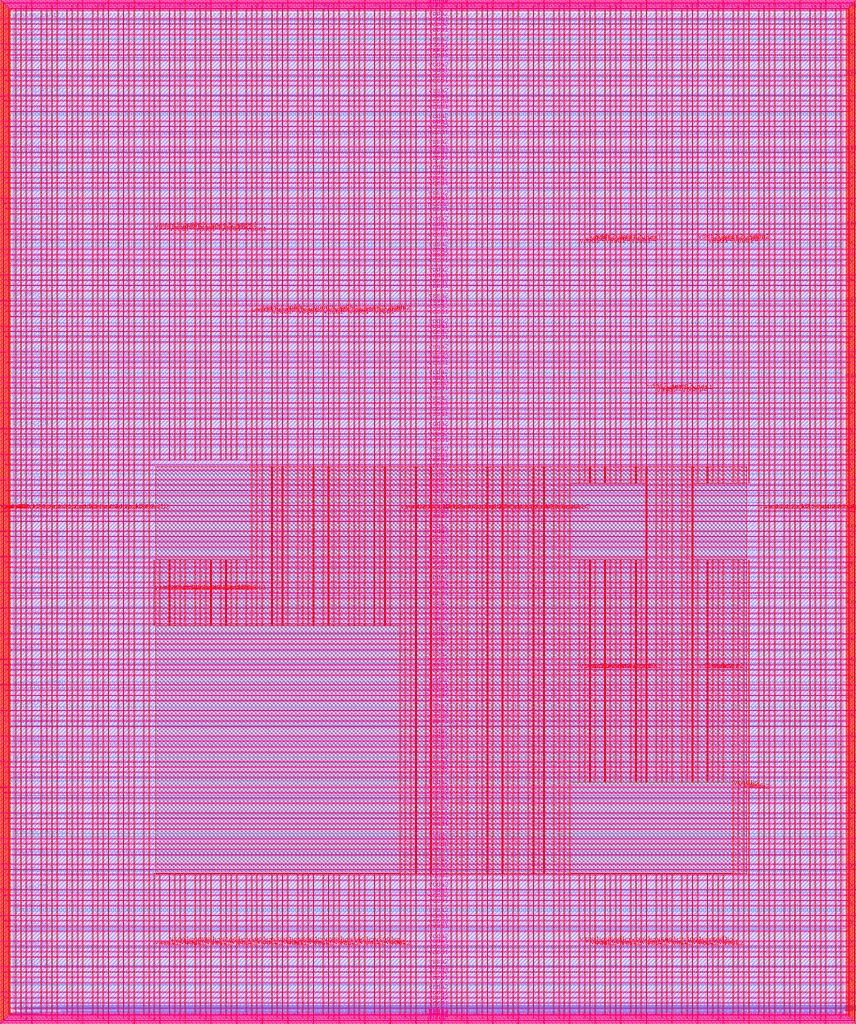
<source format=lef>
VERSION 5.7 ;
  NOWIREEXTENSIONATPIN ON ;
  DIVIDERCHAR "/" ;
  BUSBITCHARS "[]" ;
MACRO user_project_wrapper
  CLASS BLOCK ;
  FOREIGN user_project_wrapper ;
  ORIGIN 0.000 0.000 ;
  SIZE 2920.000 BY 3520.000 ;
  PIN analog_io[0]
    DIRECTION INOUT ;
    USE SIGNAL ;
    PORT
      LAYER met3 ;
        RECT 2917.600 1426.380 2924.800 1427.580 ;
    END
  END analog_io[0]
  PIN analog_io[10]
    DIRECTION INOUT ;
    USE SIGNAL ;
    PORT
      LAYER met2 ;
        RECT 2230.490 3517.600 2231.050 3524.800 ;
    END
  END analog_io[10]
  PIN analog_io[11]
    DIRECTION INOUT ;
    USE SIGNAL ;
    PORT
      LAYER met2 ;
        RECT 1905.730 3517.600 1906.290 3524.800 ;
    END
  END analog_io[11]
  PIN analog_io[12]
    DIRECTION INOUT ;
    USE SIGNAL ;
    PORT
      LAYER met2 ;
        RECT 1581.430 3517.600 1581.990 3524.800 ;
    END
  END analog_io[12]
  PIN analog_io[13]
    DIRECTION INOUT ;
    USE SIGNAL ;
    PORT
      LAYER met2 ;
        RECT 1257.130 3517.600 1257.690 3524.800 ;
    END
  END analog_io[13]
  PIN analog_io[14]
    DIRECTION INOUT ;
    USE SIGNAL ;
    PORT
      LAYER met2 ;
        RECT 932.370 3517.600 932.930 3524.800 ;
    END
  END analog_io[14]
  PIN analog_io[15]
    DIRECTION INOUT ;
    USE SIGNAL ;
    PORT
      LAYER met2 ;
        RECT 608.070 3517.600 608.630 3524.800 ;
    END
  END analog_io[15]
  PIN analog_io[16]
    DIRECTION INOUT ;
    USE SIGNAL ;
    PORT
      LAYER met2 ;
        RECT 283.770 3517.600 284.330 3524.800 ;
    END
  END analog_io[16]
  PIN analog_io[17]
    DIRECTION INOUT ;
    USE SIGNAL ;
    PORT
      LAYER met3 ;
        RECT -4.800 3486.100 2.400 3487.300 ;
    END
  END analog_io[17]
  PIN analog_io[18]
    DIRECTION INOUT ;
    USE SIGNAL ;
    PORT
      LAYER met3 ;
        RECT -4.800 3224.980 2.400 3226.180 ;
    END
  END analog_io[18]
  PIN analog_io[19]
    DIRECTION INOUT ;
    USE SIGNAL ;
    PORT
      LAYER met3 ;
        RECT -4.800 2964.540 2.400 2965.740 ;
    END
  END analog_io[19]
  PIN analog_io[1]
    DIRECTION INOUT ;
    USE SIGNAL ;
    PORT
      LAYER met3 ;
        RECT 2917.600 1692.260 2924.800 1693.460 ;
    END
  END analog_io[1]
  PIN analog_io[20]
    DIRECTION INOUT ;
    USE SIGNAL ;
    PORT
      LAYER met3 ;
        RECT -4.800 2703.420 2.400 2704.620 ;
    END
  END analog_io[20]
  PIN analog_io[21]
    DIRECTION INOUT ;
    USE SIGNAL ;
    PORT
      LAYER met3 ;
        RECT -4.800 2442.980 2.400 2444.180 ;
    END
  END analog_io[21]
  PIN analog_io[22]
    DIRECTION INOUT ;
    USE SIGNAL ;
    PORT
      LAYER met3 ;
        RECT -4.800 2182.540 2.400 2183.740 ;
    END
  END analog_io[22]
  PIN analog_io[23]
    DIRECTION INOUT ;
    USE SIGNAL ;
    PORT
      LAYER met3 ;
        RECT -4.800 1921.420 2.400 1922.620 ;
    END
  END analog_io[23]
  PIN analog_io[24]
    DIRECTION INOUT ;
    USE SIGNAL ;
    PORT
      LAYER met3 ;
        RECT -4.800 1660.980 2.400 1662.180 ;
    END
  END analog_io[24]
  PIN analog_io[25]
    DIRECTION INOUT ;
    USE SIGNAL ;
    PORT
      LAYER met3 ;
        RECT -4.800 1399.860 2.400 1401.060 ;
    END
  END analog_io[25]
  PIN analog_io[26]
    DIRECTION INOUT ;
    USE SIGNAL ;
    PORT
      LAYER met3 ;
        RECT -4.800 1139.420 2.400 1140.620 ;
    END
  END analog_io[26]
  PIN analog_io[27]
    DIRECTION INOUT ;
    USE SIGNAL ;
    PORT
      LAYER met3 ;
        RECT -4.800 878.980 2.400 880.180 ;
    END
  END analog_io[27]
  PIN analog_io[28]
    DIRECTION INOUT ;
    USE SIGNAL ;
    PORT
      LAYER met3 ;
        RECT -4.800 617.860 2.400 619.060 ;
    END
  END analog_io[28]
  PIN analog_io[2]
    DIRECTION INOUT ;
    USE SIGNAL ;
    PORT
      LAYER met3 ;
        RECT 2917.600 1958.140 2924.800 1959.340 ;
    END
  END analog_io[2]
  PIN analog_io[3]
    DIRECTION INOUT ;
    USE SIGNAL ;
    PORT
      LAYER met3 ;
        RECT 2917.600 2223.340 2924.800 2224.540 ;
    END
  END analog_io[3]
  PIN analog_io[4]
    DIRECTION INOUT ;
    USE SIGNAL ;
    PORT
      LAYER met3 ;
        RECT 2917.600 2489.220 2924.800 2490.420 ;
    END
  END analog_io[4]
  PIN analog_io[5]
    DIRECTION INOUT ;
    USE SIGNAL ;
    PORT
      LAYER met3 ;
        RECT 2917.600 2755.100 2924.800 2756.300 ;
    END
  END analog_io[5]
  PIN analog_io[6]
    DIRECTION INOUT ;
    USE SIGNAL ;
    PORT
      LAYER met3 ;
        RECT 2917.600 3020.300 2924.800 3021.500 ;
    END
  END analog_io[6]
  PIN analog_io[7]
    DIRECTION INOUT ;
    USE SIGNAL ;
    PORT
      LAYER met3 ;
        RECT 2917.600 3286.180 2924.800 3287.380 ;
    END
  END analog_io[7]
  PIN analog_io[8]
    DIRECTION INOUT ;
    USE SIGNAL ;
    PORT
      LAYER met2 ;
        RECT 2879.090 3517.600 2879.650 3524.800 ;
    END
  END analog_io[8]
  PIN analog_io[9]
    DIRECTION INOUT ;
    USE SIGNAL ;
    PORT
      LAYER met2 ;
        RECT 2554.790 3517.600 2555.350 3524.800 ;
    END
  END analog_io[9]
  PIN io_in[0]
    DIRECTION INPUT ;
    USE SIGNAL ;
    PORT
      LAYER met3 ;
        RECT 2917.600 32.380 2924.800 33.580 ;
    END
  END io_in[0]
  PIN io_in[10]
    DIRECTION INPUT ;
    USE SIGNAL ;
    PORT
      LAYER met3 ;
        RECT 2917.600 2289.980 2924.800 2291.180 ;
    END
  END io_in[10]
  PIN io_in[11]
    DIRECTION INPUT ;
    USE SIGNAL ;
    PORT
      LAYER met3 ;
        RECT 2917.600 2555.860 2924.800 2557.060 ;
    END
  END io_in[11]
  PIN io_in[12]
    DIRECTION INPUT ;
    USE SIGNAL ;
    PORT
      LAYER met3 ;
        RECT 2917.600 2821.060 2924.800 2822.260 ;
    END
  END io_in[12]
  PIN io_in[13]
    DIRECTION INPUT ;
    USE SIGNAL ;
    PORT
      LAYER met3 ;
        RECT 2917.600 3086.940 2924.800 3088.140 ;
    END
  END io_in[13]
  PIN io_in[14]
    DIRECTION INPUT ;
    USE SIGNAL ;
    PORT
      LAYER met3 ;
        RECT 2917.600 3352.820 2924.800 3354.020 ;
    END
  END io_in[14]
  PIN io_in[15]
    DIRECTION INPUT ;
    USE SIGNAL ;
    PORT
      LAYER met2 ;
        RECT 2798.130 3517.600 2798.690 3524.800 ;
    END
  END io_in[15]
  PIN io_in[16]
    DIRECTION INPUT ;
    USE SIGNAL ;
    PORT
      LAYER met2 ;
        RECT 2473.830 3517.600 2474.390 3524.800 ;
    END
  END io_in[16]
  PIN io_in[17]
    DIRECTION INPUT ;
    USE SIGNAL ;
    PORT
      LAYER met2 ;
        RECT 2149.070 3517.600 2149.630 3524.800 ;
    END
  END io_in[17]
  PIN io_in[18]
    DIRECTION INPUT ;
    USE SIGNAL ;
    PORT
      LAYER met2 ;
        RECT 1824.770 3517.600 1825.330 3524.800 ;
    END
  END io_in[18]
  PIN io_in[19]
    DIRECTION INPUT ;
    USE SIGNAL ;
    PORT
      LAYER met2 ;
        RECT 1500.470 3517.600 1501.030 3524.800 ;
    END
  END io_in[19]
  PIN io_in[1]
    DIRECTION INPUT ;
    USE SIGNAL ;
    PORT
      LAYER met3 ;
        RECT 2917.600 230.940 2924.800 232.140 ;
    END
  END io_in[1]
  PIN io_in[20]
    DIRECTION INPUT ;
    USE SIGNAL ;
    PORT
      LAYER met2 ;
        RECT 1175.710 3517.600 1176.270 3524.800 ;
    END
  END io_in[20]
  PIN io_in[21]
    DIRECTION INPUT ;
    USE SIGNAL ;
    PORT
      LAYER met2 ;
        RECT 851.410 3517.600 851.970 3524.800 ;
    END
  END io_in[21]
  PIN io_in[22]
    DIRECTION INPUT ;
    USE SIGNAL ;
    PORT
      LAYER met2 ;
        RECT 527.110 3517.600 527.670 3524.800 ;
    END
  END io_in[22]
  PIN io_in[23]
    DIRECTION INPUT ;
    USE SIGNAL ;
    PORT
      LAYER met2 ;
        RECT 202.350 3517.600 202.910 3524.800 ;
    END
  END io_in[23]
  PIN io_in[24]
    DIRECTION INPUT ;
    USE SIGNAL ;
    PORT
      LAYER met3 ;
        RECT -4.800 3420.820 2.400 3422.020 ;
    END
  END io_in[24]
  PIN io_in[25]
    DIRECTION INPUT ;
    USE SIGNAL ;
    PORT
      LAYER met3 ;
        RECT -4.800 3159.700 2.400 3160.900 ;
    END
  END io_in[25]
  PIN io_in[26]
    DIRECTION INPUT ;
    USE SIGNAL ;
    PORT
      LAYER met3 ;
        RECT -4.800 2899.260 2.400 2900.460 ;
    END
  END io_in[26]
  PIN io_in[27]
    DIRECTION INPUT ;
    USE SIGNAL ;
    PORT
      LAYER met3 ;
        RECT -4.800 2638.820 2.400 2640.020 ;
    END
  END io_in[27]
  PIN io_in[28]
    DIRECTION INPUT ;
    USE SIGNAL ;
    PORT
      LAYER met3 ;
        RECT -4.800 2377.700 2.400 2378.900 ;
    END
  END io_in[28]
  PIN io_in[29]
    DIRECTION INPUT ;
    USE SIGNAL ;
    PORT
      LAYER met3 ;
        RECT -4.800 2117.260 2.400 2118.460 ;
    END
  END io_in[29]
  PIN io_in[2]
    DIRECTION INPUT ;
    USE SIGNAL ;
    PORT
      LAYER met3 ;
        RECT 2917.600 430.180 2924.800 431.380 ;
    END
  END io_in[2]
  PIN io_in[30]
    DIRECTION INPUT ;
    USE SIGNAL ;
    PORT
      LAYER met3 ;
        RECT -4.800 1856.140 2.400 1857.340 ;
    END
  END io_in[30]
  PIN io_in[31]
    DIRECTION INPUT ;
    USE SIGNAL ;
    PORT
      LAYER met3 ;
        RECT -4.800 1595.700 2.400 1596.900 ;
    END
  END io_in[31]
  PIN io_in[32]
    DIRECTION INPUT ;
    USE SIGNAL ;
    PORT
      LAYER met3 ;
        RECT -4.800 1335.260 2.400 1336.460 ;
    END
  END io_in[32]
  PIN io_in[33]
    DIRECTION INPUT ;
    USE SIGNAL ;
    PORT
      LAYER met3 ;
        RECT -4.800 1074.140 2.400 1075.340 ;
    END
  END io_in[33]
  PIN io_in[34]
    DIRECTION INPUT ;
    USE SIGNAL ;
    PORT
      LAYER met3 ;
        RECT -4.800 813.700 2.400 814.900 ;
    END
  END io_in[34]
  PIN io_in[35]
    DIRECTION INPUT ;
    USE SIGNAL ;
    PORT
      LAYER met3 ;
        RECT -4.800 552.580 2.400 553.780 ;
    END
  END io_in[35]
  PIN io_in[36]
    DIRECTION INPUT ;
    USE SIGNAL ;
    PORT
      LAYER met3 ;
        RECT -4.800 357.420 2.400 358.620 ;
    END
  END io_in[36]
  PIN io_in[37]
    DIRECTION INPUT ;
    USE SIGNAL ;
    PORT
      LAYER met3 ;
        RECT -4.800 161.580 2.400 162.780 ;
    END
  END io_in[37]
  PIN io_in[3]
    DIRECTION INPUT ;
    USE SIGNAL ;
    PORT
      LAYER met3 ;
        RECT 2917.600 629.420 2924.800 630.620 ;
    END
  END io_in[3]
  PIN io_in[4]
    DIRECTION INPUT ;
    USE SIGNAL ;
    PORT
      LAYER met3 ;
        RECT 2917.600 828.660 2924.800 829.860 ;
    END
  END io_in[4]
  PIN io_in[5]
    DIRECTION INPUT ;
    USE SIGNAL ;
    PORT
      LAYER met3 ;
        RECT 2917.600 1027.900 2924.800 1029.100 ;
    END
  END io_in[5]
  PIN io_in[6]
    DIRECTION INPUT ;
    USE SIGNAL ;
    PORT
      LAYER met3 ;
        RECT 2917.600 1227.140 2924.800 1228.340 ;
    END
  END io_in[6]
  PIN io_in[7]
    DIRECTION INPUT ;
    USE SIGNAL ;
    PORT
      LAYER met3 ;
        RECT 2917.600 1493.020 2924.800 1494.220 ;
    END
  END io_in[7]
  PIN io_in[8]
    DIRECTION INPUT ;
    USE SIGNAL ;
    PORT
      LAYER met3 ;
        RECT 2917.600 1758.900 2924.800 1760.100 ;
    END
  END io_in[8]
  PIN io_in[9]
    DIRECTION INPUT ;
    USE SIGNAL ;
    PORT
      LAYER met3 ;
        RECT 2917.600 2024.100 2924.800 2025.300 ;
    END
  END io_in[9]
  PIN io_oeb[0]
    DIRECTION OUTPUT TRISTATE ;
    USE SIGNAL ;
    PORT
      LAYER met3 ;
        RECT 2917.600 164.980 2924.800 166.180 ;
    END
  END io_oeb[0]
  PIN io_oeb[10]
    DIRECTION OUTPUT TRISTATE ;
    USE SIGNAL ;
    PORT
      LAYER met3 ;
        RECT 2917.600 2422.580 2924.800 2423.780 ;
    END
  END io_oeb[10]
  PIN io_oeb[11]
    DIRECTION OUTPUT TRISTATE ;
    USE SIGNAL ;
    PORT
      LAYER met3 ;
        RECT 2917.600 2688.460 2924.800 2689.660 ;
    END
  END io_oeb[11]
  PIN io_oeb[12]
    DIRECTION OUTPUT TRISTATE ;
    USE SIGNAL ;
    PORT
      LAYER met3 ;
        RECT 2917.600 2954.340 2924.800 2955.540 ;
    END
  END io_oeb[12]
  PIN io_oeb[13]
    DIRECTION OUTPUT TRISTATE ;
    USE SIGNAL ;
    PORT
      LAYER met3 ;
        RECT 2917.600 3219.540 2924.800 3220.740 ;
    END
  END io_oeb[13]
  PIN io_oeb[14]
    DIRECTION OUTPUT TRISTATE ;
    USE SIGNAL ;
    PORT
      LAYER met3 ;
        RECT 2917.600 3485.420 2924.800 3486.620 ;
    END
  END io_oeb[14]
  PIN io_oeb[15]
    DIRECTION OUTPUT TRISTATE ;
    USE SIGNAL ;
    PORT
      LAYER met2 ;
        RECT 2635.750 3517.600 2636.310 3524.800 ;
    END
  END io_oeb[15]
  PIN io_oeb[16]
    DIRECTION OUTPUT TRISTATE ;
    USE SIGNAL ;
    PORT
      LAYER met2 ;
        RECT 2311.450 3517.600 2312.010 3524.800 ;
    END
  END io_oeb[16]
  PIN io_oeb[17]
    DIRECTION OUTPUT TRISTATE ;
    USE SIGNAL ;
    PORT
      LAYER met2 ;
        RECT 1987.150 3517.600 1987.710 3524.800 ;
    END
  END io_oeb[17]
  PIN io_oeb[18]
    DIRECTION OUTPUT TRISTATE ;
    USE SIGNAL ;
    PORT
      LAYER met2 ;
        RECT 1662.390 3517.600 1662.950 3524.800 ;
    END
  END io_oeb[18]
  PIN io_oeb[19]
    DIRECTION OUTPUT TRISTATE ;
    USE SIGNAL ;
    PORT
      LAYER met2 ;
        RECT 1338.090 3517.600 1338.650 3524.800 ;
    END
  END io_oeb[19]
  PIN io_oeb[1]
    DIRECTION OUTPUT TRISTATE ;
    USE SIGNAL ;
    PORT
      LAYER met3 ;
        RECT 2917.600 364.220 2924.800 365.420 ;
    END
  END io_oeb[1]
  PIN io_oeb[20]
    DIRECTION OUTPUT TRISTATE ;
    USE SIGNAL ;
    PORT
      LAYER met2 ;
        RECT 1013.790 3517.600 1014.350 3524.800 ;
    END
  END io_oeb[20]
  PIN io_oeb[21]
    DIRECTION OUTPUT TRISTATE ;
    USE SIGNAL ;
    PORT
      LAYER met2 ;
        RECT 689.030 3517.600 689.590 3524.800 ;
    END
  END io_oeb[21]
  PIN io_oeb[22]
    DIRECTION OUTPUT TRISTATE ;
    USE SIGNAL ;
    PORT
      LAYER met2 ;
        RECT 364.730 3517.600 365.290 3524.800 ;
    END
  END io_oeb[22]
  PIN io_oeb[23]
    DIRECTION OUTPUT TRISTATE ;
    USE SIGNAL ;
    PORT
      LAYER met2 ;
        RECT 40.430 3517.600 40.990 3524.800 ;
    END
  END io_oeb[23]
  PIN io_oeb[24]
    DIRECTION OUTPUT TRISTATE ;
    USE SIGNAL ;
    PORT
      LAYER met3 ;
        RECT -4.800 3290.260 2.400 3291.460 ;
    END
  END io_oeb[24]
  PIN io_oeb[25]
    DIRECTION OUTPUT TRISTATE ;
    USE SIGNAL ;
    PORT
      LAYER met3 ;
        RECT -4.800 3029.820 2.400 3031.020 ;
    END
  END io_oeb[25]
  PIN io_oeb[26]
    DIRECTION OUTPUT TRISTATE ;
    USE SIGNAL ;
    PORT
      LAYER met3 ;
        RECT -4.800 2768.700 2.400 2769.900 ;
    END
  END io_oeb[26]
  PIN io_oeb[27]
    DIRECTION OUTPUT TRISTATE ;
    USE SIGNAL ;
    PORT
      LAYER met3 ;
        RECT -4.800 2508.260 2.400 2509.460 ;
    END
  END io_oeb[27]
  PIN io_oeb[28]
    DIRECTION OUTPUT TRISTATE ;
    USE SIGNAL ;
    PORT
      LAYER met3 ;
        RECT -4.800 2247.140 2.400 2248.340 ;
    END
  END io_oeb[28]
  PIN io_oeb[29]
    DIRECTION OUTPUT TRISTATE ;
    USE SIGNAL ;
    PORT
      LAYER met3 ;
        RECT -4.800 1986.700 2.400 1987.900 ;
    END
  END io_oeb[29]
  PIN io_oeb[2]
    DIRECTION OUTPUT TRISTATE ;
    USE SIGNAL ;
    PORT
      LAYER met3 ;
        RECT 2917.600 563.460 2924.800 564.660 ;
    END
  END io_oeb[2]
  PIN io_oeb[30]
    DIRECTION OUTPUT TRISTATE ;
    USE SIGNAL ;
    PORT
      LAYER met3 ;
        RECT -4.800 1726.260 2.400 1727.460 ;
    END
  END io_oeb[30]
  PIN io_oeb[31]
    DIRECTION OUTPUT TRISTATE ;
    USE SIGNAL ;
    PORT
      LAYER met3 ;
        RECT -4.800 1465.140 2.400 1466.340 ;
    END
  END io_oeb[31]
  PIN io_oeb[32]
    DIRECTION OUTPUT TRISTATE ;
    USE SIGNAL ;
    PORT
      LAYER met3 ;
        RECT -4.800 1204.700 2.400 1205.900 ;
    END
  END io_oeb[32]
  PIN io_oeb[33]
    DIRECTION OUTPUT TRISTATE ;
    USE SIGNAL ;
    PORT
      LAYER met3 ;
        RECT -4.800 943.580 2.400 944.780 ;
    END
  END io_oeb[33]
  PIN io_oeb[34]
    DIRECTION OUTPUT TRISTATE ;
    USE SIGNAL ;
    PORT
      LAYER met3 ;
        RECT -4.800 683.140 2.400 684.340 ;
    END
  END io_oeb[34]
  PIN io_oeb[35]
    DIRECTION OUTPUT TRISTATE ;
    USE SIGNAL ;
    PORT
      LAYER met3 ;
        RECT -4.800 422.700 2.400 423.900 ;
    END
  END io_oeb[35]
  PIN io_oeb[36]
    DIRECTION OUTPUT TRISTATE ;
    USE SIGNAL ;
    PORT
      LAYER met3 ;
        RECT -4.800 226.860 2.400 228.060 ;
    END
  END io_oeb[36]
  PIN io_oeb[37]
    DIRECTION OUTPUT TRISTATE ;
    USE SIGNAL ;
    PORT
      LAYER met3 ;
        RECT -4.800 31.700 2.400 32.900 ;
    END
  END io_oeb[37]
  PIN io_oeb[3]
    DIRECTION OUTPUT TRISTATE ;
    USE SIGNAL ;
    PORT
      LAYER met3 ;
        RECT 2917.600 762.700 2924.800 763.900 ;
    END
  END io_oeb[3]
  PIN io_oeb[4]
    DIRECTION OUTPUT TRISTATE ;
    USE SIGNAL ;
    PORT
      LAYER met3 ;
        RECT 2917.600 961.940 2924.800 963.140 ;
    END
  END io_oeb[4]
  PIN io_oeb[5]
    DIRECTION OUTPUT TRISTATE ;
    USE SIGNAL ;
    PORT
      LAYER met3 ;
        RECT 2917.600 1161.180 2924.800 1162.380 ;
    END
  END io_oeb[5]
  PIN io_oeb[6]
    DIRECTION OUTPUT TRISTATE ;
    USE SIGNAL ;
    PORT
      LAYER met3 ;
        RECT 2917.600 1360.420 2924.800 1361.620 ;
    END
  END io_oeb[6]
  PIN io_oeb[7]
    DIRECTION OUTPUT TRISTATE ;
    USE SIGNAL ;
    PORT
      LAYER met3 ;
        RECT 2917.600 1625.620 2924.800 1626.820 ;
    END
  END io_oeb[7]
  PIN io_oeb[8]
    DIRECTION OUTPUT TRISTATE ;
    USE SIGNAL ;
    PORT
      LAYER met3 ;
        RECT 2917.600 1891.500 2924.800 1892.700 ;
    END
  END io_oeb[8]
  PIN io_oeb[9]
    DIRECTION OUTPUT TRISTATE ;
    USE SIGNAL ;
    PORT
      LAYER met3 ;
        RECT 2917.600 2157.380 2924.800 2158.580 ;
    END
  END io_oeb[9]
  PIN io_out[0]
    DIRECTION OUTPUT TRISTATE ;
    USE SIGNAL ;
    PORT
      LAYER met3 ;
        RECT 2917.600 98.340 2924.800 99.540 ;
    END
  END io_out[0]
  PIN io_out[10]
    DIRECTION OUTPUT TRISTATE ;
    USE SIGNAL ;
    PORT
      LAYER met3 ;
        RECT 2917.600 2356.620 2924.800 2357.820 ;
    END
  END io_out[10]
  PIN io_out[11]
    DIRECTION OUTPUT TRISTATE ;
    USE SIGNAL ;
    PORT
      LAYER met3 ;
        RECT 2917.600 2621.820 2924.800 2623.020 ;
    END
  END io_out[11]
  PIN io_out[12]
    DIRECTION OUTPUT TRISTATE ;
    USE SIGNAL ;
    PORT
      LAYER met3 ;
        RECT 2917.600 2887.700 2924.800 2888.900 ;
    END
  END io_out[12]
  PIN io_out[13]
    DIRECTION OUTPUT TRISTATE ;
    USE SIGNAL ;
    PORT
      LAYER met3 ;
        RECT 2917.600 3153.580 2924.800 3154.780 ;
    END
  END io_out[13]
  PIN io_out[14]
    DIRECTION OUTPUT TRISTATE ;
    USE SIGNAL ;
    PORT
      LAYER met3 ;
        RECT 2917.600 3418.780 2924.800 3419.980 ;
    END
  END io_out[14]
  PIN io_out[15]
    DIRECTION OUTPUT TRISTATE ;
    USE SIGNAL ;
    PORT
      LAYER met2 ;
        RECT 2717.170 3517.600 2717.730 3524.800 ;
    END
  END io_out[15]
  PIN io_out[16]
    DIRECTION OUTPUT TRISTATE ;
    USE SIGNAL ;
    PORT
      LAYER met2 ;
        RECT 2392.410 3517.600 2392.970 3524.800 ;
    END
  END io_out[16]
  PIN io_out[17]
    DIRECTION OUTPUT TRISTATE ;
    USE SIGNAL ;
    PORT
      LAYER met2 ;
        RECT 2068.110 3517.600 2068.670 3524.800 ;
    END
  END io_out[17]
  PIN io_out[18]
    DIRECTION OUTPUT TRISTATE ;
    USE SIGNAL ;
    PORT
      LAYER met2 ;
        RECT 1743.810 3517.600 1744.370 3524.800 ;
    END
  END io_out[18]
  PIN io_out[19]
    DIRECTION OUTPUT TRISTATE ;
    USE SIGNAL ;
    PORT
      LAYER met2 ;
        RECT 1419.050 3517.600 1419.610 3524.800 ;
    END
  END io_out[19]
  PIN io_out[1]
    DIRECTION OUTPUT TRISTATE ;
    USE SIGNAL ;
    PORT
      LAYER met3 ;
        RECT 2917.600 297.580 2924.800 298.780 ;
    END
  END io_out[1]
  PIN io_out[20]
    DIRECTION OUTPUT TRISTATE ;
    USE SIGNAL ;
    PORT
      LAYER met2 ;
        RECT 1094.750 3517.600 1095.310 3524.800 ;
    END
  END io_out[20]
  PIN io_out[21]
    DIRECTION OUTPUT TRISTATE ;
    USE SIGNAL ;
    PORT
      LAYER met2 ;
        RECT 770.450 3517.600 771.010 3524.800 ;
    END
  END io_out[21]
  PIN io_out[22]
    DIRECTION OUTPUT TRISTATE ;
    USE SIGNAL ;
    PORT
      LAYER met2 ;
        RECT 445.690 3517.600 446.250 3524.800 ;
    END
  END io_out[22]
  PIN io_out[23]
    DIRECTION OUTPUT TRISTATE ;
    USE SIGNAL ;
    PORT
      LAYER met2 ;
        RECT 121.390 3517.600 121.950 3524.800 ;
    END
  END io_out[23]
  PIN io_out[24]
    DIRECTION OUTPUT TRISTATE ;
    USE SIGNAL ;
    PORT
      LAYER met3 ;
        RECT -4.800 3355.540 2.400 3356.740 ;
    END
  END io_out[24]
  PIN io_out[25]
    DIRECTION OUTPUT TRISTATE ;
    USE SIGNAL ;
    PORT
      LAYER met3 ;
        RECT -4.800 3095.100 2.400 3096.300 ;
    END
  END io_out[25]
  PIN io_out[26]
    DIRECTION OUTPUT TRISTATE ;
    USE SIGNAL ;
    PORT
      LAYER met3 ;
        RECT -4.800 2833.980 2.400 2835.180 ;
    END
  END io_out[26]
  PIN io_out[27]
    DIRECTION OUTPUT TRISTATE ;
    USE SIGNAL ;
    PORT
      LAYER met3 ;
        RECT -4.800 2573.540 2.400 2574.740 ;
    END
  END io_out[27]
  PIN io_out[28]
    DIRECTION OUTPUT TRISTATE ;
    USE SIGNAL ;
    PORT
      LAYER met3 ;
        RECT -4.800 2312.420 2.400 2313.620 ;
    END
  END io_out[28]
  PIN io_out[29]
    DIRECTION OUTPUT TRISTATE ;
    USE SIGNAL ;
    PORT
      LAYER met3 ;
        RECT -4.800 2051.980 2.400 2053.180 ;
    END
  END io_out[29]
  PIN io_out[2]
    DIRECTION OUTPUT TRISTATE ;
    USE SIGNAL ;
    PORT
      LAYER met3 ;
        RECT 2917.600 496.820 2924.800 498.020 ;
    END
  END io_out[2]
  PIN io_out[30]
    DIRECTION OUTPUT TRISTATE ;
    USE SIGNAL ;
    PORT
      LAYER met3 ;
        RECT -4.800 1791.540 2.400 1792.740 ;
    END
  END io_out[30]
  PIN io_out[31]
    DIRECTION OUTPUT TRISTATE ;
    USE SIGNAL ;
    PORT
      LAYER met3 ;
        RECT -4.800 1530.420 2.400 1531.620 ;
    END
  END io_out[31]
  PIN io_out[32]
    DIRECTION OUTPUT TRISTATE ;
    USE SIGNAL ;
    PORT
      LAYER met3 ;
        RECT -4.800 1269.980 2.400 1271.180 ;
    END
  END io_out[32]
  PIN io_out[33]
    DIRECTION OUTPUT TRISTATE ;
    USE SIGNAL ;
    PORT
      LAYER met3 ;
        RECT -4.800 1008.860 2.400 1010.060 ;
    END
  END io_out[33]
  PIN io_out[34]
    DIRECTION OUTPUT TRISTATE ;
    USE SIGNAL ;
    PORT
      LAYER met3 ;
        RECT -4.800 748.420 2.400 749.620 ;
    END
  END io_out[34]
  PIN io_out[35]
    DIRECTION OUTPUT TRISTATE ;
    USE SIGNAL ;
    PORT
      LAYER met3 ;
        RECT -4.800 487.300 2.400 488.500 ;
    END
  END io_out[35]
  PIN io_out[36]
    DIRECTION OUTPUT TRISTATE ;
    USE SIGNAL ;
    PORT
      LAYER met3 ;
        RECT -4.800 292.140 2.400 293.340 ;
    END
  END io_out[36]
  PIN io_out[37]
    DIRECTION OUTPUT TRISTATE ;
    USE SIGNAL ;
    PORT
      LAYER met3 ;
        RECT -4.800 96.300 2.400 97.500 ;
    END
  END io_out[37]
  PIN io_out[3]
    DIRECTION OUTPUT TRISTATE ;
    USE SIGNAL ;
    PORT
      LAYER met3 ;
        RECT 2917.600 696.060 2924.800 697.260 ;
    END
  END io_out[3]
  PIN io_out[4]
    DIRECTION OUTPUT TRISTATE ;
    USE SIGNAL ;
    PORT
      LAYER met3 ;
        RECT 2917.600 895.300 2924.800 896.500 ;
    END
  END io_out[4]
  PIN io_out[5]
    DIRECTION OUTPUT TRISTATE ;
    USE SIGNAL ;
    PORT
      LAYER met3 ;
        RECT 2917.600 1094.540 2924.800 1095.740 ;
    END
  END io_out[5]
  PIN io_out[6]
    DIRECTION OUTPUT TRISTATE ;
    USE SIGNAL ;
    PORT
      LAYER met3 ;
        RECT 2917.600 1293.780 2924.800 1294.980 ;
    END
  END io_out[6]
  PIN io_out[7]
    DIRECTION OUTPUT TRISTATE ;
    USE SIGNAL ;
    PORT
      LAYER met3 ;
        RECT 2917.600 1559.660 2924.800 1560.860 ;
    END
  END io_out[7]
  PIN io_out[8]
    DIRECTION OUTPUT TRISTATE ;
    USE SIGNAL ;
    PORT
      LAYER met3 ;
        RECT 2917.600 1824.860 2924.800 1826.060 ;
    END
  END io_out[8]
  PIN io_out[9]
    DIRECTION OUTPUT TRISTATE ;
    USE SIGNAL ;
    PORT
      LAYER met3 ;
        RECT 2917.600 2090.740 2924.800 2091.940 ;
    END
  END io_out[9]
  PIN la_data_in[0]
    DIRECTION INPUT ;
    USE SIGNAL ;
    PORT
      LAYER met2 ;
        RECT 629.230 -4.800 629.790 2.400 ;
    END
  END la_data_in[0]
  PIN la_data_in[100]
    DIRECTION INPUT ;
    USE SIGNAL ;
    PORT
      LAYER met2 ;
        RECT 2402.530 -4.800 2403.090 2.400 ;
    END
  END la_data_in[100]
  PIN la_data_in[101]
    DIRECTION INPUT ;
    USE SIGNAL ;
    PORT
      LAYER met2 ;
        RECT 2420.010 -4.800 2420.570 2.400 ;
    END
  END la_data_in[101]
  PIN la_data_in[102]
    DIRECTION INPUT ;
    USE SIGNAL ;
    PORT
      LAYER met2 ;
        RECT 2437.950 -4.800 2438.510 2.400 ;
    END
  END la_data_in[102]
  PIN la_data_in[103]
    DIRECTION INPUT ;
    USE SIGNAL ;
    PORT
      LAYER met2 ;
        RECT 2455.430 -4.800 2455.990 2.400 ;
    END
  END la_data_in[103]
  PIN la_data_in[104]
    DIRECTION INPUT ;
    USE SIGNAL ;
    PORT
      LAYER met2 ;
        RECT 2473.370 -4.800 2473.930 2.400 ;
    END
  END la_data_in[104]
  PIN la_data_in[105]
    DIRECTION INPUT ;
    USE SIGNAL ;
    PORT
      LAYER met2 ;
        RECT 2490.850 -4.800 2491.410 2.400 ;
    END
  END la_data_in[105]
  PIN la_data_in[106]
    DIRECTION INPUT ;
    USE SIGNAL ;
    PORT
      LAYER met2 ;
        RECT 2508.790 -4.800 2509.350 2.400 ;
    END
  END la_data_in[106]
  PIN la_data_in[107]
    DIRECTION INPUT ;
    USE SIGNAL ;
    PORT
      LAYER met2 ;
        RECT 2526.730 -4.800 2527.290 2.400 ;
    END
  END la_data_in[107]
  PIN la_data_in[108]
    DIRECTION INPUT ;
    USE SIGNAL ;
    PORT
      LAYER met2 ;
        RECT 2544.210 -4.800 2544.770 2.400 ;
    END
  END la_data_in[108]
  PIN la_data_in[109]
    DIRECTION INPUT ;
    USE SIGNAL ;
    PORT
      LAYER met2 ;
        RECT 2562.150 -4.800 2562.710 2.400 ;
    END
  END la_data_in[109]
  PIN la_data_in[10]
    DIRECTION INPUT ;
    USE SIGNAL ;
    PORT
      LAYER met2 ;
        RECT 806.330 -4.800 806.890 2.400 ;
    END
  END la_data_in[10]
  PIN la_data_in[110]
    DIRECTION INPUT ;
    USE SIGNAL ;
    PORT
      LAYER met2 ;
        RECT 2579.630 -4.800 2580.190 2.400 ;
    END
  END la_data_in[110]
  PIN la_data_in[111]
    DIRECTION INPUT ;
    USE SIGNAL ;
    PORT
      LAYER met2 ;
        RECT 2597.570 -4.800 2598.130 2.400 ;
    END
  END la_data_in[111]
  PIN la_data_in[112]
    DIRECTION INPUT ;
    USE SIGNAL ;
    PORT
      LAYER met2 ;
        RECT 2615.050 -4.800 2615.610 2.400 ;
    END
  END la_data_in[112]
  PIN la_data_in[113]
    DIRECTION INPUT ;
    USE SIGNAL ;
    PORT
      LAYER met2 ;
        RECT 2632.990 -4.800 2633.550 2.400 ;
    END
  END la_data_in[113]
  PIN la_data_in[114]
    DIRECTION INPUT ;
    USE SIGNAL ;
    PORT
      LAYER met2 ;
        RECT 2650.470 -4.800 2651.030 2.400 ;
    END
  END la_data_in[114]
  PIN la_data_in[115]
    DIRECTION INPUT ;
    USE SIGNAL ;
    PORT
      LAYER met2 ;
        RECT 2668.410 -4.800 2668.970 2.400 ;
    END
  END la_data_in[115]
  PIN la_data_in[116]
    DIRECTION INPUT ;
    USE SIGNAL ;
    PORT
      LAYER met2 ;
        RECT 2685.890 -4.800 2686.450 2.400 ;
    END
  END la_data_in[116]
  PIN la_data_in[117]
    DIRECTION INPUT ;
    USE SIGNAL ;
    PORT
      LAYER met2 ;
        RECT 2703.830 -4.800 2704.390 2.400 ;
    END
  END la_data_in[117]
  PIN la_data_in[118]
    DIRECTION INPUT ;
    USE SIGNAL ;
    PORT
      LAYER met2 ;
        RECT 2721.770 -4.800 2722.330 2.400 ;
    END
  END la_data_in[118]
  PIN la_data_in[119]
    DIRECTION INPUT ;
    USE SIGNAL ;
    PORT
      LAYER met2 ;
        RECT 2739.250 -4.800 2739.810 2.400 ;
    END
  END la_data_in[119]
  PIN la_data_in[11]
    DIRECTION INPUT ;
    USE SIGNAL ;
    PORT
      LAYER met2 ;
        RECT 824.270 -4.800 824.830 2.400 ;
    END
  END la_data_in[11]
  PIN la_data_in[120]
    DIRECTION INPUT ;
    USE SIGNAL ;
    PORT
      LAYER met2 ;
        RECT 2757.190 -4.800 2757.750 2.400 ;
    END
  END la_data_in[120]
  PIN la_data_in[121]
    DIRECTION INPUT ;
    USE SIGNAL ;
    PORT
      LAYER met2 ;
        RECT 2774.670 -4.800 2775.230 2.400 ;
    END
  END la_data_in[121]
  PIN la_data_in[122]
    DIRECTION INPUT ;
    USE SIGNAL ;
    PORT
      LAYER met2 ;
        RECT 2792.610 -4.800 2793.170 2.400 ;
    END
  END la_data_in[122]
  PIN la_data_in[123]
    DIRECTION INPUT ;
    USE SIGNAL ;
    PORT
      LAYER met2 ;
        RECT 2810.090 -4.800 2810.650 2.400 ;
    END
  END la_data_in[123]
  PIN la_data_in[124]
    DIRECTION INPUT ;
    USE SIGNAL ;
    PORT
      LAYER met2 ;
        RECT 2828.030 -4.800 2828.590 2.400 ;
    END
  END la_data_in[124]
  PIN la_data_in[125]
    DIRECTION INPUT ;
    USE SIGNAL ;
    PORT
      LAYER met2 ;
        RECT 2845.510 -4.800 2846.070 2.400 ;
    END
  END la_data_in[125]
  PIN la_data_in[126]
    DIRECTION INPUT ;
    USE SIGNAL ;
    PORT
      LAYER met2 ;
        RECT 2863.450 -4.800 2864.010 2.400 ;
    END
  END la_data_in[126]
  PIN la_data_in[127]
    DIRECTION INPUT ;
    USE SIGNAL ;
    PORT
      LAYER met2 ;
        RECT 2881.390 -4.800 2881.950 2.400 ;
    END
  END la_data_in[127]
  PIN la_data_in[12]
    DIRECTION INPUT ;
    USE SIGNAL ;
    PORT
      LAYER met2 ;
        RECT 841.750 -4.800 842.310 2.400 ;
    END
  END la_data_in[12]
  PIN la_data_in[13]
    DIRECTION INPUT ;
    USE SIGNAL ;
    PORT
      LAYER met2 ;
        RECT 859.690 -4.800 860.250 2.400 ;
    END
  END la_data_in[13]
  PIN la_data_in[14]
    DIRECTION INPUT ;
    USE SIGNAL ;
    PORT
      LAYER met2 ;
        RECT 877.170 -4.800 877.730 2.400 ;
    END
  END la_data_in[14]
  PIN la_data_in[15]
    DIRECTION INPUT ;
    USE SIGNAL ;
    PORT
      LAYER met2 ;
        RECT 895.110 -4.800 895.670 2.400 ;
    END
  END la_data_in[15]
  PIN la_data_in[16]
    DIRECTION INPUT ;
    USE SIGNAL ;
    PORT
      LAYER met2 ;
        RECT 912.590 -4.800 913.150 2.400 ;
    END
  END la_data_in[16]
  PIN la_data_in[17]
    DIRECTION INPUT ;
    USE SIGNAL ;
    PORT
      LAYER met2 ;
        RECT 930.530 -4.800 931.090 2.400 ;
    END
  END la_data_in[17]
  PIN la_data_in[18]
    DIRECTION INPUT ;
    USE SIGNAL ;
    PORT
      LAYER met2 ;
        RECT 948.470 -4.800 949.030 2.400 ;
    END
  END la_data_in[18]
  PIN la_data_in[19]
    DIRECTION INPUT ;
    USE SIGNAL ;
    PORT
      LAYER met2 ;
        RECT 965.950 -4.800 966.510 2.400 ;
    END
  END la_data_in[19]
  PIN la_data_in[1]
    DIRECTION INPUT ;
    USE SIGNAL ;
    PORT
      LAYER met2 ;
        RECT 646.710 -4.800 647.270 2.400 ;
    END
  END la_data_in[1]
  PIN la_data_in[20]
    DIRECTION INPUT ;
    USE SIGNAL ;
    PORT
      LAYER met2 ;
        RECT 983.890 -4.800 984.450 2.400 ;
    END
  END la_data_in[20]
  PIN la_data_in[21]
    DIRECTION INPUT ;
    USE SIGNAL ;
    PORT
      LAYER met2 ;
        RECT 1001.370 -4.800 1001.930 2.400 ;
    END
  END la_data_in[21]
  PIN la_data_in[22]
    DIRECTION INPUT ;
    USE SIGNAL ;
    PORT
      LAYER met2 ;
        RECT 1019.310 -4.800 1019.870 2.400 ;
    END
  END la_data_in[22]
  PIN la_data_in[23]
    DIRECTION INPUT ;
    USE SIGNAL ;
    PORT
      LAYER met2 ;
        RECT 1036.790 -4.800 1037.350 2.400 ;
    END
  END la_data_in[23]
  PIN la_data_in[24]
    DIRECTION INPUT ;
    USE SIGNAL ;
    PORT
      LAYER met2 ;
        RECT 1054.730 -4.800 1055.290 2.400 ;
    END
  END la_data_in[24]
  PIN la_data_in[25]
    DIRECTION INPUT ;
    USE SIGNAL ;
    PORT
      LAYER met2 ;
        RECT 1072.210 -4.800 1072.770 2.400 ;
    END
  END la_data_in[25]
  PIN la_data_in[26]
    DIRECTION INPUT ;
    USE SIGNAL ;
    PORT
      LAYER met2 ;
        RECT 1090.150 -4.800 1090.710 2.400 ;
    END
  END la_data_in[26]
  PIN la_data_in[27]
    DIRECTION INPUT ;
    USE SIGNAL ;
    PORT
      LAYER met2 ;
        RECT 1107.630 -4.800 1108.190 2.400 ;
    END
  END la_data_in[27]
  PIN la_data_in[28]
    DIRECTION INPUT ;
    USE SIGNAL ;
    PORT
      LAYER met2 ;
        RECT 1125.570 -4.800 1126.130 2.400 ;
    END
  END la_data_in[28]
  PIN la_data_in[29]
    DIRECTION INPUT ;
    USE SIGNAL ;
    PORT
      LAYER met2 ;
        RECT 1143.510 -4.800 1144.070 2.400 ;
    END
  END la_data_in[29]
  PIN la_data_in[2]
    DIRECTION INPUT ;
    USE SIGNAL ;
    PORT
      LAYER met2 ;
        RECT 664.650 -4.800 665.210 2.400 ;
    END
  END la_data_in[2]
  PIN la_data_in[30]
    DIRECTION INPUT ;
    USE SIGNAL ;
    PORT
      LAYER met2 ;
        RECT 1160.990 -4.800 1161.550 2.400 ;
    END
  END la_data_in[30]
  PIN la_data_in[31]
    DIRECTION INPUT ;
    USE SIGNAL ;
    PORT
      LAYER met2 ;
        RECT 1178.930 -4.800 1179.490 2.400 ;
    END
  END la_data_in[31]
  PIN la_data_in[32]
    DIRECTION INPUT ;
    USE SIGNAL ;
    PORT
      LAYER met2 ;
        RECT 1196.410 -4.800 1196.970 2.400 ;
    END
  END la_data_in[32]
  PIN la_data_in[33]
    DIRECTION INPUT ;
    USE SIGNAL ;
    PORT
      LAYER met2 ;
        RECT 1214.350 -4.800 1214.910 2.400 ;
    END
  END la_data_in[33]
  PIN la_data_in[34]
    DIRECTION INPUT ;
    USE SIGNAL ;
    PORT
      LAYER met2 ;
        RECT 1231.830 -4.800 1232.390 2.400 ;
    END
  END la_data_in[34]
  PIN la_data_in[35]
    DIRECTION INPUT ;
    USE SIGNAL ;
    PORT
      LAYER met2 ;
        RECT 1249.770 -4.800 1250.330 2.400 ;
    END
  END la_data_in[35]
  PIN la_data_in[36]
    DIRECTION INPUT ;
    USE SIGNAL ;
    PORT
      LAYER met2 ;
        RECT 1267.250 -4.800 1267.810 2.400 ;
    END
  END la_data_in[36]
  PIN la_data_in[37]
    DIRECTION INPUT ;
    USE SIGNAL ;
    PORT
      LAYER met2 ;
        RECT 1285.190 -4.800 1285.750 2.400 ;
    END
  END la_data_in[37]
  PIN la_data_in[38]
    DIRECTION INPUT ;
    USE SIGNAL ;
    PORT
      LAYER met2 ;
        RECT 1303.130 -4.800 1303.690 2.400 ;
    END
  END la_data_in[38]
  PIN la_data_in[39]
    DIRECTION INPUT ;
    USE SIGNAL ;
    PORT
      LAYER met2 ;
        RECT 1320.610 -4.800 1321.170 2.400 ;
    END
  END la_data_in[39]
  PIN la_data_in[3]
    DIRECTION INPUT ;
    USE SIGNAL ;
    PORT
      LAYER met2 ;
        RECT 682.130 -4.800 682.690 2.400 ;
    END
  END la_data_in[3]
  PIN la_data_in[40]
    DIRECTION INPUT ;
    USE SIGNAL ;
    PORT
      LAYER met2 ;
        RECT 1338.550 -4.800 1339.110 2.400 ;
    END
  END la_data_in[40]
  PIN la_data_in[41]
    DIRECTION INPUT ;
    USE SIGNAL ;
    PORT
      LAYER met2 ;
        RECT 1356.030 -4.800 1356.590 2.400 ;
    END
  END la_data_in[41]
  PIN la_data_in[42]
    DIRECTION INPUT ;
    USE SIGNAL ;
    PORT
      LAYER met2 ;
        RECT 1373.970 -4.800 1374.530 2.400 ;
    END
  END la_data_in[42]
  PIN la_data_in[43]
    DIRECTION INPUT ;
    USE SIGNAL ;
    PORT
      LAYER met2 ;
        RECT 1391.450 -4.800 1392.010 2.400 ;
    END
  END la_data_in[43]
  PIN la_data_in[44]
    DIRECTION INPUT ;
    USE SIGNAL ;
    PORT
      LAYER met2 ;
        RECT 1409.390 -4.800 1409.950 2.400 ;
    END
  END la_data_in[44]
  PIN la_data_in[45]
    DIRECTION INPUT ;
    USE SIGNAL ;
    PORT
      LAYER met2 ;
        RECT 1426.870 -4.800 1427.430 2.400 ;
    END
  END la_data_in[45]
  PIN la_data_in[46]
    DIRECTION INPUT ;
    USE SIGNAL ;
    PORT
      LAYER met2 ;
        RECT 1444.810 -4.800 1445.370 2.400 ;
    END
  END la_data_in[46]
  PIN la_data_in[47]
    DIRECTION INPUT ;
    USE SIGNAL ;
    PORT
      LAYER met2 ;
        RECT 1462.750 -4.800 1463.310 2.400 ;
    END
  END la_data_in[47]
  PIN la_data_in[48]
    DIRECTION INPUT ;
    USE SIGNAL ;
    PORT
      LAYER met2 ;
        RECT 1480.230 -4.800 1480.790 2.400 ;
    END
  END la_data_in[48]
  PIN la_data_in[49]
    DIRECTION INPUT ;
    USE SIGNAL ;
    PORT
      LAYER met2 ;
        RECT 1498.170 -4.800 1498.730 2.400 ;
    END
  END la_data_in[49]
  PIN la_data_in[4]
    DIRECTION INPUT ;
    USE SIGNAL ;
    PORT
      LAYER met2 ;
        RECT 700.070 -4.800 700.630 2.400 ;
    END
  END la_data_in[4]
  PIN la_data_in[50]
    DIRECTION INPUT ;
    USE SIGNAL ;
    PORT
      LAYER met2 ;
        RECT 1515.650 -4.800 1516.210 2.400 ;
    END
  END la_data_in[50]
  PIN la_data_in[51]
    DIRECTION INPUT ;
    USE SIGNAL ;
    PORT
      LAYER met2 ;
        RECT 1533.590 -4.800 1534.150 2.400 ;
    END
  END la_data_in[51]
  PIN la_data_in[52]
    DIRECTION INPUT ;
    USE SIGNAL ;
    PORT
      LAYER met2 ;
        RECT 1551.070 -4.800 1551.630 2.400 ;
    END
  END la_data_in[52]
  PIN la_data_in[53]
    DIRECTION INPUT ;
    USE SIGNAL ;
    PORT
      LAYER met2 ;
        RECT 1569.010 -4.800 1569.570 2.400 ;
    END
  END la_data_in[53]
  PIN la_data_in[54]
    DIRECTION INPUT ;
    USE SIGNAL ;
    PORT
      LAYER met2 ;
        RECT 1586.490 -4.800 1587.050 2.400 ;
    END
  END la_data_in[54]
  PIN la_data_in[55]
    DIRECTION INPUT ;
    USE SIGNAL ;
    PORT
      LAYER met2 ;
        RECT 1604.430 -4.800 1604.990 2.400 ;
    END
  END la_data_in[55]
  PIN la_data_in[56]
    DIRECTION INPUT ;
    USE SIGNAL ;
    PORT
      LAYER met2 ;
        RECT 1621.910 -4.800 1622.470 2.400 ;
    END
  END la_data_in[56]
  PIN la_data_in[57]
    DIRECTION INPUT ;
    USE SIGNAL ;
    PORT
      LAYER met2 ;
        RECT 1639.850 -4.800 1640.410 2.400 ;
    END
  END la_data_in[57]
  PIN la_data_in[58]
    DIRECTION INPUT ;
    USE SIGNAL ;
    PORT
      LAYER met2 ;
        RECT 1657.790 -4.800 1658.350 2.400 ;
    END
  END la_data_in[58]
  PIN la_data_in[59]
    DIRECTION INPUT ;
    USE SIGNAL ;
    PORT
      LAYER met2 ;
        RECT 1675.270 -4.800 1675.830 2.400 ;
    END
  END la_data_in[59]
  PIN la_data_in[5]
    DIRECTION INPUT ;
    USE SIGNAL ;
    PORT
      LAYER met2 ;
        RECT 717.550 -4.800 718.110 2.400 ;
    END
  END la_data_in[5]
  PIN la_data_in[60]
    DIRECTION INPUT ;
    USE SIGNAL ;
    PORT
      LAYER met2 ;
        RECT 1693.210 -4.800 1693.770 2.400 ;
    END
  END la_data_in[60]
  PIN la_data_in[61]
    DIRECTION INPUT ;
    USE SIGNAL ;
    PORT
      LAYER met2 ;
        RECT 1710.690 -4.800 1711.250 2.400 ;
    END
  END la_data_in[61]
  PIN la_data_in[62]
    DIRECTION INPUT ;
    USE SIGNAL ;
    PORT
      LAYER met2 ;
        RECT 1728.630 -4.800 1729.190 2.400 ;
    END
  END la_data_in[62]
  PIN la_data_in[63]
    DIRECTION INPUT ;
    USE SIGNAL ;
    PORT
      LAYER met2 ;
        RECT 1746.110 -4.800 1746.670 2.400 ;
    END
  END la_data_in[63]
  PIN la_data_in[64]
    DIRECTION INPUT ;
    USE SIGNAL ;
    PORT
      LAYER met2 ;
        RECT 1764.050 -4.800 1764.610 2.400 ;
    END
  END la_data_in[64]
  PIN la_data_in[65]
    DIRECTION INPUT ;
    USE SIGNAL ;
    PORT
      LAYER met2 ;
        RECT 1781.530 -4.800 1782.090 2.400 ;
    END
  END la_data_in[65]
  PIN la_data_in[66]
    DIRECTION INPUT ;
    USE SIGNAL ;
    PORT
      LAYER met2 ;
        RECT 1799.470 -4.800 1800.030 2.400 ;
    END
  END la_data_in[66]
  PIN la_data_in[67]
    DIRECTION INPUT ;
    USE SIGNAL ;
    PORT
      LAYER met2 ;
        RECT 1817.410 -4.800 1817.970 2.400 ;
    END
  END la_data_in[67]
  PIN la_data_in[68]
    DIRECTION INPUT ;
    USE SIGNAL ;
    PORT
      LAYER met2 ;
        RECT 1834.890 -4.800 1835.450 2.400 ;
    END
  END la_data_in[68]
  PIN la_data_in[69]
    DIRECTION INPUT ;
    USE SIGNAL ;
    PORT
      LAYER met2 ;
        RECT 1852.830 -4.800 1853.390 2.400 ;
    END
  END la_data_in[69]
  PIN la_data_in[6]
    DIRECTION INPUT ;
    USE SIGNAL ;
    PORT
      LAYER met2 ;
        RECT 735.490 -4.800 736.050 2.400 ;
    END
  END la_data_in[6]
  PIN la_data_in[70]
    DIRECTION INPUT ;
    USE SIGNAL ;
    PORT
      LAYER met2 ;
        RECT 1870.310 -4.800 1870.870 2.400 ;
    END
  END la_data_in[70]
  PIN la_data_in[71]
    DIRECTION INPUT ;
    USE SIGNAL ;
    PORT
      LAYER met2 ;
        RECT 1888.250 -4.800 1888.810 2.400 ;
    END
  END la_data_in[71]
  PIN la_data_in[72]
    DIRECTION INPUT ;
    USE SIGNAL ;
    PORT
      LAYER met2 ;
        RECT 1905.730 -4.800 1906.290 2.400 ;
    END
  END la_data_in[72]
  PIN la_data_in[73]
    DIRECTION INPUT ;
    USE SIGNAL ;
    PORT
      LAYER met2 ;
        RECT 1923.670 -4.800 1924.230 2.400 ;
    END
  END la_data_in[73]
  PIN la_data_in[74]
    DIRECTION INPUT ;
    USE SIGNAL ;
    PORT
      LAYER met2 ;
        RECT 1941.150 -4.800 1941.710 2.400 ;
    END
  END la_data_in[74]
  PIN la_data_in[75]
    DIRECTION INPUT ;
    USE SIGNAL ;
    PORT
      LAYER met2 ;
        RECT 1959.090 -4.800 1959.650 2.400 ;
    END
  END la_data_in[75]
  PIN la_data_in[76]
    DIRECTION INPUT ;
    USE SIGNAL ;
    PORT
      LAYER met2 ;
        RECT 1976.570 -4.800 1977.130 2.400 ;
    END
  END la_data_in[76]
  PIN la_data_in[77]
    DIRECTION INPUT ;
    USE SIGNAL ;
    PORT
      LAYER met2 ;
        RECT 1994.510 -4.800 1995.070 2.400 ;
    END
  END la_data_in[77]
  PIN la_data_in[78]
    DIRECTION INPUT ;
    USE SIGNAL ;
    PORT
      LAYER met2 ;
        RECT 2012.450 -4.800 2013.010 2.400 ;
    END
  END la_data_in[78]
  PIN la_data_in[79]
    DIRECTION INPUT ;
    USE SIGNAL ;
    PORT
      LAYER met2 ;
        RECT 2029.930 -4.800 2030.490 2.400 ;
    END
  END la_data_in[79]
  PIN la_data_in[7]
    DIRECTION INPUT ;
    USE SIGNAL ;
    PORT
      LAYER met2 ;
        RECT 752.970 -4.800 753.530 2.400 ;
    END
  END la_data_in[7]
  PIN la_data_in[80]
    DIRECTION INPUT ;
    USE SIGNAL ;
    PORT
      LAYER met2 ;
        RECT 2047.870 -4.800 2048.430 2.400 ;
    END
  END la_data_in[80]
  PIN la_data_in[81]
    DIRECTION INPUT ;
    USE SIGNAL ;
    PORT
      LAYER met2 ;
        RECT 2065.350 -4.800 2065.910 2.400 ;
    END
  END la_data_in[81]
  PIN la_data_in[82]
    DIRECTION INPUT ;
    USE SIGNAL ;
    PORT
      LAYER met2 ;
        RECT 2083.290 -4.800 2083.850 2.400 ;
    END
  END la_data_in[82]
  PIN la_data_in[83]
    DIRECTION INPUT ;
    USE SIGNAL ;
    PORT
      LAYER met2 ;
        RECT 2100.770 -4.800 2101.330 2.400 ;
    END
  END la_data_in[83]
  PIN la_data_in[84]
    DIRECTION INPUT ;
    USE SIGNAL ;
    PORT
      LAYER met2 ;
        RECT 2118.710 -4.800 2119.270 2.400 ;
    END
  END la_data_in[84]
  PIN la_data_in[85]
    DIRECTION INPUT ;
    USE SIGNAL ;
    PORT
      LAYER met2 ;
        RECT 2136.190 -4.800 2136.750 2.400 ;
    END
  END la_data_in[85]
  PIN la_data_in[86]
    DIRECTION INPUT ;
    USE SIGNAL ;
    PORT
      LAYER met2 ;
        RECT 2154.130 -4.800 2154.690 2.400 ;
    END
  END la_data_in[86]
  PIN la_data_in[87]
    DIRECTION INPUT ;
    USE SIGNAL ;
    PORT
      LAYER met2 ;
        RECT 2172.070 -4.800 2172.630 2.400 ;
    END
  END la_data_in[87]
  PIN la_data_in[88]
    DIRECTION INPUT ;
    USE SIGNAL ;
    PORT
      LAYER met2 ;
        RECT 2189.550 -4.800 2190.110 2.400 ;
    END
  END la_data_in[88]
  PIN la_data_in[89]
    DIRECTION INPUT ;
    USE SIGNAL ;
    PORT
      LAYER met2 ;
        RECT 2207.490 -4.800 2208.050 2.400 ;
    END
  END la_data_in[89]
  PIN la_data_in[8]
    DIRECTION INPUT ;
    USE SIGNAL ;
    PORT
      LAYER met2 ;
        RECT 770.910 -4.800 771.470 2.400 ;
    END
  END la_data_in[8]
  PIN la_data_in[90]
    DIRECTION INPUT ;
    USE SIGNAL ;
    PORT
      LAYER met2 ;
        RECT 2224.970 -4.800 2225.530 2.400 ;
    END
  END la_data_in[90]
  PIN la_data_in[91]
    DIRECTION INPUT ;
    USE SIGNAL ;
    PORT
      LAYER met2 ;
        RECT 2242.910 -4.800 2243.470 2.400 ;
    END
  END la_data_in[91]
  PIN la_data_in[92]
    DIRECTION INPUT ;
    USE SIGNAL ;
    PORT
      LAYER met2 ;
        RECT 2260.390 -4.800 2260.950 2.400 ;
    END
  END la_data_in[92]
  PIN la_data_in[93]
    DIRECTION INPUT ;
    USE SIGNAL ;
    PORT
      LAYER met2 ;
        RECT 2278.330 -4.800 2278.890 2.400 ;
    END
  END la_data_in[93]
  PIN la_data_in[94]
    DIRECTION INPUT ;
    USE SIGNAL ;
    PORT
      LAYER met2 ;
        RECT 2295.810 -4.800 2296.370 2.400 ;
    END
  END la_data_in[94]
  PIN la_data_in[95]
    DIRECTION INPUT ;
    USE SIGNAL ;
    PORT
      LAYER met2 ;
        RECT 2313.750 -4.800 2314.310 2.400 ;
    END
  END la_data_in[95]
  PIN la_data_in[96]
    DIRECTION INPUT ;
    USE SIGNAL ;
    PORT
      LAYER met2 ;
        RECT 2331.230 -4.800 2331.790 2.400 ;
    END
  END la_data_in[96]
  PIN la_data_in[97]
    DIRECTION INPUT ;
    USE SIGNAL ;
    PORT
      LAYER met2 ;
        RECT 2349.170 -4.800 2349.730 2.400 ;
    END
  END la_data_in[97]
  PIN la_data_in[98]
    DIRECTION INPUT ;
    USE SIGNAL ;
    PORT
      LAYER met2 ;
        RECT 2367.110 -4.800 2367.670 2.400 ;
    END
  END la_data_in[98]
  PIN la_data_in[99]
    DIRECTION INPUT ;
    USE SIGNAL ;
    PORT
      LAYER met2 ;
        RECT 2384.590 -4.800 2385.150 2.400 ;
    END
  END la_data_in[99]
  PIN la_data_in[9]
    DIRECTION INPUT ;
    USE SIGNAL ;
    PORT
      LAYER met2 ;
        RECT 788.850 -4.800 789.410 2.400 ;
    END
  END la_data_in[9]
  PIN la_data_out[0]
    DIRECTION OUTPUT TRISTATE ;
    USE SIGNAL ;
    PORT
      LAYER met2 ;
        RECT 634.750 -4.800 635.310 2.400 ;
    END
  END la_data_out[0]
  PIN la_data_out[100]
    DIRECTION OUTPUT TRISTATE ;
    USE SIGNAL ;
    PORT
      LAYER met2 ;
        RECT 2408.510 -4.800 2409.070 2.400 ;
    END
  END la_data_out[100]
  PIN la_data_out[101]
    DIRECTION OUTPUT TRISTATE ;
    USE SIGNAL ;
    PORT
      LAYER met2 ;
        RECT 2425.990 -4.800 2426.550 2.400 ;
    END
  END la_data_out[101]
  PIN la_data_out[102]
    DIRECTION OUTPUT TRISTATE ;
    USE SIGNAL ;
    PORT
      LAYER met2 ;
        RECT 2443.930 -4.800 2444.490 2.400 ;
    END
  END la_data_out[102]
  PIN la_data_out[103]
    DIRECTION OUTPUT TRISTATE ;
    USE SIGNAL ;
    PORT
      LAYER met2 ;
        RECT 2461.410 -4.800 2461.970 2.400 ;
    END
  END la_data_out[103]
  PIN la_data_out[104]
    DIRECTION OUTPUT TRISTATE ;
    USE SIGNAL ;
    PORT
      LAYER met2 ;
        RECT 2479.350 -4.800 2479.910 2.400 ;
    END
  END la_data_out[104]
  PIN la_data_out[105]
    DIRECTION OUTPUT TRISTATE ;
    USE SIGNAL ;
    PORT
      LAYER met2 ;
        RECT 2496.830 -4.800 2497.390 2.400 ;
    END
  END la_data_out[105]
  PIN la_data_out[106]
    DIRECTION OUTPUT TRISTATE ;
    USE SIGNAL ;
    PORT
      LAYER met2 ;
        RECT 2514.770 -4.800 2515.330 2.400 ;
    END
  END la_data_out[106]
  PIN la_data_out[107]
    DIRECTION OUTPUT TRISTATE ;
    USE SIGNAL ;
    PORT
      LAYER met2 ;
        RECT 2532.250 -4.800 2532.810 2.400 ;
    END
  END la_data_out[107]
  PIN la_data_out[108]
    DIRECTION OUTPUT TRISTATE ;
    USE SIGNAL ;
    PORT
      LAYER met2 ;
        RECT 2550.190 -4.800 2550.750 2.400 ;
    END
  END la_data_out[108]
  PIN la_data_out[109]
    DIRECTION OUTPUT TRISTATE ;
    USE SIGNAL ;
    PORT
      LAYER met2 ;
        RECT 2567.670 -4.800 2568.230 2.400 ;
    END
  END la_data_out[109]
  PIN la_data_out[10]
    DIRECTION OUTPUT TRISTATE ;
    USE SIGNAL ;
    PORT
      LAYER met2 ;
        RECT 812.310 -4.800 812.870 2.400 ;
    END
  END la_data_out[10]
  PIN la_data_out[110]
    DIRECTION OUTPUT TRISTATE ;
    USE SIGNAL ;
    PORT
      LAYER met2 ;
        RECT 2585.610 -4.800 2586.170 2.400 ;
    END
  END la_data_out[110]
  PIN la_data_out[111]
    DIRECTION OUTPUT TRISTATE ;
    USE SIGNAL ;
    PORT
      LAYER met2 ;
        RECT 2603.550 -4.800 2604.110 2.400 ;
    END
  END la_data_out[111]
  PIN la_data_out[112]
    DIRECTION OUTPUT TRISTATE ;
    USE SIGNAL ;
    PORT
      LAYER met2 ;
        RECT 2621.030 -4.800 2621.590 2.400 ;
    END
  END la_data_out[112]
  PIN la_data_out[113]
    DIRECTION OUTPUT TRISTATE ;
    USE SIGNAL ;
    PORT
      LAYER met2 ;
        RECT 2638.970 -4.800 2639.530 2.400 ;
    END
  END la_data_out[113]
  PIN la_data_out[114]
    DIRECTION OUTPUT TRISTATE ;
    USE SIGNAL ;
    PORT
      LAYER met2 ;
        RECT 2656.450 -4.800 2657.010 2.400 ;
    END
  END la_data_out[114]
  PIN la_data_out[115]
    DIRECTION OUTPUT TRISTATE ;
    USE SIGNAL ;
    PORT
      LAYER met2 ;
        RECT 2674.390 -4.800 2674.950 2.400 ;
    END
  END la_data_out[115]
  PIN la_data_out[116]
    DIRECTION OUTPUT TRISTATE ;
    USE SIGNAL ;
    PORT
      LAYER met2 ;
        RECT 2691.870 -4.800 2692.430 2.400 ;
    END
  END la_data_out[116]
  PIN la_data_out[117]
    DIRECTION OUTPUT TRISTATE ;
    USE SIGNAL ;
    PORT
      LAYER met2 ;
        RECT 2709.810 -4.800 2710.370 2.400 ;
    END
  END la_data_out[117]
  PIN la_data_out[118]
    DIRECTION OUTPUT TRISTATE ;
    USE SIGNAL ;
    PORT
      LAYER met2 ;
        RECT 2727.290 -4.800 2727.850 2.400 ;
    END
  END la_data_out[118]
  PIN la_data_out[119]
    DIRECTION OUTPUT TRISTATE ;
    USE SIGNAL ;
    PORT
      LAYER met2 ;
        RECT 2745.230 -4.800 2745.790 2.400 ;
    END
  END la_data_out[119]
  PIN la_data_out[11]
    DIRECTION OUTPUT TRISTATE ;
    USE SIGNAL ;
    PORT
      LAYER met2 ;
        RECT 830.250 -4.800 830.810 2.400 ;
    END
  END la_data_out[11]
  PIN la_data_out[120]
    DIRECTION OUTPUT TRISTATE ;
    USE SIGNAL ;
    PORT
      LAYER met2 ;
        RECT 2763.170 -4.800 2763.730 2.400 ;
    END
  END la_data_out[120]
  PIN la_data_out[121]
    DIRECTION OUTPUT TRISTATE ;
    USE SIGNAL ;
    PORT
      LAYER met2 ;
        RECT 2780.650 -4.800 2781.210 2.400 ;
    END
  END la_data_out[121]
  PIN la_data_out[122]
    DIRECTION OUTPUT TRISTATE ;
    USE SIGNAL ;
    PORT
      LAYER met2 ;
        RECT 2798.590 -4.800 2799.150 2.400 ;
    END
  END la_data_out[122]
  PIN la_data_out[123]
    DIRECTION OUTPUT TRISTATE ;
    USE SIGNAL ;
    PORT
      LAYER met2 ;
        RECT 2816.070 -4.800 2816.630 2.400 ;
    END
  END la_data_out[123]
  PIN la_data_out[124]
    DIRECTION OUTPUT TRISTATE ;
    USE SIGNAL ;
    PORT
      LAYER met2 ;
        RECT 2834.010 -4.800 2834.570 2.400 ;
    END
  END la_data_out[124]
  PIN la_data_out[125]
    DIRECTION OUTPUT TRISTATE ;
    USE SIGNAL ;
    PORT
      LAYER met2 ;
        RECT 2851.490 -4.800 2852.050 2.400 ;
    END
  END la_data_out[125]
  PIN la_data_out[126]
    DIRECTION OUTPUT TRISTATE ;
    USE SIGNAL ;
    PORT
      LAYER met2 ;
        RECT 2869.430 -4.800 2869.990 2.400 ;
    END
  END la_data_out[126]
  PIN la_data_out[127]
    DIRECTION OUTPUT TRISTATE ;
    USE SIGNAL ;
    PORT
      LAYER met2 ;
        RECT 2886.910 -4.800 2887.470 2.400 ;
    END
  END la_data_out[127]
  PIN la_data_out[12]
    DIRECTION OUTPUT TRISTATE ;
    USE SIGNAL ;
    PORT
      LAYER met2 ;
        RECT 847.730 -4.800 848.290 2.400 ;
    END
  END la_data_out[12]
  PIN la_data_out[13]
    DIRECTION OUTPUT TRISTATE ;
    USE SIGNAL ;
    PORT
      LAYER met2 ;
        RECT 865.670 -4.800 866.230 2.400 ;
    END
  END la_data_out[13]
  PIN la_data_out[14]
    DIRECTION OUTPUT TRISTATE ;
    USE SIGNAL ;
    PORT
      LAYER met2 ;
        RECT 883.150 -4.800 883.710 2.400 ;
    END
  END la_data_out[14]
  PIN la_data_out[15]
    DIRECTION OUTPUT TRISTATE ;
    USE SIGNAL ;
    PORT
      LAYER met2 ;
        RECT 901.090 -4.800 901.650 2.400 ;
    END
  END la_data_out[15]
  PIN la_data_out[16]
    DIRECTION OUTPUT TRISTATE ;
    USE SIGNAL ;
    PORT
      LAYER met2 ;
        RECT 918.570 -4.800 919.130 2.400 ;
    END
  END la_data_out[16]
  PIN la_data_out[17]
    DIRECTION OUTPUT TRISTATE ;
    USE SIGNAL ;
    PORT
      LAYER met2 ;
        RECT 936.510 -4.800 937.070 2.400 ;
    END
  END la_data_out[17]
  PIN la_data_out[18]
    DIRECTION OUTPUT TRISTATE ;
    USE SIGNAL ;
    PORT
      LAYER met2 ;
        RECT 953.990 -4.800 954.550 2.400 ;
    END
  END la_data_out[18]
  PIN la_data_out[19]
    DIRECTION OUTPUT TRISTATE ;
    USE SIGNAL ;
    PORT
      LAYER met2 ;
        RECT 971.930 -4.800 972.490 2.400 ;
    END
  END la_data_out[19]
  PIN la_data_out[1]
    DIRECTION OUTPUT TRISTATE ;
    USE SIGNAL ;
    PORT
      LAYER met2 ;
        RECT 652.690 -4.800 653.250 2.400 ;
    END
  END la_data_out[1]
  PIN la_data_out[20]
    DIRECTION OUTPUT TRISTATE ;
    USE SIGNAL ;
    PORT
      LAYER met2 ;
        RECT 989.410 -4.800 989.970 2.400 ;
    END
  END la_data_out[20]
  PIN la_data_out[21]
    DIRECTION OUTPUT TRISTATE ;
    USE SIGNAL ;
    PORT
      LAYER met2 ;
        RECT 1007.350 -4.800 1007.910 2.400 ;
    END
  END la_data_out[21]
  PIN la_data_out[22]
    DIRECTION OUTPUT TRISTATE ;
    USE SIGNAL ;
    PORT
      LAYER met2 ;
        RECT 1025.290 -4.800 1025.850 2.400 ;
    END
  END la_data_out[22]
  PIN la_data_out[23]
    DIRECTION OUTPUT TRISTATE ;
    USE SIGNAL ;
    PORT
      LAYER met2 ;
        RECT 1042.770 -4.800 1043.330 2.400 ;
    END
  END la_data_out[23]
  PIN la_data_out[24]
    DIRECTION OUTPUT TRISTATE ;
    USE SIGNAL ;
    PORT
      LAYER met2 ;
        RECT 1060.710 -4.800 1061.270 2.400 ;
    END
  END la_data_out[24]
  PIN la_data_out[25]
    DIRECTION OUTPUT TRISTATE ;
    USE SIGNAL ;
    PORT
      LAYER met2 ;
        RECT 1078.190 -4.800 1078.750 2.400 ;
    END
  END la_data_out[25]
  PIN la_data_out[26]
    DIRECTION OUTPUT TRISTATE ;
    USE SIGNAL ;
    PORT
      LAYER met2 ;
        RECT 1096.130 -4.800 1096.690 2.400 ;
    END
  END la_data_out[26]
  PIN la_data_out[27]
    DIRECTION OUTPUT TRISTATE ;
    USE SIGNAL ;
    PORT
      LAYER met2 ;
        RECT 1113.610 -4.800 1114.170 2.400 ;
    END
  END la_data_out[27]
  PIN la_data_out[28]
    DIRECTION OUTPUT TRISTATE ;
    USE SIGNAL ;
    PORT
      LAYER met2 ;
        RECT 1131.550 -4.800 1132.110 2.400 ;
    END
  END la_data_out[28]
  PIN la_data_out[29]
    DIRECTION OUTPUT TRISTATE ;
    USE SIGNAL ;
    PORT
      LAYER met2 ;
        RECT 1149.030 -4.800 1149.590 2.400 ;
    END
  END la_data_out[29]
  PIN la_data_out[2]
    DIRECTION OUTPUT TRISTATE ;
    USE SIGNAL ;
    PORT
      LAYER met2 ;
        RECT 670.630 -4.800 671.190 2.400 ;
    END
  END la_data_out[2]
  PIN la_data_out[30]
    DIRECTION OUTPUT TRISTATE ;
    USE SIGNAL ;
    PORT
      LAYER met2 ;
        RECT 1166.970 -4.800 1167.530 2.400 ;
    END
  END la_data_out[30]
  PIN la_data_out[31]
    DIRECTION OUTPUT TRISTATE ;
    USE SIGNAL ;
    PORT
      LAYER met2 ;
        RECT 1184.910 -4.800 1185.470 2.400 ;
    END
  END la_data_out[31]
  PIN la_data_out[32]
    DIRECTION OUTPUT TRISTATE ;
    USE SIGNAL ;
    PORT
      LAYER met2 ;
        RECT 1202.390 -4.800 1202.950 2.400 ;
    END
  END la_data_out[32]
  PIN la_data_out[33]
    DIRECTION OUTPUT TRISTATE ;
    USE SIGNAL ;
    PORT
      LAYER met2 ;
        RECT 1220.330 -4.800 1220.890 2.400 ;
    END
  END la_data_out[33]
  PIN la_data_out[34]
    DIRECTION OUTPUT TRISTATE ;
    USE SIGNAL ;
    PORT
      LAYER met2 ;
        RECT 1237.810 -4.800 1238.370 2.400 ;
    END
  END la_data_out[34]
  PIN la_data_out[35]
    DIRECTION OUTPUT TRISTATE ;
    USE SIGNAL ;
    PORT
      LAYER met2 ;
        RECT 1255.750 -4.800 1256.310 2.400 ;
    END
  END la_data_out[35]
  PIN la_data_out[36]
    DIRECTION OUTPUT TRISTATE ;
    USE SIGNAL ;
    PORT
      LAYER met2 ;
        RECT 1273.230 -4.800 1273.790 2.400 ;
    END
  END la_data_out[36]
  PIN la_data_out[37]
    DIRECTION OUTPUT TRISTATE ;
    USE SIGNAL ;
    PORT
      LAYER met2 ;
        RECT 1291.170 -4.800 1291.730 2.400 ;
    END
  END la_data_out[37]
  PIN la_data_out[38]
    DIRECTION OUTPUT TRISTATE ;
    USE SIGNAL ;
    PORT
      LAYER met2 ;
        RECT 1308.650 -4.800 1309.210 2.400 ;
    END
  END la_data_out[38]
  PIN la_data_out[39]
    DIRECTION OUTPUT TRISTATE ;
    USE SIGNAL ;
    PORT
      LAYER met2 ;
        RECT 1326.590 -4.800 1327.150 2.400 ;
    END
  END la_data_out[39]
  PIN la_data_out[3]
    DIRECTION OUTPUT TRISTATE ;
    USE SIGNAL ;
    PORT
      LAYER met2 ;
        RECT 688.110 -4.800 688.670 2.400 ;
    END
  END la_data_out[3]
  PIN la_data_out[40]
    DIRECTION OUTPUT TRISTATE ;
    USE SIGNAL ;
    PORT
      LAYER met2 ;
        RECT 1344.070 -4.800 1344.630 2.400 ;
    END
  END la_data_out[40]
  PIN la_data_out[41]
    DIRECTION OUTPUT TRISTATE ;
    USE SIGNAL ;
    PORT
      LAYER met2 ;
        RECT 1362.010 -4.800 1362.570 2.400 ;
    END
  END la_data_out[41]
  PIN la_data_out[42]
    DIRECTION OUTPUT TRISTATE ;
    USE SIGNAL ;
    PORT
      LAYER met2 ;
        RECT 1379.950 -4.800 1380.510 2.400 ;
    END
  END la_data_out[42]
  PIN la_data_out[43]
    DIRECTION OUTPUT TRISTATE ;
    USE SIGNAL ;
    PORT
      LAYER met2 ;
        RECT 1397.430 -4.800 1397.990 2.400 ;
    END
  END la_data_out[43]
  PIN la_data_out[44]
    DIRECTION OUTPUT TRISTATE ;
    USE SIGNAL ;
    PORT
      LAYER met2 ;
        RECT 1415.370 -4.800 1415.930 2.400 ;
    END
  END la_data_out[44]
  PIN la_data_out[45]
    DIRECTION OUTPUT TRISTATE ;
    USE SIGNAL ;
    PORT
      LAYER met2 ;
        RECT 1432.850 -4.800 1433.410 2.400 ;
    END
  END la_data_out[45]
  PIN la_data_out[46]
    DIRECTION OUTPUT TRISTATE ;
    USE SIGNAL ;
    PORT
      LAYER met2 ;
        RECT 1450.790 -4.800 1451.350 2.400 ;
    END
  END la_data_out[46]
  PIN la_data_out[47]
    DIRECTION OUTPUT TRISTATE ;
    USE SIGNAL ;
    PORT
      LAYER met2 ;
        RECT 1468.270 -4.800 1468.830 2.400 ;
    END
  END la_data_out[47]
  PIN la_data_out[48]
    DIRECTION OUTPUT TRISTATE ;
    USE SIGNAL ;
    PORT
      LAYER met2 ;
        RECT 1486.210 -4.800 1486.770 2.400 ;
    END
  END la_data_out[48]
  PIN la_data_out[49]
    DIRECTION OUTPUT TRISTATE ;
    USE SIGNAL ;
    PORT
      LAYER met2 ;
        RECT 1503.690 -4.800 1504.250 2.400 ;
    END
  END la_data_out[49]
  PIN la_data_out[4]
    DIRECTION OUTPUT TRISTATE ;
    USE SIGNAL ;
    PORT
      LAYER met2 ;
        RECT 706.050 -4.800 706.610 2.400 ;
    END
  END la_data_out[4]
  PIN la_data_out[50]
    DIRECTION OUTPUT TRISTATE ;
    USE SIGNAL ;
    PORT
      LAYER met2 ;
        RECT 1521.630 -4.800 1522.190 2.400 ;
    END
  END la_data_out[50]
  PIN la_data_out[51]
    DIRECTION OUTPUT TRISTATE ;
    USE SIGNAL ;
    PORT
      LAYER met2 ;
        RECT 1539.570 -4.800 1540.130 2.400 ;
    END
  END la_data_out[51]
  PIN la_data_out[52]
    DIRECTION OUTPUT TRISTATE ;
    USE SIGNAL ;
    PORT
      LAYER met2 ;
        RECT 1557.050 -4.800 1557.610 2.400 ;
    END
  END la_data_out[52]
  PIN la_data_out[53]
    DIRECTION OUTPUT TRISTATE ;
    USE SIGNAL ;
    PORT
      LAYER met2 ;
        RECT 1574.990 -4.800 1575.550 2.400 ;
    END
  END la_data_out[53]
  PIN la_data_out[54]
    DIRECTION OUTPUT TRISTATE ;
    USE SIGNAL ;
    PORT
      LAYER met2 ;
        RECT 1592.470 -4.800 1593.030 2.400 ;
    END
  END la_data_out[54]
  PIN la_data_out[55]
    DIRECTION OUTPUT TRISTATE ;
    USE SIGNAL ;
    PORT
      LAYER met2 ;
        RECT 1610.410 -4.800 1610.970 2.400 ;
    END
  END la_data_out[55]
  PIN la_data_out[56]
    DIRECTION OUTPUT TRISTATE ;
    USE SIGNAL ;
    PORT
      LAYER met2 ;
        RECT 1627.890 -4.800 1628.450 2.400 ;
    END
  END la_data_out[56]
  PIN la_data_out[57]
    DIRECTION OUTPUT TRISTATE ;
    USE SIGNAL ;
    PORT
      LAYER met2 ;
        RECT 1645.830 -4.800 1646.390 2.400 ;
    END
  END la_data_out[57]
  PIN la_data_out[58]
    DIRECTION OUTPUT TRISTATE ;
    USE SIGNAL ;
    PORT
      LAYER met2 ;
        RECT 1663.310 -4.800 1663.870 2.400 ;
    END
  END la_data_out[58]
  PIN la_data_out[59]
    DIRECTION OUTPUT TRISTATE ;
    USE SIGNAL ;
    PORT
      LAYER met2 ;
        RECT 1681.250 -4.800 1681.810 2.400 ;
    END
  END la_data_out[59]
  PIN la_data_out[5]
    DIRECTION OUTPUT TRISTATE ;
    USE SIGNAL ;
    PORT
      LAYER met2 ;
        RECT 723.530 -4.800 724.090 2.400 ;
    END
  END la_data_out[5]
  PIN la_data_out[60]
    DIRECTION OUTPUT TRISTATE ;
    USE SIGNAL ;
    PORT
      LAYER met2 ;
        RECT 1699.190 -4.800 1699.750 2.400 ;
    END
  END la_data_out[60]
  PIN la_data_out[61]
    DIRECTION OUTPUT TRISTATE ;
    USE SIGNAL ;
    PORT
      LAYER met2 ;
        RECT 1716.670 -4.800 1717.230 2.400 ;
    END
  END la_data_out[61]
  PIN la_data_out[62]
    DIRECTION OUTPUT TRISTATE ;
    USE SIGNAL ;
    PORT
      LAYER met2 ;
        RECT 1734.610 -4.800 1735.170 2.400 ;
    END
  END la_data_out[62]
  PIN la_data_out[63]
    DIRECTION OUTPUT TRISTATE ;
    USE SIGNAL ;
    PORT
      LAYER met2 ;
        RECT 1752.090 -4.800 1752.650 2.400 ;
    END
  END la_data_out[63]
  PIN la_data_out[64]
    DIRECTION OUTPUT TRISTATE ;
    USE SIGNAL ;
    PORT
      LAYER met2 ;
        RECT 1770.030 -4.800 1770.590 2.400 ;
    END
  END la_data_out[64]
  PIN la_data_out[65]
    DIRECTION OUTPUT TRISTATE ;
    USE SIGNAL ;
    PORT
      LAYER met2 ;
        RECT 1787.510 -4.800 1788.070 2.400 ;
    END
  END la_data_out[65]
  PIN la_data_out[66]
    DIRECTION OUTPUT TRISTATE ;
    USE SIGNAL ;
    PORT
      LAYER met2 ;
        RECT 1805.450 -4.800 1806.010 2.400 ;
    END
  END la_data_out[66]
  PIN la_data_out[67]
    DIRECTION OUTPUT TRISTATE ;
    USE SIGNAL ;
    PORT
      LAYER met2 ;
        RECT 1822.930 -4.800 1823.490 2.400 ;
    END
  END la_data_out[67]
  PIN la_data_out[68]
    DIRECTION OUTPUT TRISTATE ;
    USE SIGNAL ;
    PORT
      LAYER met2 ;
        RECT 1840.870 -4.800 1841.430 2.400 ;
    END
  END la_data_out[68]
  PIN la_data_out[69]
    DIRECTION OUTPUT TRISTATE ;
    USE SIGNAL ;
    PORT
      LAYER met2 ;
        RECT 1858.350 -4.800 1858.910 2.400 ;
    END
  END la_data_out[69]
  PIN la_data_out[6]
    DIRECTION OUTPUT TRISTATE ;
    USE SIGNAL ;
    PORT
      LAYER met2 ;
        RECT 741.470 -4.800 742.030 2.400 ;
    END
  END la_data_out[6]
  PIN la_data_out[70]
    DIRECTION OUTPUT TRISTATE ;
    USE SIGNAL ;
    PORT
      LAYER met2 ;
        RECT 1876.290 -4.800 1876.850 2.400 ;
    END
  END la_data_out[70]
  PIN la_data_out[71]
    DIRECTION OUTPUT TRISTATE ;
    USE SIGNAL ;
    PORT
      LAYER met2 ;
        RECT 1894.230 -4.800 1894.790 2.400 ;
    END
  END la_data_out[71]
  PIN la_data_out[72]
    DIRECTION OUTPUT TRISTATE ;
    USE SIGNAL ;
    PORT
      LAYER met2 ;
        RECT 1911.710 -4.800 1912.270 2.400 ;
    END
  END la_data_out[72]
  PIN la_data_out[73]
    DIRECTION OUTPUT TRISTATE ;
    USE SIGNAL ;
    PORT
      LAYER met2 ;
        RECT 1929.650 -4.800 1930.210 2.400 ;
    END
  END la_data_out[73]
  PIN la_data_out[74]
    DIRECTION OUTPUT TRISTATE ;
    USE SIGNAL ;
    PORT
      LAYER met2 ;
        RECT 1947.130 -4.800 1947.690 2.400 ;
    END
  END la_data_out[74]
  PIN la_data_out[75]
    DIRECTION OUTPUT TRISTATE ;
    USE SIGNAL ;
    PORT
      LAYER met2 ;
        RECT 1965.070 -4.800 1965.630 2.400 ;
    END
  END la_data_out[75]
  PIN la_data_out[76]
    DIRECTION OUTPUT TRISTATE ;
    USE SIGNAL ;
    PORT
      LAYER met2 ;
        RECT 1982.550 -4.800 1983.110 2.400 ;
    END
  END la_data_out[76]
  PIN la_data_out[77]
    DIRECTION OUTPUT TRISTATE ;
    USE SIGNAL ;
    PORT
      LAYER met2 ;
        RECT 2000.490 -4.800 2001.050 2.400 ;
    END
  END la_data_out[77]
  PIN la_data_out[78]
    DIRECTION OUTPUT TRISTATE ;
    USE SIGNAL ;
    PORT
      LAYER met2 ;
        RECT 2017.970 -4.800 2018.530 2.400 ;
    END
  END la_data_out[78]
  PIN la_data_out[79]
    DIRECTION OUTPUT TRISTATE ;
    USE SIGNAL ;
    PORT
      LAYER met2 ;
        RECT 2035.910 -4.800 2036.470 2.400 ;
    END
  END la_data_out[79]
  PIN la_data_out[7]
    DIRECTION OUTPUT TRISTATE ;
    USE SIGNAL ;
    PORT
      LAYER met2 ;
        RECT 758.950 -4.800 759.510 2.400 ;
    END
  END la_data_out[7]
  PIN la_data_out[80]
    DIRECTION OUTPUT TRISTATE ;
    USE SIGNAL ;
    PORT
      LAYER met2 ;
        RECT 2053.850 -4.800 2054.410 2.400 ;
    END
  END la_data_out[80]
  PIN la_data_out[81]
    DIRECTION OUTPUT TRISTATE ;
    USE SIGNAL ;
    PORT
      LAYER met2 ;
        RECT 2071.330 -4.800 2071.890 2.400 ;
    END
  END la_data_out[81]
  PIN la_data_out[82]
    DIRECTION OUTPUT TRISTATE ;
    USE SIGNAL ;
    PORT
      LAYER met2 ;
        RECT 2089.270 -4.800 2089.830 2.400 ;
    END
  END la_data_out[82]
  PIN la_data_out[83]
    DIRECTION OUTPUT TRISTATE ;
    USE SIGNAL ;
    PORT
      LAYER met2 ;
        RECT 2106.750 -4.800 2107.310 2.400 ;
    END
  END la_data_out[83]
  PIN la_data_out[84]
    DIRECTION OUTPUT TRISTATE ;
    USE SIGNAL ;
    PORT
      LAYER met2 ;
        RECT 2124.690 -4.800 2125.250 2.400 ;
    END
  END la_data_out[84]
  PIN la_data_out[85]
    DIRECTION OUTPUT TRISTATE ;
    USE SIGNAL ;
    PORT
      LAYER met2 ;
        RECT 2142.170 -4.800 2142.730 2.400 ;
    END
  END la_data_out[85]
  PIN la_data_out[86]
    DIRECTION OUTPUT TRISTATE ;
    USE SIGNAL ;
    PORT
      LAYER met2 ;
        RECT 2160.110 -4.800 2160.670 2.400 ;
    END
  END la_data_out[86]
  PIN la_data_out[87]
    DIRECTION OUTPUT TRISTATE ;
    USE SIGNAL ;
    PORT
      LAYER met2 ;
        RECT 2177.590 -4.800 2178.150 2.400 ;
    END
  END la_data_out[87]
  PIN la_data_out[88]
    DIRECTION OUTPUT TRISTATE ;
    USE SIGNAL ;
    PORT
      LAYER met2 ;
        RECT 2195.530 -4.800 2196.090 2.400 ;
    END
  END la_data_out[88]
  PIN la_data_out[89]
    DIRECTION OUTPUT TRISTATE ;
    USE SIGNAL ;
    PORT
      LAYER met2 ;
        RECT 2213.010 -4.800 2213.570 2.400 ;
    END
  END la_data_out[89]
  PIN la_data_out[8]
    DIRECTION OUTPUT TRISTATE ;
    USE SIGNAL ;
    PORT
      LAYER met2 ;
        RECT 776.890 -4.800 777.450 2.400 ;
    END
  END la_data_out[8]
  PIN la_data_out[90]
    DIRECTION OUTPUT TRISTATE ;
    USE SIGNAL ;
    PORT
      LAYER met2 ;
        RECT 2230.950 -4.800 2231.510 2.400 ;
    END
  END la_data_out[90]
  PIN la_data_out[91]
    DIRECTION OUTPUT TRISTATE ;
    USE SIGNAL ;
    PORT
      LAYER met2 ;
        RECT 2248.890 -4.800 2249.450 2.400 ;
    END
  END la_data_out[91]
  PIN la_data_out[92]
    DIRECTION OUTPUT TRISTATE ;
    USE SIGNAL ;
    PORT
      LAYER met2 ;
        RECT 2266.370 -4.800 2266.930 2.400 ;
    END
  END la_data_out[92]
  PIN la_data_out[93]
    DIRECTION OUTPUT TRISTATE ;
    USE SIGNAL ;
    PORT
      LAYER met2 ;
        RECT 2284.310 -4.800 2284.870 2.400 ;
    END
  END la_data_out[93]
  PIN la_data_out[94]
    DIRECTION OUTPUT TRISTATE ;
    USE SIGNAL ;
    PORT
      LAYER met2 ;
        RECT 2301.790 -4.800 2302.350 2.400 ;
    END
  END la_data_out[94]
  PIN la_data_out[95]
    DIRECTION OUTPUT TRISTATE ;
    USE SIGNAL ;
    PORT
      LAYER met2 ;
        RECT 2319.730 -4.800 2320.290 2.400 ;
    END
  END la_data_out[95]
  PIN la_data_out[96]
    DIRECTION OUTPUT TRISTATE ;
    USE SIGNAL ;
    PORT
      LAYER met2 ;
        RECT 2337.210 -4.800 2337.770 2.400 ;
    END
  END la_data_out[96]
  PIN la_data_out[97]
    DIRECTION OUTPUT TRISTATE ;
    USE SIGNAL ;
    PORT
      LAYER met2 ;
        RECT 2355.150 -4.800 2355.710 2.400 ;
    END
  END la_data_out[97]
  PIN la_data_out[98]
    DIRECTION OUTPUT TRISTATE ;
    USE SIGNAL ;
    PORT
      LAYER met2 ;
        RECT 2372.630 -4.800 2373.190 2.400 ;
    END
  END la_data_out[98]
  PIN la_data_out[99]
    DIRECTION OUTPUT TRISTATE ;
    USE SIGNAL ;
    PORT
      LAYER met2 ;
        RECT 2390.570 -4.800 2391.130 2.400 ;
    END
  END la_data_out[99]
  PIN la_data_out[9]
    DIRECTION OUTPUT TRISTATE ;
    USE SIGNAL ;
    PORT
      LAYER met2 ;
        RECT 794.370 -4.800 794.930 2.400 ;
    END
  END la_data_out[9]
  PIN la_oenb[0]
    DIRECTION INPUT ;
    USE SIGNAL ;
    PORT
      LAYER met2 ;
        RECT 640.730 -4.800 641.290 2.400 ;
    END
  END la_oenb[0]
  PIN la_oenb[100]
    DIRECTION INPUT ;
    USE SIGNAL ;
    PORT
      LAYER met2 ;
        RECT 2414.030 -4.800 2414.590 2.400 ;
    END
  END la_oenb[100]
  PIN la_oenb[101]
    DIRECTION INPUT ;
    USE SIGNAL ;
    PORT
      LAYER met2 ;
        RECT 2431.970 -4.800 2432.530 2.400 ;
    END
  END la_oenb[101]
  PIN la_oenb[102]
    DIRECTION INPUT ;
    USE SIGNAL ;
    PORT
      LAYER met2 ;
        RECT 2449.450 -4.800 2450.010 2.400 ;
    END
  END la_oenb[102]
  PIN la_oenb[103]
    DIRECTION INPUT ;
    USE SIGNAL ;
    PORT
      LAYER met2 ;
        RECT 2467.390 -4.800 2467.950 2.400 ;
    END
  END la_oenb[103]
  PIN la_oenb[104]
    DIRECTION INPUT ;
    USE SIGNAL ;
    PORT
      LAYER met2 ;
        RECT 2485.330 -4.800 2485.890 2.400 ;
    END
  END la_oenb[104]
  PIN la_oenb[105]
    DIRECTION INPUT ;
    USE SIGNAL ;
    PORT
      LAYER met2 ;
        RECT 2502.810 -4.800 2503.370 2.400 ;
    END
  END la_oenb[105]
  PIN la_oenb[106]
    DIRECTION INPUT ;
    USE SIGNAL ;
    PORT
      LAYER met2 ;
        RECT 2520.750 -4.800 2521.310 2.400 ;
    END
  END la_oenb[106]
  PIN la_oenb[107]
    DIRECTION INPUT ;
    USE SIGNAL ;
    PORT
      LAYER met2 ;
        RECT 2538.230 -4.800 2538.790 2.400 ;
    END
  END la_oenb[107]
  PIN la_oenb[108]
    DIRECTION INPUT ;
    USE SIGNAL ;
    PORT
      LAYER met2 ;
        RECT 2556.170 -4.800 2556.730 2.400 ;
    END
  END la_oenb[108]
  PIN la_oenb[109]
    DIRECTION INPUT ;
    USE SIGNAL ;
    PORT
      LAYER met2 ;
        RECT 2573.650 -4.800 2574.210 2.400 ;
    END
  END la_oenb[109]
  PIN la_oenb[10]
    DIRECTION INPUT ;
    USE SIGNAL ;
    PORT
      LAYER met2 ;
        RECT 818.290 -4.800 818.850 2.400 ;
    END
  END la_oenb[10]
  PIN la_oenb[110]
    DIRECTION INPUT ;
    USE SIGNAL ;
    PORT
      LAYER met2 ;
        RECT 2591.590 -4.800 2592.150 2.400 ;
    END
  END la_oenb[110]
  PIN la_oenb[111]
    DIRECTION INPUT ;
    USE SIGNAL ;
    PORT
      LAYER met2 ;
        RECT 2609.070 -4.800 2609.630 2.400 ;
    END
  END la_oenb[111]
  PIN la_oenb[112]
    DIRECTION INPUT ;
    USE SIGNAL ;
    PORT
      LAYER met2 ;
        RECT 2627.010 -4.800 2627.570 2.400 ;
    END
  END la_oenb[112]
  PIN la_oenb[113]
    DIRECTION INPUT ;
    USE SIGNAL ;
    PORT
      LAYER met2 ;
        RECT 2644.950 -4.800 2645.510 2.400 ;
    END
  END la_oenb[113]
  PIN la_oenb[114]
    DIRECTION INPUT ;
    USE SIGNAL ;
    PORT
      LAYER met2 ;
        RECT 2662.430 -4.800 2662.990 2.400 ;
    END
  END la_oenb[114]
  PIN la_oenb[115]
    DIRECTION INPUT ;
    USE SIGNAL ;
    PORT
      LAYER met2 ;
        RECT 2680.370 -4.800 2680.930 2.400 ;
    END
  END la_oenb[115]
  PIN la_oenb[116]
    DIRECTION INPUT ;
    USE SIGNAL ;
    PORT
      LAYER met2 ;
        RECT 2697.850 -4.800 2698.410 2.400 ;
    END
  END la_oenb[116]
  PIN la_oenb[117]
    DIRECTION INPUT ;
    USE SIGNAL ;
    PORT
      LAYER met2 ;
        RECT 2715.790 -4.800 2716.350 2.400 ;
    END
  END la_oenb[117]
  PIN la_oenb[118]
    DIRECTION INPUT ;
    USE SIGNAL ;
    PORT
      LAYER met2 ;
        RECT 2733.270 -4.800 2733.830 2.400 ;
    END
  END la_oenb[118]
  PIN la_oenb[119]
    DIRECTION INPUT ;
    USE SIGNAL ;
    PORT
      LAYER met2 ;
        RECT 2751.210 -4.800 2751.770 2.400 ;
    END
  END la_oenb[119]
  PIN la_oenb[11]
    DIRECTION INPUT ;
    USE SIGNAL ;
    PORT
      LAYER met2 ;
        RECT 835.770 -4.800 836.330 2.400 ;
    END
  END la_oenb[11]
  PIN la_oenb[120]
    DIRECTION INPUT ;
    USE SIGNAL ;
    PORT
      LAYER met2 ;
        RECT 2768.690 -4.800 2769.250 2.400 ;
    END
  END la_oenb[120]
  PIN la_oenb[121]
    DIRECTION INPUT ;
    USE SIGNAL ;
    PORT
      LAYER met2 ;
        RECT 2786.630 -4.800 2787.190 2.400 ;
    END
  END la_oenb[121]
  PIN la_oenb[122]
    DIRECTION INPUT ;
    USE SIGNAL ;
    PORT
      LAYER met2 ;
        RECT 2804.110 -4.800 2804.670 2.400 ;
    END
  END la_oenb[122]
  PIN la_oenb[123]
    DIRECTION INPUT ;
    USE SIGNAL ;
    PORT
      LAYER met2 ;
        RECT 2822.050 -4.800 2822.610 2.400 ;
    END
  END la_oenb[123]
  PIN la_oenb[124]
    DIRECTION INPUT ;
    USE SIGNAL ;
    PORT
      LAYER met2 ;
        RECT 2839.990 -4.800 2840.550 2.400 ;
    END
  END la_oenb[124]
  PIN la_oenb[125]
    DIRECTION INPUT ;
    USE SIGNAL ;
    PORT
      LAYER met2 ;
        RECT 2857.470 -4.800 2858.030 2.400 ;
    END
  END la_oenb[125]
  PIN la_oenb[126]
    DIRECTION INPUT ;
    USE SIGNAL ;
    PORT
      LAYER met2 ;
        RECT 2875.410 -4.800 2875.970 2.400 ;
    END
  END la_oenb[126]
  PIN la_oenb[127]
    DIRECTION INPUT ;
    USE SIGNAL ;
    PORT
      LAYER met2 ;
        RECT 2892.890 -4.800 2893.450 2.400 ;
    END
  END la_oenb[127]
  PIN la_oenb[12]
    DIRECTION INPUT ;
    USE SIGNAL ;
    PORT
      LAYER met2 ;
        RECT 853.710 -4.800 854.270 2.400 ;
    END
  END la_oenb[12]
  PIN la_oenb[13]
    DIRECTION INPUT ;
    USE SIGNAL ;
    PORT
      LAYER met2 ;
        RECT 871.190 -4.800 871.750 2.400 ;
    END
  END la_oenb[13]
  PIN la_oenb[14]
    DIRECTION INPUT ;
    USE SIGNAL ;
    PORT
      LAYER met2 ;
        RECT 889.130 -4.800 889.690 2.400 ;
    END
  END la_oenb[14]
  PIN la_oenb[15]
    DIRECTION INPUT ;
    USE SIGNAL ;
    PORT
      LAYER met2 ;
        RECT 907.070 -4.800 907.630 2.400 ;
    END
  END la_oenb[15]
  PIN la_oenb[16]
    DIRECTION INPUT ;
    USE SIGNAL ;
    PORT
      LAYER met2 ;
        RECT 924.550 -4.800 925.110 2.400 ;
    END
  END la_oenb[16]
  PIN la_oenb[17]
    DIRECTION INPUT ;
    USE SIGNAL ;
    PORT
      LAYER met2 ;
        RECT 942.490 -4.800 943.050 2.400 ;
    END
  END la_oenb[17]
  PIN la_oenb[18]
    DIRECTION INPUT ;
    USE SIGNAL ;
    PORT
      LAYER met2 ;
        RECT 959.970 -4.800 960.530 2.400 ;
    END
  END la_oenb[18]
  PIN la_oenb[19]
    DIRECTION INPUT ;
    USE SIGNAL ;
    PORT
      LAYER met2 ;
        RECT 977.910 -4.800 978.470 2.400 ;
    END
  END la_oenb[19]
  PIN la_oenb[1]
    DIRECTION INPUT ;
    USE SIGNAL ;
    PORT
      LAYER met2 ;
        RECT 658.670 -4.800 659.230 2.400 ;
    END
  END la_oenb[1]
  PIN la_oenb[20]
    DIRECTION INPUT ;
    USE SIGNAL ;
    PORT
      LAYER met2 ;
        RECT 995.390 -4.800 995.950 2.400 ;
    END
  END la_oenb[20]
  PIN la_oenb[21]
    DIRECTION INPUT ;
    USE SIGNAL ;
    PORT
      LAYER met2 ;
        RECT 1013.330 -4.800 1013.890 2.400 ;
    END
  END la_oenb[21]
  PIN la_oenb[22]
    DIRECTION INPUT ;
    USE SIGNAL ;
    PORT
      LAYER met2 ;
        RECT 1030.810 -4.800 1031.370 2.400 ;
    END
  END la_oenb[22]
  PIN la_oenb[23]
    DIRECTION INPUT ;
    USE SIGNAL ;
    PORT
      LAYER met2 ;
        RECT 1048.750 -4.800 1049.310 2.400 ;
    END
  END la_oenb[23]
  PIN la_oenb[24]
    DIRECTION INPUT ;
    USE SIGNAL ;
    PORT
      LAYER met2 ;
        RECT 1066.690 -4.800 1067.250 2.400 ;
    END
  END la_oenb[24]
  PIN la_oenb[25]
    DIRECTION INPUT ;
    USE SIGNAL ;
    PORT
      LAYER met2 ;
        RECT 1084.170 -4.800 1084.730 2.400 ;
    END
  END la_oenb[25]
  PIN la_oenb[26]
    DIRECTION INPUT ;
    USE SIGNAL ;
    PORT
      LAYER met2 ;
        RECT 1102.110 -4.800 1102.670 2.400 ;
    END
  END la_oenb[26]
  PIN la_oenb[27]
    DIRECTION INPUT ;
    USE SIGNAL ;
    PORT
      LAYER met2 ;
        RECT 1119.590 -4.800 1120.150 2.400 ;
    END
  END la_oenb[27]
  PIN la_oenb[28]
    DIRECTION INPUT ;
    USE SIGNAL ;
    PORT
      LAYER met2 ;
        RECT 1137.530 -4.800 1138.090 2.400 ;
    END
  END la_oenb[28]
  PIN la_oenb[29]
    DIRECTION INPUT ;
    USE SIGNAL ;
    PORT
      LAYER met2 ;
        RECT 1155.010 -4.800 1155.570 2.400 ;
    END
  END la_oenb[29]
  PIN la_oenb[2]
    DIRECTION INPUT ;
    USE SIGNAL ;
    PORT
      LAYER met2 ;
        RECT 676.150 -4.800 676.710 2.400 ;
    END
  END la_oenb[2]
  PIN la_oenb[30]
    DIRECTION INPUT ;
    USE SIGNAL ;
    PORT
      LAYER met2 ;
        RECT 1172.950 -4.800 1173.510 2.400 ;
    END
  END la_oenb[30]
  PIN la_oenb[31]
    DIRECTION INPUT ;
    USE SIGNAL ;
    PORT
      LAYER met2 ;
        RECT 1190.430 -4.800 1190.990 2.400 ;
    END
  END la_oenb[31]
  PIN la_oenb[32]
    DIRECTION INPUT ;
    USE SIGNAL ;
    PORT
      LAYER met2 ;
        RECT 1208.370 -4.800 1208.930 2.400 ;
    END
  END la_oenb[32]
  PIN la_oenb[33]
    DIRECTION INPUT ;
    USE SIGNAL ;
    PORT
      LAYER met2 ;
        RECT 1225.850 -4.800 1226.410 2.400 ;
    END
  END la_oenb[33]
  PIN la_oenb[34]
    DIRECTION INPUT ;
    USE SIGNAL ;
    PORT
      LAYER met2 ;
        RECT 1243.790 -4.800 1244.350 2.400 ;
    END
  END la_oenb[34]
  PIN la_oenb[35]
    DIRECTION INPUT ;
    USE SIGNAL ;
    PORT
      LAYER met2 ;
        RECT 1261.730 -4.800 1262.290 2.400 ;
    END
  END la_oenb[35]
  PIN la_oenb[36]
    DIRECTION INPUT ;
    USE SIGNAL ;
    PORT
      LAYER met2 ;
        RECT 1279.210 -4.800 1279.770 2.400 ;
    END
  END la_oenb[36]
  PIN la_oenb[37]
    DIRECTION INPUT ;
    USE SIGNAL ;
    PORT
      LAYER met2 ;
        RECT 1297.150 -4.800 1297.710 2.400 ;
    END
  END la_oenb[37]
  PIN la_oenb[38]
    DIRECTION INPUT ;
    USE SIGNAL ;
    PORT
      LAYER met2 ;
        RECT 1314.630 -4.800 1315.190 2.400 ;
    END
  END la_oenb[38]
  PIN la_oenb[39]
    DIRECTION INPUT ;
    USE SIGNAL ;
    PORT
      LAYER met2 ;
        RECT 1332.570 -4.800 1333.130 2.400 ;
    END
  END la_oenb[39]
  PIN la_oenb[3]
    DIRECTION INPUT ;
    USE SIGNAL ;
    PORT
      LAYER met2 ;
        RECT 694.090 -4.800 694.650 2.400 ;
    END
  END la_oenb[3]
  PIN la_oenb[40]
    DIRECTION INPUT ;
    USE SIGNAL ;
    PORT
      LAYER met2 ;
        RECT 1350.050 -4.800 1350.610 2.400 ;
    END
  END la_oenb[40]
  PIN la_oenb[41]
    DIRECTION INPUT ;
    USE SIGNAL ;
    PORT
      LAYER met2 ;
        RECT 1367.990 -4.800 1368.550 2.400 ;
    END
  END la_oenb[41]
  PIN la_oenb[42]
    DIRECTION INPUT ;
    USE SIGNAL ;
    PORT
      LAYER met2 ;
        RECT 1385.470 -4.800 1386.030 2.400 ;
    END
  END la_oenb[42]
  PIN la_oenb[43]
    DIRECTION INPUT ;
    USE SIGNAL ;
    PORT
      LAYER met2 ;
        RECT 1403.410 -4.800 1403.970 2.400 ;
    END
  END la_oenb[43]
  PIN la_oenb[44]
    DIRECTION INPUT ;
    USE SIGNAL ;
    PORT
      LAYER met2 ;
        RECT 1421.350 -4.800 1421.910 2.400 ;
    END
  END la_oenb[44]
  PIN la_oenb[45]
    DIRECTION INPUT ;
    USE SIGNAL ;
    PORT
      LAYER met2 ;
        RECT 1438.830 -4.800 1439.390 2.400 ;
    END
  END la_oenb[45]
  PIN la_oenb[46]
    DIRECTION INPUT ;
    USE SIGNAL ;
    PORT
      LAYER met2 ;
        RECT 1456.770 -4.800 1457.330 2.400 ;
    END
  END la_oenb[46]
  PIN la_oenb[47]
    DIRECTION INPUT ;
    USE SIGNAL ;
    PORT
      LAYER met2 ;
        RECT 1474.250 -4.800 1474.810 2.400 ;
    END
  END la_oenb[47]
  PIN la_oenb[48]
    DIRECTION INPUT ;
    USE SIGNAL ;
    PORT
      LAYER met2 ;
        RECT 1492.190 -4.800 1492.750 2.400 ;
    END
  END la_oenb[48]
  PIN la_oenb[49]
    DIRECTION INPUT ;
    USE SIGNAL ;
    PORT
      LAYER met2 ;
        RECT 1509.670 -4.800 1510.230 2.400 ;
    END
  END la_oenb[49]
  PIN la_oenb[4]
    DIRECTION INPUT ;
    USE SIGNAL ;
    PORT
      LAYER met2 ;
        RECT 712.030 -4.800 712.590 2.400 ;
    END
  END la_oenb[4]
  PIN la_oenb[50]
    DIRECTION INPUT ;
    USE SIGNAL ;
    PORT
      LAYER met2 ;
        RECT 1527.610 -4.800 1528.170 2.400 ;
    END
  END la_oenb[50]
  PIN la_oenb[51]
    DIRECTION INPUT ;
    USE SIGNAL ;
    PORT
      LAYER met2 ;
        RECT 1545.090 -4.800 1545.650 2.400 ;
    END
  END la_oenb[51]
  PIN la_oenb[52]
    DIRECTION INPUT ;
    USE SIGNAL ;
    PORT
      LAYER met2 ;
        RECT 1563.030 -4.800 1563.590 2.400 ;
    END
  END la_oenb[52]
  PIN la_oenb[53]
    DIRECTION INPUT ;
    USE SIGNAL ;
    PORT
      LAYER met2 ;
        RECT 1580.970 -4.800 1581.530 2.400 ;
    END
  END la_oenb[53]
  PIN la_oenb[54]
    DIRECTION INPUT ;
    USE SIGNAL ;
    PORT
      LAYER met2 ;
        RECT 1598.450 -4.800 1599.010 2.400 ;
    END
  END la_oenb[54]
  PIN la_oenb[55]
    DIRECTION INPUT ;
    USE SIGNAL ;
    PORT
      LAYER met2 ;
        RECT 1616.390 -4.800 1616.950 2.400 ;
    END
  END la_oenb[55]
  PIN la_oenb[56]
    DIRECTION INPUT ;
    USE SIGNAL ;
    PORT
      LAYER met2 ;
        RECT 1633.870 -4.800 1634.430 2.400 ;
    END
  END la_oenb[56]
  PIN la_oenb[57]
    DIRECTION INPUT ;
    USE SIGNAL ;
    PORT
      LAYER met2 ;
        RECT 1651.810 -4.800 1652.370 2.400 ;
    END
  END la_oenb[57]
  PIN la_oenb[58]
    DIRECTION INPUT ;
    USE SIGNAL ;
    PORT
      LAYER met2 ;
        RECT 1669.290 -4.800 1669.850 2.400 ;
    END
  END la_oenb[58]
  PIN la_oenb[59]
    DIRECTION INPUT ;
    USE SIGNAL ;
    PORT
      LAYER met2 ;
        RECT 1687.230 -4.800 1687.790 2.400 ;
    END
  END la_oenb[59]
  PIN la_oenb[5]
    DIRECTION INPUT ;
    USE SIGNAL ;
    PORT
      LAYER met2 ;
        RECT 729.510 -4.800 730.070 2.400 ;
    END
  END la_oenb[5]
  PIN la_oenb[60]
    DIRECTION INPUT ;
    USE SIGNAL ;
    PORT
      LAYER met2 ;
        RECT 1704.710 -4.800 1705.270 2.400 ;
    END
  END la_oenb[60]
  PIN la_oenb[61]
    DIRECTION INPUT ;
    USE SIGNAL ;
    PORT
      LAYER met2 ;
        RECT 1722.650 -4.800 1723.210 2.400 ;
    END
  END la_oenb[61]
  PIN la_oenb[62]
    DIRECTION INPUT ;
    USE SIGNAL ;
    PORT
      LAYER met2 ;
        RECT 1740.130 -4.800 1740.690 2.400 ;
    END
  END la_oenb[62]
  PIN la_oenb[63]
    DIRECTION INPUT ;
    USE SIGNAL ;
    PORT
      LAYER met2 ;
        RECT 1758.070 -4.800 1758.630 2.400 ;
    END
  END la_oenb[63]
  PIN la_oenb[64]
    DIRECTION INPUT ;
    USE SIGNAL ;
    PORT
      LAYER met2 ;
        RECT 1776.010 -4.800 1776.570 2.400 ;
    END
  END la_oenb[64]
  PIN la_oenb[65]
    DIRECTION INPUT ;
    USE SIGNAL ;
    PORT
      LAYER met2 ;
        RECT 1793.490 -4.800 1794.050 2.400 ;
    END
  END la_oenb[65]
  PIN la_oenb[66]
    DIRECTION INPUT ;
    USE SIGNAL ;
    PORT
      LAYER met2 ;
        RECT 1811.430 -4.800 1811.990 2.400 ;
    END
  END la_oenb[66]
  PIN la_oenb[67]
    DIRECTION INPUT ;
    USE SIGNAL ;
    PORT
      LAYER met2 ;
        RECT 1828.910 -4.800 1829.470 2.400 ;
    END
  END la_oenb[67]
  PIN la_oenb[68]
    DIRECTION INPUT ;
    USE SIGNAL ;
    PORT
      LAYER met2 ;
        RECT 1846.850 -4.800 1847.410 2.400 ;
    END
  END la_oenb[68]
  PIN la_oenb[69]
    DIRECTION INPUT ;
    USE SIGNAL ;
    PORT
      LAYER met2 ;
        RECT 1864.330 -4.800 1864.890 2.400 ;
    END
  END la_oenb[69]
  PIN la_oenb[6]
    DIRECTION INPUT ;
    USE SIGNAL ;
    PORT
      LAYER met2 ;
        RECT 747.450 -4.800 748.010 2.400 ;
    END
  END la_oenb[6]
  PIN la_oenb[70]
    DIRECTION INPUT ;
    USE SIGNAL ;
    PORT
      LAYER met2 ;
        RECT 1882.270 -4.800 1882.830 2.400 ;
    END
  END la_oenb[70]
  PIN la_oenb[71]
    DIRECTION INPUT ;
    USE SIGNAL ;
    PORT
      LAYER met2 ;
        RECT 1899.750 -4.800 1900.310 2.400 ;
    END
  END la_oenb[71]
  PIN la_oenb[72]
    DIRECTION INPUT ;
    USE SIGNAL ;
    PORT
      LAYER met2 ;
        RECT 1917.690 -4.800 1918.250 2.400 ;
    END
  END la_oenb[72]
  PIN la_oenb[73]
    DIRECTION INPUT ;
    USE SIGNAL ;
    PORT
      LAYER met2 ;
        RECT 1935.630 -4.800 1936.190 2.400 ;
    END
  END la_oenb[73]
  PIN la_oenb[74]
    DIRECTION INPUT ;
    USE SIGNAL ;
    PORT
      LAYER met2 ;
        RECT 1953.110 -4.800 1953.670 2.400 ;
    END
  END la_oenb[74]
  PIN la_oenb[75]
    DIRECTION INPUT ;
    USE SIGNAL ;
    PORT
      LAYER met2 ;
        RECT 1971.050 -4.800 1971.610 2.400 ;
    END
  END la_oenb[75]
  PIN la_oenb[76]
    DIRECTION INPUT ;
    USE SIGNAL ;
    PORT
      LAYER met2 ;
        RECT 1988.530 -4.800 1989.090 2.400 ;
    END
  END la_oenb[76]
  PIN la_oenb[77]
    DIRECTION INPUT ;
    USE SIGNAL ;
    PORT
      LAYER met2 ;
        RECT 2006.470 -4.800 2007.030 2.400 ;
    END
  END la_oenb[77]
  PIN la_oenb[78]
    DIRECTION INPUT ;
    USE SIGNAL ;
    PORT
      LAYER met2 ;
        RECT 2023.950 -4.800 2024.510 2.400 ;
    END
  END la_oenb[78]
  PIN la_oenb[79]
    DIRECTION INPUT ;
    USE SIGNAL ;
    PORT
      LAYER met2 ;
        RECT 2041.890 -4.800 2042.450 2.400 ;
    END
  END la_oenb[79]
  PIN la_oenb[7]
    DIRECTION INPUT ;
    USE SIGNAL ;
    PORT
      LAYER met2 ;
        RECT 764.930 -4.800 765.490 2.400 ;
    END
  END la_oenb[7]
  PIN la_oenb[80]
    DIRECTION INPUT ;
    USE SIGNAL ;
    PORT
      LAYER met2 ;
        RECT 2059.370 -4.800 2059.930 2.400 ;
    END
  END la_oenb[80]
  PIN la_oenb[81]
    DIRECTION INPUT ;
    USE SIGNAL ;
    PORT
      LAYER met2 ;
        RECT 2077.310 -4.800 2077.870 2.400 ;
    END
  END la_oenb[81]
  PIN la_oenb[82]
    DIRECTION INPUT ;
    USE SIGNAL ;
    PORT
      LAYER met2 ;
        RECT 2094.790 -4.800 2095.350 2.400 ;
    END
  END la_oenb[82]
  PIN la_oenb[83]
    DIRECTION INPUT ;
    USE SIGNAL ;
    PORT
      LAYER met2 ;
        RECT 2112.730 -4.800 2113.290 2.400 ;
    END
  END la_oenb[83]
  PIN la_oenb[84]
    DIRECTION INPUT ;
    USE SIGNAL ;
    PORT
      LAYER met2 ;
        RECT 2130.670 -4.800 2131.230 2.400 ;
    END
  END la_oenb[84]
  PIN la_oenb[85]
    DIRECTION INPUT ;
    USE SIGNAL ;
    PORT
      LAYER met2 ;
        RECT 2148.150 -4.800 2148.710 2.400 ;
    END
  END la_oenb[85]
  PIN la_oenb[86]
    DIRECTION INPUT ;
    USE SIGNAL ;
    PORT
      LAYER met2 ;
        RECT 2166.090 -4.800 2166.650 2.400 ;
    END
  END la_oenb[86]
  PIN la_oenb[87]
    DIRECTION INPUT ;
    USE SIGNAL ;
    PORT
      LAYER met2 ;
        RECT 2183.570 -4.800 2184.130 2.400 ;
    END
  END la_oenb[87]
  PIN la_oenb[88]
    DIRECTION INPUT ;
    USE SIGNAL ;
    PORT
      LAYER met2 ;
        RECT 2201.510 -4.800 2202.070 2.400 ;
    END
  END la_oenb[88]
  PIN la_oenb[89]
    DIRECTION INPUT ;
    USE SIGNAL ;
    PORT
      LAYER met2 ;
        RECT 2218.990 -4.800 2219.550 2.400 ;
    END
  END la_oenb[89]
  PIN la_oenb[8]
    DIRECTION INPUT ;
    USE SIGNAL ;
    PORT
      LAYER met2 ;
        RECT 782.870 -4.800 783.430 2.400 ;
    END
  END la_oenb[8]
  PIN la_oenb[90]
    DIRECTION INPUT ;
    USE SIGNAL ;
    PORT
      LAYER met2 ;
        RECT 2236.930 -4.800 2237.490 2.400 ;
    END
  END la_oenb[90]
  PIN la_oenb[91]
    DIRECTION INPUT ;
    USE SIGNAL ;
    PORT
      LAYER met2 ;
        RECT 2254.410 -4.800 2254.970 2.400 ;
    END
  END la_oenb[91]
  PIN la_oenb[92]
    DIRECTION INPUT ;
    USE SIGNAL ;
    PORT
      LAYER met2 ;
        RECT 2272.350 -4.800 2272.910 2.400 ;
    END
  END la_oenb[92]
  PIN la_oenb[93]
    DIRECTION INPUT ;
    USE SIGNAL ;
    PORT
      LAYER met2 ;
        RECT 2290.290 -4.800 2290.850 2.400 ;
    END
  END la_oenb[93]
  PIN la_oenb[94]
    DIRECTION INPUT ;
    USE SIGNAL ;
    PORT
      LAYER met2 ;
        RECT 2307.770 -4.800 2308.330 2.400 ;
    END
  END la_oenb[94]
  PIN la_oenb[95]
    DIRECTION INPUT ;
    USE SIGNAL ;
    PORT
      LAYER met2 ;
        RECT 2325.710 -4.800 2326.270 2.400 ;
    END
  END la_oenb[95]
  PIN la_oenb[96]
    DIRECTION INPUT ;
    USE SIGNAL ;
    PORT
      LAYER met2 ;
        RECT 2343.190 -4.800 2343.750 2.400 ;
    END
  END la_oenb[96]
  PIN la_oenb[97]
    DIRECTION INPUT ;
    USE SIGNAL ;
    PORT
      LAYER met2 ;
        RECT 2361.130 -4.800 2361.690 2.400 ;
    END
  END la_oenb[97]
  PIN la_oenb[98]
    DIRECTION INPUT ;
    USE SIGNAL ;
    PORT
      LAYER met2 ;
        RECT 2378.610 -4.800 2379.170 2.400 ;
    END
  END la_oenb[98]
  PIN la_oenb[99]
    DIRECTION INPUT ;
    USE SIGNAL ;
    PORT
      LAYER met2 ;
        RECT 2396.550 -4.800 2397.110 2.400 ;
    END
  END la_oenb[99]
  PIN la_oenb[9]
    DIRECTION INPUT ;
    USE SIGNAL ;
    PORT
      LAYER met2 ;
        RECT 800.350 -4.800 800.910 2.400 ;
    END
  END la_oenb[9]
  PIN user_clock2
    DIRECTION INPUT ;
    USE SIGNAL ;
    PORT
      LAYER met2 ;
        RECT 2898.870 -4.800 2899.430 2.400 ;
    END
  END user_clock2
  PIN user_irq[0]
    DIRECTION OUTPUT TRISTATE ;
    USE SIGNAL ;
    PORT
      LAYER met2 ;
        RECT 2904.850 -4.800 2905.410 2.400 ;
    END
  END user_irq[0]
  PIN user_irq[1]
    DIRECTION OUTPUT TRISTATE ;
    USE SIGNAL ;
    PORT
      LAYER met2 ;
        RECT 2910.830 -4.800 2911.390 2.400 ;
    END
  END user_irq[1]
  PIN user_irq[2]
    DIRECTION OUTPUT TRISTATE ;
    USE SIGNAL ;
    PORT
      LAYER met2 ;
        RECT 2916.810 -4.800 2917.370 2.400 ;
    END
  END user_irq[2]
  PIN vccd1
    DIRECTION INPUT ;
    USE POWER ;
    PORT
      LAYER met5 ;
        RECT -10.030 -4.670 2929.650 -1.570 ;
    END
    PORT
      LAYER met5 ;
        RECT -14.830 14.090 2934.450 17.190 ;
    END
    PORT
      LAYER met5 ;
        RECT -14.830 194.090 2934.450 197.190 ;
    END
    PORT
      LAYER met5 ;
        RECT -14.830 374.090 2934.450 377.190 ;
    END
    PORT
      LAYER met5 ;
        RECT -14.830 554.090 2934.450 557.190 ;
    END
    PORT
      LAYER met5 ;
        RECT -14.830 734.090 2934.450 737.190 ;
    END
    PORT
      LAYER met5 ;
        RECT -14.830 914.090 2934.450 917.190 ;
    END
    PORT
      LAYER met5 ;
        RECT -14.830 1094.090 2934.450 1097.190 ;
    END
    PORT
      LAYER met5 ;
        RECT -14.830 1274.090 2934.450 1277.190 ;
    END
    PORT
      LAYER met5 ;
        RECT -14.830 1454.090 2934.450 1457.190 ;
    END
    PORT
      LAYER met5 ;
        RECT -14.830 1634.090 2934.450 1637.190 ;
    END
    PORT
      LAYER met5 ;
        RECT -14.830 1814.090 2934.450 1817.190 ;
    END
    PORT
      LAYER met5 ;
        RECT -14.830 1994.090 2934.450 1997.190 ;
    END
    PORT
      LAYER met5 ;
        RECT -14.830 2174.090 2934.450 2177.190 ;
    END
    PORT
      LAYER met5 ;
        RECT -14.830 2354.090 2934.450 2357.190 ;
    END
    PORT
      LAYER met5 ;
        RECT -14.830 2534.090 2934.450 2537.190 ;
    END
    PORT
      LAYER met5 ;
        RECT -14.830 2714.090 2934.450 2717.190 ;
    END
    PORT
      LAYER met5 ;
        RECT -14.830 2894.090 2934.450 2897.190 ;
    END
    PORT
      LAYER met5 ;
        RECT -14.830 3074.090 2934.450 3077.190 ;
    END
    PORT
      LAYER met5 ;
        RECT -14.830 3254.090 2934.450 3257.190 ;
    END
    PORT
      LAYER met5 ;
        RECT -14.830 3434.090 2934.450 3437.190 ;
    END
    PORT
      LAYER met5 ;
        RECT -10.030 3521.250 2929.650 3524.350 ;
    END
    PORT
      LAYER met4 ;
        RECT 548.970 -9.470 552.070 490.240 ;
    END
    PORT
      LAYER met4 ;
        RECT 728.970 -9.470 732.070 490.240 ;
    END
    PORT
      LAYER met4 ;
        RECT 908.970 -9.470 912.070 490.240 ;
    END
    PORT
      LAYER met4 ;
        RECT 1088.970 -9.470 1092.070 490.240 ;
    END
    PORT
      LAYER met4 ;
        RECT 1268.970 -9.470 1272.070 490.240 ;
    END
    PORT
      LAYER met4 ;
        RECT 1988.970 -9.470 1992.070 490.240 ;
    END
    PORT
      LAYER met4 ;
        RECT 2168.970 -9.470 2172.070 490.240 ;
    END
    PORT
      LAYER met4 ;
        RECT 2348.970 -9.470 2352.070 490.240 ;
    END
    PORT
      LAYER met4 ;
        RECT 548.970 1360.350 552.070 1590.240 ;
    END
    PORT
      LAYER met4 ;
        RECT 728.970 1360.350 732.070 1590.240 ;
    END
    PORT
      LAYER met4 ;
        RECT 1988.970 809.760 1992.070 1590.240 ;
    END
    PORT
      LAYER met4 ;
        RECT 2168.970 809.760 2172.070 1590.240 ;
    END
    PORT
      LAYER met4 ;
        RECT 2528.970 -9.470 2532.070 1590.240 ;
    END
    PORT
      LAYER met4 ;
        RECT -10.030 -4.670 -6.930 3524.350 ;
    END
    PORT
      LAYER met4 ;
        RECT 2926.550 -4.670 2929.650 3524.350 ;
    END
    PORT
      LAYER met4 ;
        RECT 8.970 -9.470 12.070 3529.150 ;
    END
    PORT
      LAYER met4 ;
        RECT 188.970 -9.470 192.070 3529.150 ;
    END
    PORT
      LAYER met4 ;
        RECT 368.970 -9.470 372.070 3529.150 ;
    END
    PORT
      LAYER met4 ;
        RECT 548.970 1939.720 552.070 3529.150 ;
    END
    PORT
      LAYER met4 ;
        RECT 728.970 1939.720 732.070 3529.150 ;
    END
    PORT
      LAYER met4 ;
        RECT 908.970 1360.350 912.070 3529.150 ;
    END
    PORT
      LAYER met4 ;
        RECT 1088.970 1360.350 1092.070 3529.150 ;
    END
    PORT
      LAYER met4 ;
        RECT 1268.970 1360.350 1272.070 3529.150 ;
    END
    PORT
      LAYER met4 ;
        RECT 1448.970 -9.470 1452.070 3529.150 ;
    END
    PORT
      LAYER met4 ;
        RECT 1628.970 -9.470 1632.070 3529.150 ;
    END
    PORT
      LAYER met4 ;
        RECT 1808.970 -9.470 1812.070 3529.150 ;
    END
    PORT
      LAYER met4 ;
        RECT 1988.970 1859.760 1992.070 3529.150 ;
    END
    PORT
      LAYER met4 ;
        RECT 2168.970 1859.760 2172.070 3529.150 ;
    END
    PORT
      LAYER met4 ;
        RECT 2348.970 809.760 2352.070 3529.150 ;
    END
    PORT
      LAYER met4 ;
        RECT 2528.970 1859.760 2532.070 3529.150 ;
    END
    PORT
      LAYER met4 ;
        RECT 2708.970 -9.470 2712.070 3529.150 ;
    END
    PORT
      LAYER met4 ;
        RECT 2888.970 -9.470 2892.070 3529.150 ;
    END
  END vccd1
  PIN vccd2
    DIRECTION INPUT ;
    USE POWER ;
    PORT
      LAYER met5 ;
        RECT -19.630 -14.270 2939.250 -11.170 ;
    END
    PORT
      LAYER met5 ;
        RECT -24.430 32.930 2944.050 36.030 ;
    END
    PORT
      LAYER met5 ;
        RECT -24.430 212.930 2944.050 216.030 ;
    END
    PORT
      LAYER met5 ;
        RECT -24.430 392.930 2944.050 396.030 ;
    END
    PORT
      LAYER met5 ;
        RECT -24.430 572.930 2944.050 576.030 ;
    END
    PORT
      LAYER met5 ;
        RECT -24.430 752.930 2944.050 756.030 ;
    END
    PORT
      LAYER met5 ;
        RECT -24.430 932.930 2944.050 936.030 ;
    END
    PORT
      LAYER met5 ;
        RECT -24.430 1112.930 2944.050 1116.030 ;
    END
    PORT
      LAYER met5 ;
        RECT -24.430 1292.930 2944.050 1296.030 ;
    END
    PORT
      LAYER met5 ;
        RECT -24.430 1472.930 2944.050 1476.030 ;
    END
    PORT
      LAYER met5 ;
        RECT -24.430 1652.930 2944.050 1656.030 ;
    END
    PORT
      LAYER met5 ;
        RECT -24.430 1832.930 2944.050 1836.030 ;
    END
    PORT
      LAYER met5 ;
        RECT -24.430 2012.930 2944.050 2016.030 ;
    END
    PORT
      LAYER met5 ;
        RECT -24.430 2192.930 2944.050 2196.030 ;
    END
    PORT
      LAYER met5 ;
        RECT -24.430 2372.930 2944.050 2376.030 ;
    END
    PORT
      LAYER met5 ;
        RECT -24.430 2552.930 2944.050 2556.030 ;
    END
    PORT
      LAYER met5 ;
        RECT -24.430 2732.930 2944.050 2736.030 ;
    END
    PORT
      LAYER met5 ;
        RECT -24.430 2912.930 2944.050 2916.030 ;
    END
    PORT
      LAYER met5 ;
        RECT -24.430 3092.930 2944.050 3096.030 ;
    END
    PORT
      LAYER met5 ;
        RECT -24.430 3272.930 2944.050 3276.030 ;
    END
    PORT
      LAYER met5 ;
        RECT -24.430 3452.930 2944.050 3456.030 ;
    END
    PORT
      LAYER met5 ;
        RECT -19.630 3530.850 2939.250 3533.950 ;
    END
    PORT
      LAYER met4 ;
        RECT 567.570 -19.070 570.670 490.000 ;
    END
    PORT
      LAYER met4 ;
        RECT 747.570 -19.070 750.670 490.000 ;
    END
    PORT
      LAYER met4 ;
        RECT 927.570 -19.070 930.670 490.000 ;
    END
    PORT
      LAYER met4 ;
        RECT 1107.570 -19.070 1110.670 490.000 ;
    END
    PORT
      LAYER met4 ;
        RECT 1287.570 -19.070 1290.670 490.000 ;
    END
    PORT
      LAYER met4 ;
        RECT 2007.570 -19.070 2010.670 490.000 ;
    END
    PORT
      LAYER met4 ;
        RECT 2187.570 -19.070 2190.670 490.000 ;
    END
    PORT
      LAYER met4 ;
        RECT 2367.570 -19.070 2370.670 490.000 ;
    END
    PORT
      LAYER met4 ;
        RECT 567.570 1360.590 570.670 1590.000 ;
    END
    PORT
      LAYER met4 ;
        RECT 747.570 1360.590 750.670 1590.000 ;
    END
    PORT
      LAYER met4 ;
        RECT 2007.570 810.000 2010.670 1590.000 ;
    END
    PORT
      LAYER met4 ;
        RECT 2187.570 810.000 2190.670 1590.000 ;
    END
    PORT
      LAYER met4 ;
        RECT 2547.570 -19.070 2550.670 1590.000 ;
    END
    PORT
      LAYER met4 ;
        RECT -19.630 -14.270 -16.530 3533.950 ;
    END
    PORT
      LAYER met4 ;
        RECT 2936.150 -14.270 2939.250 3533.950 ;
    END
    PORT
      LAYER met4 ;
        RECT 27.570 -19.070 30.670 3538.750 ;
    END
    PORT
      LAYER met4 ;
        RECT 207.570 -19.070 210.670 3538.750 ;
    END
    PORT
      LAYER met4 ;
        RECT 387.570 -19.070 390.670 3538.750 ;
    END
    PORT
      LAYER met4 ;
        RECT 567.570 1939.960 570.670 3538.750 ;
    END
    PORT
      LAYER met4 ;
        RECT 747.570 1939.960 750.670 3538.750 ;
    END
    PORT
      LAYER met4 ;
        RECT 927.570 1360.590 930.670 3538.750 ;
    END
    PORT
      LAYER met4 ;
        RECT 1107.570 1360.590 1110.670 3538.750 ;
    END
    PORT
      LAYER met4 ;
        RECT 1287.570 1360.590 1290.670 3538.750 ;
    END
    PORT
      LAYER met4 ;
        RECT 1467.570 -19.070 1470.670 3538.750 ;
    END
    PORT
      LAYER met4 ;
        RECT 1647.570 -19.070 1650.670 3538.750 ;
    END
    PORT
      LAYER met4 ;
        RECT 1827.570 -19.070 1830.670 3538.750 ;
    END
    PORT
      LAYER met4 ;
        RECT 2007.570 1860.000 2010.670 3538.750 ;
    END
    PORT
      LAYER met4 ;
        RECT 2187.570 1860.000 2190.670 3538.750 ;
    END
    PORT
      LAYER met4 ;
        RECT 2367.570 810.000 2370.670 3538.750 ;
    END
    PORT
      LAYER met4 ;
        RECT 2547.570 1860.000 2550.670 3538.750 ;
    END
    PORT
      LAYER met4 ;
        RECT 2727.570 -19.070 2730.670 3538.750 ;
    END
    PORT
      LAYER met4 ;
        RECT 2907.570 -19.070 2910.670 3538.750 ;
    END
  END vccd2
  PIN vdda1
    DIRECTION INPUT ;
    USE POWER ;
    PORT
      LAYER met5 ;
        RECT -29.230 -23.870 2948.850 -20.770 ;
    END
    PORT
      LAYER met5 ;
        RECT -34.030 51.530 2953.650 54.630 ;
    END
    PORT
      LAYER met5 ;
        RECT -34.030 231.530 2953.650 234.630 ;
    END
    PORT
      LAYER met5 ;
        RECT -34.030 411.530 2953.650 414.630 ;
    END
    PORT
      LAYER met5 ;
        RECT -34.030 591.530 2953.650 594.630 ;
    END
    PORT
      LAYER met5 ;
        RECT -34.030 771.530 2953.650 774.630 ;
    END
    PORT
      LAYER met5 ;
        RECT -34.030 951.530 2953.650 954.630 ;
    END
    PORT
      LAYER met5 ;
        RECT -34.030 1131.530 2953.650 1134.630 ;
    END
    PORT
      LAYER met5 ;
        RECT -34.030 1311.530 2953.650 1314.630 ;
    END
    PORT
      LAYER met5 ;
        RECT -34.030 1491.530 2953.650 1494.630 ;
    END
    PORT
      LAYER met5 ;
        RECT -34.030 1671.530 2953.650 1674.630 ;
    END
    PORT
      LAYER met5 ;
        RECT -34.030 1851.530 2953.650 1854.630 ;
    END
    PORT
      LAYER met5 ;
        RECT -34.030 2031.530 2953.650 2034.630 ;
    END
    PORT
      LAYER met5 ;
        RECT -34.030 2211.530 2953.650 2214.630 ;
    END
    PORT
      LAYER met5 ;
        RECT -34.030 2391.530 2953.650 2394.630 ;
    END
    PORT
      LAYER met5 ;
        RECT -34.030 2571.530 2953.650 2574.630 ;
    END
    PORT
      LAYER met5 ;
        RECT -34.030 2751.530 2953.650 2754.630 ;
    END
    PORT
      LAYER met5 ;
        RECT -34.030 2931.530 2953.650 2934.630 ;
    END
    PORT
      LAYER met5 ;
        RECT -34.030 3111.530 2953.650 3114.630 ;
    END
    PORT
      LAYER met5 ;
        RECT -34.030 3291.530 2953.650 3294.630 ;
    END
    PORT
      LAYER met5 ;
        RECT -34.030 3471.530 2953.650 3474.630 ;
    END
    PORT
      LAYER met5 ;
        RECT -29.230 3540.450 2948.850 3543.550 ;
    END
    PORT
      LAYER met4 ;
        RECT 586.170 -28.670 589.270 490.000 ;
    END
    PORT
      LAYER met4 ;
        RECT 766.170 -28.670 769.270 490.000 ;
    END
    PORT
      LAYER met4 ;
        RECT 946.170 -28.670 949.270 490.000 ;
    END
    PORT
      LAYER met4 ;
        RECT 1126.170 -28.670 1129.270 490.000 ;
    END
    PORT
      LAYER met4 ;
        RECT 1306.170 -28.670 1309.270 490.000 ;
    END
    PORT
      LAYER met4 ;
        RECT 2026.170 -28.670 2029.270 490.000 ;
    END
    PORT
      LAYER met4 ;
        RECT 2206.170 -28.670 2209.270 490.000 ;
    END
    PORT
      LAYER met4 ;
        RECT 2386.170 -28.670 2389.270 490.000 ;
    END
    PORT
      LAYER met4 ;
        RECT 586.170 1360.590 589.270 1590.000 ;
    END
    PORT
      LAYER met4 ;
        RECT 766.170 1360.590 769.270 1590.000 ;
    END
    PORT
      LAYER met4 ;
        RECT 2026.170 810.000 2029.270 1590.000 ;
    END
    PORT
      LAYER met4 ;
        RECT 2206.170 810.000 2209.270 1590.000 ;
    END
    PORT
      LAYER met4 ;
        RECT 2566.170 -28.670 2569.270 1590.000 ;
    END
    PORT
      LAYER met4 ;
        RECT -29.230 -23.870 -26.130 3543.550 ;
    END
    PORT
      LAYER met4 ;
        RECT 2945.750 -23.870 2948.850 3543.550 ;
    END
    PORT
      LAYER met4 ;
        RECT 46.170 -28.670 49.270 3548.350 ;
    END
    PORT
      LAYER met4 ;
        RECT 226.170 -28.670 229.270 3548.350 ;
    END
    PORT
      LAYER met4 ;
        RECT 406.170 -28.670 409.270 3548.350 ;
    END
    PORT
      LAYER met4 ;
        RECT 586.170 1939.960 589.270 3548.350 ;
    END
    PORT
      LAYER met4 ;
        RECT 766.170 1939.960 769.270 3548.350 ;
    END
    PORT
      LAYER met4 ;
        RECT 946.170 1360.590 949.270 3548.350 ;
    END
    PORT
      LAYER met4 ;
        RECT 1126.170 1360.590 1129.270 3548.350 ;
    END
    PORT
      LAYER met4 ;
        RECT 1306.170 1360.590 1309.270 3548.350 ;
    END
    PORT
      LAYER met4 ;
        RECT 1486.170 -28.670 1489.270 3548.350 ;
    END
    PORT
      LAYER met4 ;
        RECT 1666.170 -28.670 1669.270 3548.350 ;
    END
    PORT
      LAYER met4 ;
        RECT 1846.170 -28.670 1849.270 3548.350 ;
    END
    PORT
      LAYER met4 ;
        RECT 2026.170 1860.000 2029.270 3548.350 ;
    END
    PORT
      LAYER met4 ;
        RECT 2206.170 1860.000 2209.270 3548.350 ;
    END
    PORT
      LAYER met4 ;
        RECT 2386.170 810.000 2389.270 3548.350 ;
    END
    PORT
      LAYER met4 ;
        RECT 2566.170 1860.000 2569.270 3548.350 ;
    END
    PORT
      LAYER met4 ;
        RECT 2746.170 -28.670 2749.270 3548.350 ;
    END
  END vdda1
  PIN vdda2
    DIRECTION INPUT ;
    USE POWER ;
    PORT
      LAYER met5 ;
        RECT -38.830 -33.470 2958.450 -30.370 ;
    END
    PORT
      LAYER met5 ;
        RECT -43.630 70.130 2963.250 73.230 ;
    END
    PORT
      LAYER met5 ;
        RECT -43.630 250.130 2963.250 253.230 ;
    END
    PORT
      LAYER met5 ;
        RECT -43.630 430.130 2963.250 433.230 ;
    END
    PORT
      LAYER met5 ;
        RECT -43.630 610.130 2963.250 613.230 ;
    END
    PORT
      LAYER met5 ;
        RECT -43.630 790.130 2963.250 793.230 ;
    END
    PORT
      LAYER met5 ;
        RECT -43.630 970.130 2963.250 973.230 ;
    END
    PORT
      LAYER met5 ;
        RECT -43.630 1150.130 2963.250 1153.230 ;
    END
    PORT
      LAYER met5 ;
        RECT -43.630 1330.130 2963.250 1333.230 ;
    END
    PORT
      LAYER met5 ;
        RECT -43.630 1510.130 2963.250 1513.230 ;
    END
    PORT
      LAYER met5 ;
        RECT -43.630 1690.130 2963.250 1693.230 ;
    END
    PORT
      LAYER met5 ;
        RECT -43.630 1870.130 2963.250 1873.230 ;
    END
    PORT
      LAYER met5 ;
        RECT -43.630 2050.130 2963.250 2053.230 ;
    END
    PORT
      LAYER met5 ;
        RECT -43.630 2230.130 2963.250 2233.230 ;
    END
    PORT
      LAYER met5 ;
        RECT -43.630 2410.130 2963.250 2413.230 ;
    END
    PORT
      LAYER met5 ;
        RECT -43.630 2590.130 2963.250 2593.230 ;
    END
    PORT
      LAYER met5 ;
        RECT -43.630 2770.130 2963.250 2773.230 ;
    END
    PORT
      LAYER met5 ;
        RECT -43.630 2950.130 2963.250 2953.230 ;
    END
    PORT
      LAYER met5 ;
        RECT -43.630 3130.130 2963.250 3133.230 ;
    END
    PORT
      LAYER met5 ;
        RECT -43.630 3310.130 2963.250 3313.230 ;
    END
    PORT
      LAYER met5 ;
        RECT -43.630 3490.130 2963.250 3493.230 ;
    END
    PORT
      LAYER met5 ;
        RECT -38.830 3550.050 2958.450 3553.150 ;
    END
    PORT
      LAYER met4 ;
        RECT 604.770 -38.270 607.870 490.000 ;
    END
    PORT
      LAYER met4 ;
        RECT 784.770 -38.270 787.870 490.000 ;
    END
    PORT
      LAYER met4 ;
        RECT 964.770 -38.270 967.870 490.000 ;
    END
    PORT
      LAYER met4 ;
        RECT 1144.770 -38.270 1147.870 490.000 ;
    END
    PORT
      LAYER met4 ;
        RECT 1324.770 -38.270 1327.870 490.000 ;
    END
    PORT
      LAYER met4 ;
        RECT 2044.770 -38.270 2047.870 490.000 ;
    END
    PORT
      LAYER met4 ;
        RECT 2224.770 -38.270 2227.870 490.000 ;
    END
    PORT
      LAYER met4 ;
        RECT 2404.770 -38.270 2407.870 490.000 ;
    END
    PORT
      LAYER met4 ;
        RECT 604.770 1360.590 607.870 1590.000 ;
    END
    PORT
      LAYER met4 ;
        RECT 784.770 1360.590 787.870 1590.000 ;
    END
    PORT
      LAYER met4 ;
        RECT 2044.770 810.000 2047.870 1590.000 ;
    END
    PORT
      LAYER met4 ;
        RECT 2404.770 810.000 2407.870 1590.000 ;
    END
    PORT
      LAYER met4 ;
        RECT 2584.770 -38.270 2587.870 1590.000 ;
    END
    PORT
      LAYER met4 ;
        RECT -38.830 -33.470 -35.730 3553.150 ;
    END
    PORT
      LAYER met4 ;
        RECT 2955.350 -33.470 2958.450 3553.150 ;
    END
    PORT
      LAYER met4 ;
        RECT 64.770 -38.270 67.870 3557.950 ;
    END
    PORT
      LAYER met4 ;
        RECT 244.770 -38.270 247.870 3557.950 ;
    END
    PORT
      LAYER met4 ;
        RECT 424.770 -38.270 427.870 3557.950 ;
    END
    PORT
      LAYER met4 ;
        RECT 604.770 1939.960 607.870 3557.950 ;
    END
    PORT
      LAYER met4 ;
        RECT 784.770 1939.960 787.870 3557.950 ;
    END
    PORT
      LAYER met4 ;
        RECT 964.770 1360.590 967.870 3557.950 ;
    END
    PORT
      LAYER met4 ;
        RECT 1144.770 1360.590 1147.870 3557.950 ;
    END
    PORT
      LAYER met4 ;
        RECT 1324.770 1360.590 1327.870 3557.950 ;
    END
    PORT
      LAYER met4 ;
        RECT 1504.770 -38.270 1507.870 3557.950 ;
    END
    PORT
      LAYER met4 ;
        RECT 1684.770 -38.270 1687.870 3557.950 ;
    END
    PORT
      LAYER met4 ;
        RECT 1864.770 -38.270 1867.870 3557.950 ;
    END
    PORT
      LAYER met4 ;
        RECT 2044.770 1860.000 2047.870 3557.950 ;
    END
    PORT
      LAYER met4 ;
        RECT 2224.770 810.000 2227.870 3557.950 ;
    END
    PORT
      LAYER met4 ;
        RECT 2404.770 1860.000 2407.870 3557.950 ;
    END
    PORT
      LAYER met4 ;
        RECT 2584.770 1860.000 2587.870 3557.950 ;
    END
    PORT
      LAYER met4 ;
        RECT 2764.770 -38.270 2767.870 3557.950 ;
    END
  END vdda2
  PIN vssa1
    DIRECTION INPUT ;
    USE GROUND ;
    PORT
      LAYER met5 ;
        RECT -34.030 -28.670 2953.650 -25.570 ;
    END
    PORT
      LAYER met5 ;
        RECT -34.030 141.530 2953.650 144.630 ;
    END
    PORT
      LAYER met5 ;
        RECT -34.030 321.530 2953.650 324.630 ;
    END
    PORT
      LAYER met5 ;
        RECT -34.030 501.530 2953.650 504.630 ;
    END
    PORT
      LAYER met5 ;
        RECT -34.030 681.530 2953.650 684.630 ;
    END
    PORT
      LAYER met5 ;
        RECT -34.030 861.530 2953.650 864.630 ;
    END
    PORT
      LAYER met5 ;
        RECT -34.030 1041.530 2953.650 1044.630 ;
    END
    PORT
      LAYER met5 ;
        RECT -34.030 1221.530 2953.650 1224.630 ;
    END
    PORT
      LAYER met5 ;
        RECT -34.030 1401.530 2953.650 1404.630 ;
    END
    PORT
      LAYER met5 ;
        RECT -34.030 1581.530 2953.650 1584.630 ;
    END
    PORT
      LAYER met5 ;
        RECT -34.030 1761.530 2953.650 1764.630 ;
    END
    PORT
      LAYER met5 ;
        RECT -34.030 1941.530 2953.650 1944.630 ;
    END
    PORT
      LAYER met5 ;
        RECT -34.030 2121.530 2953.650 2124.630 ;
    END
    PORT
      LAYER met5 ;
        RECT -34.030 2301.530 2953.650 2304.630 ;
    END
    PORT
      LAYER met5 ;
        RECT -34.030 2481.530 2953.650 2484.630 ;
    END
    PORT
      LAYER met5 ;
        RECT -34.030 2661.530 2953.650 2664.630 ;
    END
    PORT
      LAYER met5 ;
        RECT -34.030 2841.530 2953.650 2844.630 ;
    END
    PORT
      LAYER met5 ;
        RECT -34.030 3021.530 2953.650 3024.630 ;
    END
    PORT
      LAYER met5 ;
        RECT -34.030 3201.530 2953.650 3204.630 ;
    END
    PORT
      LAYER met5 ;
        RECT -34.030 3381.530 2953.650 3384.630 ;
    END
    PORT
      LAYER met5 ;
        RECT -34.030 3545.250 2953.650 3548.350 ;
    END
    PORT
      LAYER met4 ;
        RECT 496.170 -28.670 499.270 490.000 ;
    END
    PORT
      LAYER met4 ;
        RECT 676.170 -28.670 679.270 490.000 ;
    END
    PORT
      LAYER met4 ;
        RECT 856.170 -28.670 859.270 490.000 ;
    END
    PORT
      LAYER met4 ;
        RECT 1036.170 -28.670 1039.270 490.000 ;
    END
    PORT
      LAYER met4 ;
        RECT 1216.170 -28.670 1219.270 490.000 ;
    END
    PORT
      LAYER met4 ;
        RECT 2116.170 -28.670 2119.270 490.000 ;
    END
    PORT
      LAYER met4 ;
        RECT 2296.170 -28.670 2299.270 490.000 ;
    END
    PORT
      LAYER met4 ;
        RECT 2476.170 -28.670 2479.270 490.000 ;
    END
    PORT
      LAYER met4 ;
        RECT 496.170 1360.590 499.270 1590.000 ;
    END
    PORT
      LAYER met4 ;
        RECT 676.170 1360.590 679.270 1590.000 ;
    END
    PORT
      LAYER met4 ;
        RECT 2116.170 810.000 2119.270 1590.000 ;
    END
    PORT
      LAYER met4 ;
        RECT 2476.170 810.000 2479.270 1590.000 ;
    END
    PORT
      LAYER met4 ;
        RECT -34.030 -28.670 -30.930 3548.350 ;
    END
    PORT
      LAYER met4 ;
        RECT 136.170 -28.670 139.270 3548.350 ;
    END
    PORT
      LAYER met4 ;
        RECT 316.170 -28.670 319.270 3548.350 ;
    END
    PORT
      LAYER met4 ;
        RECT 496.170 1939.960 499.270 3548.350 ;
    END
    PORT
      LAYER met4 ;
        RECT 676.170 1939.960 679.270 3548.350 ;
    END
    PORT
      LAYER met4 ;
        RECT 856.170 1360.590 859.270 3548.350 ;
    END
    PORT
      LAYER met4 ;
        RECT 1036.170 1360.590 1039.270 3548.350 ;
    END
    PORT
      LAYER met4 ;
        RECT 1216.170 1360.590 1219.270 3548.350 ;
    END
    PORT
      LAYER met4 ;
        RECT 1396.170 -28.670 1399.270 3548.350 ;
    END
    PORT
      LAYER met4 ;
        RECT 1576.170 -28.670 1579.270 3548.350 ;
    END
    PORT
      LAYER met4 ;
        RECT 1756.170 -28.670 1759.270 3548.350 ;
    END
    PORT
      LAYER met4 ;
        RECT 1936.170 -28.670 1939.270 3548.350 ;
    END
    PORT
      LAYER met4 ;
        RECT 2116.170 1860.000 2119.270 3548.350 ;
    END
    PORT
      LAYER met4 ;
        RECT 2296.170 810.000 2299.270 3548.350 ;
    END
    PORT
      LAYER met4 ;
        RECT 2476.170 1860.000 2479.270 3548.350 ;
    END
    PORT
      LAYER met4 ;
        RECT 2656.170 -28.670 2659.270 3548.350 ;
    END
    PORT
      LAYER met4 ;
        RECT 2836.170 -28.670 2839.270 3548.350 ;
    END
    PORT
      LAYER met4 ;
        RECT 2950.550 -28.670 2953.650 3548.350 ;
    END
  END vssa1
  PIN vssa2
    DIRECTION INPUT ;
    USE GROUND ;
    PORT
      LAYER met5 ;
        RECT -43.630 -38.270 2963.250 -35.170 ;
    END
    PORT
      LAYER met5 ;
        RECT -43.630 160.130 2963.250 163.230 ;
    END
    PORT
      LAYER met5 ;
        RECT -43.630 340.130 2963.250 343.230 ;
    END
    PORT
      LAYER met5 ;
        RECT -43.630 520.130 2963.250 523.230 ;
    END
    PORT
      LAYER met5 ;
        RECT -43.630 700.130 2963.250 703.230 ;
    END
    PORT
      LAYER met5 ;
        RECT -43.630 880.130 2963.250 883.230 ;
    END
    PORT
      LAYER met5 ;
        RECT -43.630 1060.130 2963.250 1063.230 ;
    END
    PORT
      LAYER met5 ;
        RECT -43.630 1240.130 2963.250 1243.230 ;
    END
    PORT
      LAYER met5 ;
        RECT -43.630 1420.130 2963.250 1423.230 ;
    END
    PORT
      LAYER met5 ;
        RECT -43.630 1600.130 2963.250 1603.230 ;
    END
    PORT
      LAYER met5 ;
        RECT -43.630 1780.130 2963.250 1783.230 ;
    END
    PORT
      LAYER met5 ;
        RECT -43.630 1960.130 2963.250 1963.230 ;
    END
    PORT
      LAYER met5 ;
        RECT -43.630 2140.130 2963.250 2143.230 ;
    END
    PORT
      LAYER met5 ;
        RECT -43.630 2320.130 2963.250 2323.230 ;
    END
    PORT
      LAYER met5 ;
        RECT -43.630 2500.130 2963.250 2503.230 ;
    END
    PORT
      LAYER met5 ;
        RECT -43.630 2680.130 2963.250 2683.230 ;
    END
    PORT
      LAYER met5 ;
        RECT -43.630 2860.130 2963.250 2863.230 ;
    END
    PORT
      LAYER met5 ;
        RECT -43.630 3040.130 2963.250 3043.230 ;
    END
    PORT
      LAYER met5 ;
        RECT -43.630 3220.130 2963.250 3223.230 ;
    END
    PORT
      LAYER met5 ;
        RECT -43.630 3400.130 2963.250 3403.230 ;
    END
    PORT
      LAYER met5 ;
        RECT -43.630 3554.850 2963.250 3557.950 ;
    END
    PORT
      LAYER met4 ;
        RECT 514.770 -38.270 517.870 490.000 ;
    END
    PORT
      LAYER met4 ;
        RECT 694.770 -38.270 697.870 490.000 ;
    END
    PORT
      LAYER met4 ;
        RECT 874.770 -38.270 877.870 490.000 ;
    END
    PORT
      LAYER met4 ;
        RECT 1054.770 -38.270 1057.870 490.000 ;
    END
    PORT
      LAYER met4 ;
        RECT 1234.770 -38.270 1237.870 490.000 ;
    END
    PORT
      LAYER met4 ;
        RECT 2134.770 -38.270 2137.870 490.000 ;
    END
    PORT
      LAYER met4 ;
        RECT 2314.770 -38.270 2317.870 490.000 ;
    END
    PORT
      LAYER met4 ;
        RECT 2494.770 -38.270 2497.870 490.000 ;
    END
    PORT
      LAYER met4 ;
        RECT 514.770 1360.590 517.870 1590.000 ;
    END
    PORT
      LAYER met4 ;
        RECT 694.770 1360.590 697.870 1590.000 ;
    END
    PORT
      LAYER met4 ;
        RECT 2134.770 810.000 2137.870 1590.000 ;
    END
    PORT
      LAYER met4 ;
        RECT 2494.770 810.000 2497.870 1590.000 ;
    END
    PORT
      LAYER met4 ;
        RECT -43.630 -38.270 -40.530 3557.950 ;
    END
    PORT
      LAYER met4 ;
        RECT 154.770 -38.270 157.870 3557.950 ;
    END
    PORT
      LAYER met4 ;
        RECT 334.770 -38.270 337.870 3557.950 ;
    END
    PORT
      LAYER met4 ;
        RECT 514.770 1939.960 517.870 3557.950 ;
    END
    PORT
      LAYER met4 ;
        RECT 694.770 1939.960 697.870 3557.950 ;
    END
    PORT
      LAYER met4 ;
        RECT 874.770 1360.590 877.870 3557.950 ;
    END
    PORT
      LAYER met4 ;
        RECT 1054.770 1360.590 1057.870 3557.950 ;
    END
    PORT
      LAYER met4 ;
        RECT 1234.770 1360.590 1237.870 3557.950 ;
    END
    PORT
      LAYER met4 ;
        RECT 1414.770 -38.270 1417.870 3557.950 ;
    END
    PORT
      LAYER met4 ;
        RECT 1594.770 -38.270 1597.870 3557.950 ;
    END
    PORT
      LAYER met4 ;
        RECT 1774.770 -38.270 1777.870 3557.950 ;
    END
    PORT
      LAYER met4 ;
        RECT 1954.770 -38.270 1957.870 3557.950 ;
    END
    PORT
      LAYER met4 ;
        RECT 2134.770 1860.000 2137.870 3557.950 ;
    END
    PORT
      LAYER met4 ;
        RECT 2314.770 810.000 2317.870 3557.950 ;
    END
    PORT
      LAYER met4 ;
        RECT 2494.770 1860.000 2497.870 3557.950 ;
    END
    PORT
      LAYER met4 ;
        RECT 2674.770 -38.270 2677.870 3557.950 ;
    END
    PORT
      LAYER met4 ;
        RECT 2854.770 -38.270 2857.870 3557.950 ;
    END
    PORT
      LAYER met4 ;
        RECT 2960.150 -38.270 2963.250 3557.950 ;
    END
  END vssa2
  PIN vssd1
    DIRECTION INPUT ;
    USE GROUND ;
    PORT
      LAYER met5 ;
        RECT -14.830 -9.470 2934.450 -6.370 ;
    END
    PORT
      LAYER met5 ;
        RECT -14.830 104.090 2934.450 107.190 ;
    END
    PORT
      LAYER met5 ;
        RECT -14.830 284.090 2934.450 287.190 ;
    END
    PORT
      LAYER met5 ;
        RECT -14.830 464.090 2934.450 467.190 ;
    END
    PORT
      LAYER met5 ;
        RECT -14.830 644.090 2934.450 647.190 ;
    END
    PORT
      LAYER met5 ;
        RECT -14.830 824.090 2934.450 827.190 ;
    END
    PORT
      LAYER met5 ;
        RECT -14.830 1004.090 2934.450 1007.190 ;
    END
    PORT
      LAYER met5 ;
        RECT -14.830 1184.090 2934.450 1187.190 ;
    END
    PORT
      LAYER met5 ;
        RECT -14.830 1364.090 2934.450 1367.190 ;
    END
    PORT
      LAYER met5 ;
        RECT -14.830 1544.090 2934.450 1547.190 ;
    END
    PORT
      LAYER met5 ;
        RECT -14.830 1724.090 2934.450 1727.190 ;
    END
    PORT
      LAYER met5 ;
        RECT -14.830 1904.090 2934.450 1907.190 ;
    END
    PORT
      LAYER met5 ;
        RECT -14.830 2084.090 2934.450 2087.190 ;
    END
    PORT
      LAYER met5 ;
        RECT -14.830 2264.090 2934.450 2267.190 ;
    END
    PORT
      LAYER met5 ;
        RECT -14.830 2444.090 2934.450 2447.190 ;
    END
    PORT
      LAYER met5 ;
        RECT -14.830 2624.090 2934.450 2627.190 ;
    END
    PORT
      LAYER met5 ;
        RECT -14.830 2804.090 2934.450 2807.190 ;
    END
    PORT
      LAYER met5 ;
        RECT -14.830 2984.090 2934.450 2987.190 ;
    END
    PORT
      LAYER met5 ;
        RECT -14.830 3164.090 2934.450 3167.190 ;
    END
    PORT
      LAYER met5 ;
        RECT -14.830 3344.090 2934.450 3347.190 ;
    END
    PORT
      LAYER met5 ;
        RECT -14.830 3526.050 2934.450 3529.150 ;
    END
    PORT
      LAYER met4 ;
        RECT 638.970 -9.470 642.070 490.240 ;
    END
    PORT
      LAYER met4 ;
        RECT 818.970 -9.470 822.070 490.240 ;
    END
    PORT
      LAYER met4 ;
        RECT 998.970 -9.470 1002.070 490.240 ;
    END
    PORT
      LAYER met4 ;
        RECT 1178.970 -9.470 1182.070 490.240 ;
    END
    PORT
      LAYER met4 ;
        RECT 2078.970 -9.470 2082.070 490.240 ;
    END
    PORT
      LAYER met4 ;
        RECT 2258.970 -9.470 2262.070 490.240 ;
    END
    PORT
      LAYER met4 ;
        RECT 2438.970 -9.470 2442.070 490.240 ;
    END
    PORT
      LAYER met4 ;
        RECT 638.970 1360.350 642.070 1590.240 ;
    END
    PORT
      LAYER met4 ;
        RECT 818.970 1360.350 822.070 1590.240 ;
    END
    PORT
      LAYER met4 ;
        RECT 2078.970 809.760 2082.070 1590.240 ;
    END
    PORT
      LAYER met4 ;
        RECT 2438.970 809.760 2442.070 1590.240 ;
    END
    PORT
      LAYER met4 ;
        RECT -14.830 -9.470 -11.730 3529.150 ;
    END
    PORT
      LAYER met4 ;
        RECT 98.970 -9.470 102.070 3529.150 ;
    END
    PORT
      LAYER met4 ;
        RECT 278.970 -9.470 282.070 3529.150 ;
    END
    PORT
      LAYER met4 ;
        RECT 458.970 -9.470 462.070 3529.150 ;
    END
    PORT
      LAYER met4 ;
        RECT 638.970 1939.720 642.070 3529.150 ;
    END
    PORT
      LAYER met4 ;
        RECT 818.970 1939.720 822.070 3529.150 ;
    END
    PORT
      LAYER met4 ;
        RECT 998.970 1360.350 1002.070 3529.150 ;
    END
    PORT
      LAYER met4 ;
        RECT 1178.970 1360.350 1182.070 3529.150 ;
    END
    PORT
      LAYER met4 ;
        RECT 1358.970 -9.470 1362.070 3529.150 ;
    END
    PORT
      LAYER met4 ;
        RECT 1538.970 -9.470 1542.070 3529.150 ;
    END
    PORT
      LAYER met4 ;
        RECT 1718.970 -9.470 1722.070 3529.150 ;
    END
    PORT
      LAYER met4 ;
        RECT 1898.970 -9.470 1902.070 3529.150 ;
    END
    PORT
      LAYER met4 ;
        RECT 2078.970 1859.760 2082.070 3529.150 ;
    END
    PORT
      LAYER met4 ;
        RECT 2258.970 809.760 2262.070 3529.150 ;
    END
    PORT
      LAYER met4 ;
        RECT 2438.970 1859.760 2442.070 3529.150 ;
    END
    PORT
      LAYER met4 ;
        RECT 2618.970 -9.470 2622.070 3529.150 ;
    END
    PORT
      LAYER met4 ;
        RECT 2798.970 -9.470 2802.070 3529.150 ;
    END
    PORT
      LAYER met4 ;
        RECT 2931.350 -9.470 2934.450 3529.150 ;
    END
  END vssd1
  PIN vssd2
    DIRECTION INPUT ;
    USE GROUND ;
    PORT
      LAYER met5 ;
        RECT -24.430 -19.070 2944.050 -15.970 ;
    END
    PORT
      LAYER met5 ;
        RECT -24.430 122.930 2944.050 126.030 ;
    END
    PORT
      LAYER met5 ;
        RECT -24.430 302.930 2944.050 306.030 ;
    END
    PORT
      LAYER met5 ;
        RECT -24.430 482.930 2944.050 486.030 ;
    END
    PORT
      LAYER met5 ;
        RECT -24.430 662.930 2944.050 666.030 ;
    END
    PORT
      LAYER met5 ;
        RECT -24.430 842.930 2944.050 846.030 ;
    END
    PORT
      LAYER met5 ;
        RECT -24.430 1022.930 2944.050 1026.030 ;
    END
    PORT
      LAYER met5 ;
        RECT -24.430 1202.930 2944.050 1206.030 ;
    END
    PORT
      LAYER met5 ;
        RECT -24.430 1382.930 2944.050 1386.030 ;
    END
    PORT
      LAYER met5 ;
        RECT -24.430 1562.930 2944.050 1566.030 ;
    END
    PORT
      LAYER met5 ;
        RECT -24.430 1742.930 2944.050 1746.030 ;
    END
    PORT
      LAYER met5 ;
        RECT -24.430 1922.930 2944.050 1926.030 ;
    END
    PORT
      LAYER met5 ;
        RECT -24.430 2102.930 2944.050 2106.030 ;
    END
    PORT
      LAYER met5 ;
        RECT -24.430 2282.930 2944.050 2286.030 ;
    END
    PORT
      LAYER met5 ;
        RECT -24.430 2462.930 2944.050 2466.030 ;
    END
    PORT
      LAYER met5 ;
        RECT -24.430 2642.930 2944.050 2646.030 ;
    END
    PORT
      LAYER met5 ;
        RECT -24.430 2822.930 2944.050 2826.030 ;
    END
    PORT
      LAYER met5 ;
        RECT -24.430 3002.930 2944.050 3006.030 ;
    END
    PORT
      LAYER met5 ;
        RECT -24.430 3182.930 2944.050 3186.030 ;
    END
    PORT
      LAYER met5 ;
        RECT -24.430 3362.930 2944.050 3366.030 ;
    END
    PORT
      LAYER met5 ;
        RECT -24.430 3535.650 2944.050 3538.750 ;
    END
    PORT
      LAYER met4 ;
        RECT 657.570 -19.070 660.670 490.000 ;
    END
    PORT
      LAYER met4 ;
        RECT 837.570 -19.070 840.670 490.000 ;
    END
    PORT
      LAYER met4 ;
        RECT 1017.570 -19.070 1020.670 490.000 ;
    END
    PORT
      LAYER met4 ;
        RECT 1197.570 -19.070 1200.670 490.000 ;
    END
    PORT
      LAYER met4 ;
        RECT 2097.570 -19.070 2100.670 490.000 ;
    END
    PORT
      LAYER met4 ;
        RECT 2277.570 -19.070 2280.670 490.000 ;
    END
    PORT
      LAYER met4 ;
        RECT 2457.570 -19.070 2460.670 490.000 ;
    END
    PORT
      LAYER met4 ;
        RECT 657.570 1360.590 660.670 1590.000 ;
    END
    PORT
      LAYER met4 ;
        RECT 2097.570 810.000 2100.670 1590.000 ;
    END
    PORT
      LAYER met4 ;
        RECT 2457.570 810.000 2460.670 1590.000 ;
    END
    PORT
      LAYER met4 ;
        RECT -24.430 -19.070 -21.330 3538.750 ;
    END
    PORT
      LAYER met4 ;
        RECT 117.570 -19.070 120.670 3538.750 ;
    END
    PORT
      LAYER met4 ;
        RECT 297.570 -19.070 300.670 3538.750 ;
    END
    PORT
      LAYER met4 ;
        RECT 477.570 -19.070 480.670 3538.750 ;
    END
    PORT
      LAYER met4 ;
        RECT 657.570 1939.960 660.670 3538.750 ;
    END
    PORT
      LAYER met4 ;
        RECT 837.570 1360.590 840.670 3538.750 ;
    END
    PORT
      LAYER met4 ;
        RECT 1017.570 1360.590 1020.670 3538.750 ;
    END
    PORT
      LAYER met4 ;
        RECT 1197.570 1360.590 1200.670 3538.750 ;
    END
    PORT
      LAYER met4 ;
        RECT 1377.570 -19.070 1380.670 3538.750 ;
    END
    PORT
      LAYER met4 ;
        RECT 1557.570 -19.070 1560.670 3538.750 ;
    END
    PORT
      LAYER met4 ;
        RECT 1737.570 -19.070 1740.670 3538.750 ;
    END
    PORT
      LAYER met4 ;
        RECT 1917.570 -19.070 1920.670 3538.750 ;
    END
    PORT
      LAYER met4 ;
        RECT 2097.570 1860.000 2100.670 3538.750 ;
    END
    PORT
      LAYER met4 ;
        RECT 2277.570 810.000 2280.670 3538.750 ;
    END
    PORT
      LAYER met4 ;
        RECT 2457.570 1860.000 2460.670 3538.750 ;
    END
    PORT
      LAYER met4 ;
        RECT 2637.570 -19.070 2640.670 3538.750 ;
    END
    PORT
      LAYER met4 ;
        RECT 2817.570 -19.070 2820.670 3538.750 ;
    END
    PORT
      LAYER met4 ;
        RECT 2940.950 -19.070 2944.050 3538.750 ;
    END
  END vssd2
  PIN wb_clk_i
    DIRECTION INPUT ;
    USE SIGNAL ;
    PORT
      LAYER met2 ;
        RECT 2.710 -4.800 3.270 2.400 ;
    END
  END wb_clk_i
  PIN wb_rst_i
    DIRECTION INPUT ;
    USE SIGNAL ;
    PORT
      LAYER met2 ;
        RECT 8.230 -4.800 8.790 2.400 ;
    END
  END wb_rst_i
  PIN wbs_ack_o
    DIRECTION OUTPUT TRISTATE ;
    USE SIGNAL ;
    PORT
      LAYER met2 ;
        RECT 14.210 -4.800 14.770 2.400 ;
    END
  END wbs_ack_o
  PIN wbs_adr_i[0]
    DIRECTION INPUT ;
    USE SIGNAL ;
    PORT
      LAYER met2 ;
        RECT 38.130 -4.800 38.690 2.400 ;
    END
  END wbs_adr_i[0]
  PIN wbs_adr_i[10]
    DIRECTION INPUT ;
    USE SIGNAL ;
    PORT
      LAYER met2 ;
        RECT 239.150 -4.800 239.710 2.400 ;
    END
  END wbs_adr_i[10]
  PIN wbs_adr_i[11]
    DIRECTION INPUT ;
    USE SIGNAL ;
    PORT
      LAYER met2 ;
        RECT 256.630 -4.800 257.190 2.400 ;
    END
  END wbs_adr_i[11]
  PIN wbs_adr_i[12]
    DIRECTION INPUT ;
    USE SIGNAL ;
    PORT
      LAYER met2 ;
        RECT 274.570 -4.800 275.130 2.400 ;
    END
  END wbs_adr_i[12]
  PIN wbs_adr_i[13]
    DIRECTION INPUT ;
    USE SIGNAL ;
    PORT
      LAYER met2 ;
        RECT 292.050 -4.800 292.610 2.400 ;
    END
  END wbs_adr_i[13]
  PIN wbs_adr_i[14]
    DIRECTION INPUT ;
    USE SIGNAL ;
    PORT
      LAYER met2 ;
        RECT 309.990 -4.800 310.550 2.400 ;
    END
  END wbs_adr_i[14]
  PIN wbs_adr_i[15]
    DIRECTION INPUT ;
    USE SIGNAL ;
    PORT
      LAYER met2 ;
        RECT 327.470 -4.800 328.030 2.400 ;
    END
  END wbs_adr_i[15]
  PIN wbs_adr_i[16]
    DIRECTION INPUT ;
    USE SIGNAL ;
    PORT
      LAYER met2 ;
        RECT 345.410 -4.800 345.970 2.400 ;
    END
  END wbs_adr_i[16]
  PIN wbs_adr_i[17]
    DIRECTION INPUT ;
    USE SIGNAL ;
    PORT
      LAYER met2 ;
        RECT 362.890 -4.800 363.450 2.400 ;
    END
  END wbs_adr_i[17]
  PIN wbs_adr_i[18]
    DIRECTION INPUT ;
    USE SIGNAL ;
    PORT
      LAYER met2 ;
        RECT 380.830 -4.800 381.390 2.400 ;
    END
  END wbs_adr_i[18]
  PIN wbs_adr_i[19]
    DIRECTION INPUT ;
    USE SIGNAL ;
    PORT
      LAYER met2 ;
        RECT 398.310 -4.800 398.870 2.400 ;
    END
  END wbs_adr_i[19]
  PIN wbs_adr_i[1]
    DIRECTION INPUT ;
    USE SIGNAL ;
    PORT
      LAYER met2 ;
        RECT 61.590 -4.800 62.150 2.400 ;
    END
  END wbs_adr_i[1]
  PIN wbs_adr_i[20]
    DIRECTION INPUT ;
    USE SIGNAL ;
    PORT
      LAYER met2 ;
        RECT 416.250 -4.800 416.810 2.400 ;
    END
  END wbs_adr_i[20]
  PIN wbs_adr_i[21]
    DIRECTION INPUT ;
    USE SIGNAL ;
    PORT
      LAYER met2 ;
        RECT 434.190 -4.800 434.750 2.400 ;
    END
  END wbs_adr_i[21]
  PIN wbs_adr_i[22]
    DIRECTION INPUT ;
    USE SIGNAL ;
    PORT
      LAYER met2 ;
        RECT 451.670 -4.800 452.230 2.400 ;
    END
  END wbs_adr_i[22]
  PIN wbs_adr_i[23]
    DIRECTION INPUT ;
    USE SIGNAL ;
    PORT
      LAYER met2 ;
        RECT 469.610 -4.800 470.170 2.400 ;
    END
  END wbs_adr_i[23]
  PIN wbs_adr_i[24]
    DIRECTION INPUT ;
    USE SIGNAL ;
    PORT
      LAYER met2 ;
        RECT 487.090 -4.800 487.650 2.400 ;
    END
  END wbs_adr_i[24]
  PIN wbs_adr_i[25]
    DIRECTION INPUT ;
    USE SIGNAL ;
    PORT
      LAYER met2 ;
        RECT 505.030 -4.800 505.590 2.400 ;
    END
  END wbs_adr_i[25]
  PIN wbs_adr_i[26]
    DIRECTION INPUT ;
    USE SIGNAL ;
    PORT
      LAYER met2 ;
        RECT 522.510 -4.800 523.070 2.400 ;
    END
  END wbs_adr_i[26]
  PIN wbs_adr_i[27]
    DIRECTION INPUT ;
    USE SIGNAL ;
    PORT
      LAYER met2 ;
        RECT 540.450 -4.800 541.010 2.400 ;
    END
  END wbs_adr_i[27]
  PIN wbs_adr_i[28]
    DIRECTION INPUT ;
    USE SIGNAL ;
    PORT
      LAYER met2 ;
        RECT 557.930 -4.800 558.490 2.400 ;
    END
  END wbs_adr_i[28]
  PIN wbs_adr_i[29]
    DIRECTION INPUT ;
    USE SIGNAL ;
    PORT
      LAYER met2 ;
        RECT 575.870 -4.800 576.430 2.400 ;
    END
  END wbs_adr_i[29]
  PIN wbs_adr_i[2]
    DIRECTION INPUT ;
    USE SIGNAL ;
    PORT
      LAYER met2 ;
        RECT 85.050 -4.800 85.610 2.400 ;
    END
  END wbs_adr_i[2]
  PIN wbs_adr_i[30]
    DIRECTION INPUT ;
    USE SIGNAL ;
    PORT
      LAYER met2 ;
        RECT 593.810 -4.800 594.370 2.400 ;
    END
  END wbs_adr_i[30]
  PIN wbs_adr_i[31]
    DIRECTION INPUT ;
    USE SIGNAL ;
    PORT
      LAYER met2 ;
        RECT 611.290 -4.800 611.850 2.400 ;
    END
  END wbs_adr_i[31]
  PIN wbs_adr_i[3]
    DIRECTION INPUT ;
    USE SIGNAL ;
    PORT
      LAYER met2 ;
        RECT 108.970 -4.800 109.530 2.400 ;
    END
  END wbs_adr_i[3]
  PIN wbs_adr_i[4]
    DIRECTION INPUT ;
    USE SIGNAL ;
    PORT
      LAYER met2 ;
        RECT 132.430 -4.800 132.990 2.400 ;
    END
  END wbs_adr_i[4]
  PIN wbs_adr_i[5]
    DIRECTION INPUT ;
    USE SIGNAL ;
    PORT
      LAYER met2 ;
        RECT 150.370 -4.800 150.930 2.400 ;
    END
  END wbs_adr_i[5]
  PIN wbs_adr_i[6]
    DIRECTION INPUT ;
    USE SIGNAL ;
    PORT
      LAYER met2 ;
        RECT 167.850 -4.800 168.410 2.400 ;
    END
  END wbs_adr_i[6]
  PIN wbs_adr_i[7]
    DIRECTION INPUT ;
    USE SIGNAL ;
    PORT
      LAYER met2 ;
        RECT 185.790 -4.800 186.350 2.400 ;
    END
  END wbs_adr_i[7]
  PIN wbs_adr_i[8]
    DIRECTION INPUT ;
    USE SIGNAL ;
    PORT
      LAYER met2 ;
        RECT 203.270 -4.800 203.830 2.400 ;
    END
  END wbs_adr_i[8]
  PIN wbs_adr_i[9]
    DIRECTION INPUT ;
    USE SIGNAL ;
    PORT
      LAYER met2 ;
        RECT 221.210 -4.800 221.770 2.400 ;
    END
  END wbs_adr_i[9]
  PIN wbs_cyc_i
    DIRECTION INPUT ;
    USE SIGNAL ;
    PORT
      LAYER met2 ;
        RECT 20.190 -4.800 20.750 2.400 ;
    END
  END wbs_cyc_i
  PIN wbs_dat_i[0]
    DIRECTION INPUT ;
    USE SIGNAL ;
    PORT
      LAYER met2 ;
        RECT 43.650 -4.800 44.210 2.400 ;
    END
  END wbs_dat_i[0]
  PIN wbs_dat_i[10]
    DIRECTION INPUT ;
    USE SIGNAL ;
    PORT
      LAYER met2 ;
        RECT 244.670 -4.800 245.230 2.400 ;
    END
  END wbs_dat_i[10]
  PIN wbs_dat_i[11]
    DIRECTION INPUT ;
    USE SIGNAL ;
    PORT
      LAYER met2 ;
        RECT 262.610 -4.800 263.170 2.400 ;
    END
  END wbs_dat_i[11]
  PIN wbs_dat_i[12]
    DIRECTION INPUT ;
    USE SIGNAL ;
    PORT
      LAYER met2 ;
        RECT 280.090 -4.800 280.650 2.400 ;
    END
  END wbs_dat_i[12]
  PIN wbs_dat_i[13]
    DIRECTION INPUT ;
    USE SIGNAL ;
    PORT
      LAYER met2 ;
        RECT 298.030 -4.800 298.590 2.400 ;
    END
  END wbs_dat_i[13]
  PIN wbs_dat_i[14]
    DIRECTION INPUT ;
    USE SIGNAL ;
    PORT
      LAYER met2 ;
        RECT 315.970 -4.800 316.530 2.400 ;
    END
  END wbs_dat_i[14]
  PIN wbs_dat_i[15]
    DIRECTION INPUT ;
    USE SIGNAL ;
    PORT
      LAYER met2 ;
        RECT 333.450 -4.800 334.010 2.400 ;
    END
  END wbs_dat_i[15]
  PIN wbs_dat_i[16]
    DIRECTION INPUT ;
    USE SIGNAL ;
    PORT
      LAYER met2 ;
        RECT 351.390 -4.800 351.950 2.400 ;
    END
  END wbs_dat_i[16]
  PIN wbs_dat_i[17]
    DIRECTION INPUT ;
    USE SIGNAL ;
    PORT
      LAYER met2 ;
        RECT 368.870 -4.800 369.430 2.400 ;
    END
  END wbs_dat_i[17]
  PIN wbs_dat_i[18]
    DIRECTION INPUT ;
    USE SIGNAL ;
    PORT
      LAYER met2 ;
        RECT 386.810 -4.800 387.370 2.400 ;
    END
  END wbs_dat_i[18]
  PIN wbs_dat_i[19]
    DIRECTION INPUT ;
    USE SIGNAL ;
    PORT
      LAYER met2 ;
        RECT 404.290 -4.800 404.850 2.400 ;
    END
  END wbs_dat_i[19]
  PIN wbs_dat_i[1]
    DIRECTION INPUT ;
    USE SIGNAL ;
    PORT
      LAYER met2 ;
        RECT 67.570 -4.800 68.130 2.400 ;
    END
  END wbs_dat_i[1]
  PIN wbs_dat_i[20]
    DIRECTION INPUT ;
    USE SIGNAL ;
    PORT
      LAYER met2 ;
        RECT 422.230 -4.800 422.790 2.400 ;
    END
  END wbs_dat_i[20]
  PIN wbs_dat_i[21]
    DIRECTION INPUT ;
    USE SIGNAL ;
    PORT
      LAYER met2 ;
        RECT 439.710 -4.800 440.270 2.400 ;
    END
  END wbs_dat_i[21]
  PIN wbs_dat_i[22]
    DIRECTION INPUT ;
    USE SIGNAL ;
    PORT
      LAYER met2 ;
        RECT 457.650 -4.800 458.210 2.400 ;
    END
  END wbs_dat_i[22]
  PIN wbs_dat_i[23]
    DIRECTION INPUT ;
    USE SIGNAL ;
    PORT
      LAYER met2 ;
        RECT 475.590 -4.800 476.150 2.400 ;
    END
  END wbs_dat_i[23]
  PIN wbs_dat_i[24]
    DIRECTION INPUT ;
    USE SIGNAL ;
    PORT
      LAYER met2 ;
        RECT 493.070 -4.800 493.630 2.400 ;
    END
  END wbs_dat_i[24]
  PIN wbs_dat_i[25]
    DIRECTION INPUT ;
    USE SIGNAL ;
    PORT
      LAYER met2 ;
        RECT 511.010 -4.800 511.570 2.400 ;
    END
  END wbs_dat_i[25]
  PIN wbs_dat_i[26]
    DIRECTION INPUT ;
    USE SIGNAL ;
    PORT
      LAYER met2 ;
        RECT 528.490 -4.800 529.050 2.400 ;
    END
  END wbs_dat_i[26]
  PIN wbs_dat_i[27]
    DIRECTION INPUT ;
    USE SIGNAL ;
    PORT
      LAYER met2 ;
        RECT 546.430 -4.800 546.990 2.400 ;
    END
  END wbs_dat_i[27]
  PIN wbs_dat_i[28]
    DIRECTION INPUT ;
    USE SIGNAL ;
    PORT
      LAYER met2 ;
        RECT 563.910 -4.800 564.470 2.400 ;
    END
  END wbs_dat_i[28]
  PIN wbs_dat_i[29]
    DIRECTION INPUT ;
    USE SIGNAL ;
    PORT
      LAYER met2 ;
        RECT 581.850 -4.800 582.410 2.400 ;
    END
  END wbs_dat_i[29]
  PIN wbs_dat_i[2]
    DIRECTION INPUT ;
    USE SIGNAL ;
    PORT
      LAYER met2 ;
        RECT 91.030 -4.800 91.590 2.400 ;
    END
  END wbs_dat_i[2]
  PIN wbs_dat_i[30]
    DIRECTION INPUT ;
    USE SIGNAL ;
    PORT
      LAYER met2 ;
        RECT 599.330 -4.800 599.890 2.400 ;
    END
  END wbs_dat_i[30]
  PIN wbs_dat_i[31]
    DIRECTION INPUT ;
    USE SIGNAL ;
    PORT
      LAYER met2 ;
        RECT 617.270 -4.800 617.830 2.400 ;
    END
  END wbs_dat_i[31]
  PIN wbs_dat_i[3]
    DIRECTION INPUT ;
    USE SIGNAL ;
    PORT
      LAYER met2 ;
        RECT 114.950 -4.800 115.510 2.400 ;
    END
  END wbs_dat_i[3]
  PIN wbs_dat_i[4]
    DIRECTION INPUT ;
    USE SIGNAL ;
    PORT
      LAYER met2 ;
        RECT 138.410 -4.800 138.970 2.400 ;
    END
  END wbs_dat_i[4]
  PIN wbs_dat_i[5]
    DIRECTION INPUT ;
    USE SIGNAL ;
    PORT
      LAYER met2 ;
        RECT 156.350 -4.800 156.910 2.400 ;
    END
  END wbs_dat_i[5]
  PIN wbs_dat_i[6]
    DIRECTION INPUT ;
    USE SIGNAL ;
    PORT
      LAYER met2 ;
        RECT 173.830 -4.800 174.390 2.400 ;
    END
  END wbs_dat_i[6]
  PIN wbs_dat_i[7]
    DIRECTION INPUT ;
    USE SIGNAL ;
    PORT
      LAYER met2 ;
        RECT 191.770 -4.800 192.330 2.400 ;
    END
  END wbs_dat_i[7]
  PIN wbs_dat_i[8]
    DIRECTION INPUT ;
    USE SIGNAL ;
    PORT
      LAYER met2 ;
        RECT 209.250 -4.800 209.810 2.400 ;
    END
  END wbs_dat_i[8]
  PIN wbs_dat_i[9]
    DIRECTION INPUT ;
    USE SIGNAL ;
    PORT
      LAYER met2 ;
        RECT 227.190 -4.800 227.750 2.400 ;
    END
  END wbs_dat_i[9]
  PIN wbs_dat_o[0]
    DIRECTION OUTPUT TRISTATE ;
    USE SIGNAL ;
    PORT
      LAYER met2 ;
        RECT 49.630 -4.800 50.190 2.400 ;
    END
  END wbs_dat_o[0]
  PIN wbs_dat_o[10]
    DIRECTION OUTPUT TRISTATE ;
    USE SIGNAL ;
    PORT
      LAYER met2 ;
        RECT 250.650 -4.800 251.210 2.400 ;
    END
  END wbs_dat_o[10]
  PIN wbs_dat_o[11]
    DIRECTION OUTPUT TRISTATE ;
    USE SIGNAL ;
    PORT
      LAYER met2 ;
        RECT 268.590 -4.800 269.150 2.400 ;
    END
  END wbs_dat_o[11]
  PIN wbs_dat_o[12]
    DIRECTION OUTPUT TRISTATE ;
    USE SIGNAL ;
    PORT
      LAYER met2 ;
        RECT 286.070 -4.800 286.630 2.400 ;
    END
  END wbs_dat_o[12]
  PIN wbs_dat_o[13]
    DIRECTION OUTPUT TRISTATE ;
    USE SIGNAL ;
    PORT
      LAYER met2 ;
        RECT 304.010 -4.800 304.570 2.400 ;
    END
  END wbs_dat_o[13]
  PIN wbs_dat_o[14]
    DIRECTION OUTPUT TRISTATE ;
    USE SIGNAL ;
    PORT
      LAYER met2 ;
        RECT 321.490 -4.800 322.050 2.400 ;
    END
  END wbs_dat_o[14]
  PIN wbs_dat_o[15]
    DIRECTION OUTPUT TRISTATE ;
    USE SIGNAL ;
    PORT
      LAYER met2 ;
        RECT 339.430 -4.800 339.990 2.400 ;
    END
  END wbs_dat_o[15]
  PIN wbs_dat_o[16]
    DIRECTION OUTPUT TRISTATE ;
    USE SIGNAL ;
    PORT
      LAYER met2 ;
        RECT 357.370 -4.800 357.930 2.400 ;
    END
  END wbs_dat_o[16]
  PIN wbs_dat_o[17]
    DIRECTION OUTPUT TRISTATE ;
    USE SIGNAL ;
    PORT
      LAYER met2 ;
        RECT 374.850 -4.800 375.410 2.400 ;
    END
  END wbs_dat_o[17]
  PIN wbs_dat_o[18]
    DIRECTION OUTPUT TRISTATE ;
    USE SIGNAL ;
    PORT
      LAYER met2 ;
        RECT 392.790 -4.800 393.350 2.400 ;
    END
  END wbs_dat_o[18]
  PIN wbs_dat_o[19]
    DIRECTION OUTPUT TRISTATE ;
    USE SIGNAL ;
    PORT
      LAYER met2 ;
        RECT 410.270 -4.800 410.830 2.400 ;
    END
  END wbs_dat_o[19]
  PIN wbs_dat_o[1]
    DIRECTION OUTPUT TRISTATE ;
    USE SIGNAL ;
    PORT
      LAYER met2 ;
        RECT 73.550 -4.800 74.110 2.400 ;
    END
  END wbs_dat_o[1]
  PIN wbs_dat_o[20]
    DIRECTION OUTPUT TRISTATE ;
    USE SIGNAL ;
    PORT
      LAYER met2 ;
        RECT 428.210 -4.800 428.770 2.400 ;
    END
  END wbs_dat_o[20]
  PIN wbs_dat_o[21]
    DIRECTION OUTPUT TRISTATE ;
    USE SIGNAL ;
    PORT
      LAYER met2 ;
        RECT 445.690 -4.800 446.250 2.400 ;
    END
  END wbs_dat_o[21]
  PIN wbs_dat_o[22]
    DIRECTION OUTPUT TRISTATE ;
    USE SIGNAL ;
    PORT
      LAYER met2 ;
        RECT 463.630 -4.800 464.190 2.400 ;
    END
  END wbs_dat_o[22]
  PIN wbs_dat_o[23]
    DIRECTION OUTPUT TRISTATE ;
    USE SIGNAL ;
    PORT
      LAYER met2 ;
        RECT 481.110 -4.800 481.670 2.400 ;
    END
  END wbs_dat_o[23]
  PIN wbs_dat_o[24]
    DIRECTION OUTPUT TRISTATE ;
    USE SIGNAL ;
    PORT
      LAYER met2 ;
        RECT 499.050 -4.800 499.610 2.400 ;
    END
  END wbs_dat_o[24]
  PIN wbs_dat_o[25]
    DIRECTION OUTPUT TRISTATE ;
    USE SIGNAL ;
    PORT
      LAYER met2 ;
        RECT 516.530 -4.800 517.090 2.400 ;
    END
  END wbs_dat_o[25]
  PIN wbs_dat_o[26]
    DIRECTION OUTPUT TRISTATE ;
    USE SIGNAL ;
    PORT
      LAYER met2 ;
        RECT 534.470 -4.800 535.030 2.400 ;
    END
  END wbs_dat_o[26]
  PIN wbs_dat_o[27]
    DIRECTION OUTPUT TRISTATE ;
    USE SIGNAL ;
    PORT
      LAYER met2 ;
        RECT 552.410 -4.800 552.970 2.400 ;
    END
  END wbs_dat_o[27]
  PIN wbs_dat_o[28]
    DIRECTION OUTPUT TRISTATE ;
    USE SIGNAL ;
    PORT
      LAYER met2 ;
        RECT 569.890 -4.800 570.450 2.400 ;
    END
  END wbs_dat_o[28]
  PIN wbs_dat_o[29]
    DIRECTION OUTPUT TRISTATE ;
    USE SIGNAL ;
    PORT
      LAYER met2 ;
        RECT 587.830 -4.800 588.390 2.400 ;
    END
  END wbs_dat_o[29]
  PIN wbs_dat_o[2]
    DIRECTION OUTPUT TRISTATE ;
    USE SIGNAL ;
    PORT
      LAYER met2 ;
        RECT 97.010 -4.800 97.570 2.400 ;
    END
  END wbs_dat_o[2]
  PIN wbs_dat_o[30]
    DIRECTION OUTPUT TRISTATE ;
    USE SIGNAL ;
    PORT
      LAYER met2 ;
        RECT 605.310 -4.800 605.870 2.400 ;
    END
  END wbs_dat_o[30]
  PIN wbs_dat_o[31]
    DIRECTION OUTPUT TRISTATE ;
    USE SIGNAL ;
    PORT
      LAYER met2 ;
        RECT 623.250 -4.800 623.810 2.400 ;
    END
  END wbs_dat_o[31]
  PIN wbs_dat_o[3]
    DIRECTION OUTPUT TRISTATE ;
    USE SIGNAL ;
    PORT
      LAYER met2 ;
        RECT 120.930 -4.800 121.490 2.400 ;
    END
  END wbs_dat_o[3]
  PIN wbs_dat_o[4]
    DIRECTION OUTPUT TRISTATE ;
    USE SIGNAL ;
    PORT
      LAYER met2 ;
        RECT 144.390 -4.800 144.950 2.400 ;
    END
  END wbs_dat_o[4]
  PIN wbs_dat_o[5]
    DIRECTION OUTPUT TRISTATE ;
    USE SIGNAL ;
    PORT
      LAYER met2 ;
        RECT 161.870 -4.800 162.430 2.400 ;
    END
  END wbs_dat_o[5]
  PIN wbs_dat_o[6]
    DIRECTION OUTPUT TRISTATE ;
    USE SIGNAL ;
    PORT
      LAYER met2 ;
        RECT 179.810 -4.800 180.370 2.400 ;
    END
  END wbs_dat_o[6]
  PIN wbs_dat_o[7]
    DIRECTION OUTPUT TRISTATE ;
    USE SIGNAL ;
    PORT
      LAYER met2 ;
        RECT 197.750 -4.800 198.310 2.400 ;
    END
  END wbs_dat_o[7]
  PIN wbs_dat_o[8]
    DIRECTION OUTPUT TRISTATE ;
    USE SIGNAL ;
    PORT
      LAYER met2 ;
        RECT 215.230 -4.800 215.790 2.400 ;
    END
  END wbs_dat_o[8]
  PIN wbs_dat_o[9]
    DIRECTION OUTPUT TRISTATE ;
    USE SIGNAL ;
    PORT
      LAYER met2 ;
        RECT 233.170 -4.800 233.730 2.400 ;
    END
  END wbs_dat_o[9]
  PIN wbs_sel_i[0]
    DIRECTION INPUT ;
    USE SIGNAL ;
    PORT
      LAYER met2 ;
        RECT 55.610 -4.800 56.170 2.400 ;
    END
  END wbs_sel_i[0]
  PIN wbs_sel_i[1]
    DIRECTION INPUT ;
    USE SIGNAL ;
    PORT
      LAYER met2 ;
        RECT 79.530 -4.800 80.090 2.400 ;
    END
  END wbs_sel_i[1]
  PIN wbs_sel_i[2]
    DIRECTION INPUT ;
    USE SIGNAL ;
    PORT
      LAYER met2 ;
        RECT 102.990 -4.800 103.550 2.400 ;
    END
  END wbs_sel_i[2]
  PIN wbs_sel_i[3]
    DIRECTION INPUT ;
    USE SIGNAL ;
    PORT
      LAYER met2 ;
        RECT 126.450 -4.800 127.010 2.400 ;
    END
  END wbs_sel_i[3]
  PIN wbs_stb_i
    DIRECTION INPUT ;
    USE SIGNAL ;
    PORT
      LAYER met2 ;
        RECT 26.170 -4.800 26.730 2.400 ;
    END
  END wbs_stb_i
  PIN wbs_we_i
    DIRECTION INPUT ;
    USE SIGNAL ;
    PORT
      LAYER met2 ;
        RECT 32.150 -4.800 32.710 2.400 ;
    END
  END wbs_we_i
  OBS
      LAYER li1 ;
        RECT 5.520 10.795 2914.100 3508.885 ;
      LAYER met1 ;
        RECT 0.070 10.640 2917.250 3509.040 ;
      LAYER met2 ;
        RECT 0.100 3517.320 40.150 3518.050 ;
        RECT 41.270 3517.320 121.110 3518.050 ;
        RECT 122.230 3517.320 202.070 3518.050 ;
        RECT 203.190 3517.320 283.490 3518.050 ;
        RECT 284.610 3517.320 364.450 3518.050 ;
        RECT 365.570 3517.320 445.410 3518.050 ;
        RECT 446.530 3517.320 526.830 3518.050 ;
        RECT 527.950 3517.320 607.790 3518.050 ;
        RECT 608.910 3517.320 688.750 3518.050 ;
        RECT 689.870 3517.320 770.170 3518.050 ;
        RECT 771.290 3517.320 851.130 3518.050 ;
        RECT 852.250 3517.320 932.090 3518.050 ;
        RECT 933.210 3517.320 1013.510 3518.050 ;
        RECT 1014.630 3517.320 1094.470 3518.050 ;
        RECT 1095.590 3517.320 1175.430 3518.050 ;
        RECT 1176.550 3517.320 1256.850 3518.050 ;
        RECT 1257.970 3517.320 1337.810 3518.050 ;
        RECT 1338.930 3517.320 1418.770 3518.050 ;
        RECT 1419.890 3517.320 1500.190 3518.050 ;
        RECT 1501.310 3517.320 1581.150 3518.050 ;
        RECT 1582.270 3517.320 1662.110 3518.050 ;
        RECT 1663.230 3517.320 1743.530 3518.050 ;
        RECT 1744.650 3517.320 1824.490 3518.050 ;
        RECT 1825.610 3517.320 1905.450 3518.050 ;
        RECT 1906.570 3517.320 1986.870 3518.050 ;
        RECT 1987.990 3517.320 2067.830 3518.050 ;
        RECT 2068.950 3517.320 2148.790 3518.050 ;
        RECT 2149.910 3517.320 2230.210 3518.050 ;
        RECT 2231.330 3517.320 2311.170 3518.050 ;
        RECT 2312.290 3517.320 2392.130 3518.050 ;
        RECT 2393.250 3517.320 2473.550 3518.050 ;
        RECT 2474.670 3517.320 2554.510 3518.050 ;
        RECT 2555.630 3517.320 2635.470 3518.050 ;
        RECT 2636.590 3517.320 2716.890 3518.050 ;
        RECT 2718.010 3517.320 2797.850 3518.050 ;
        RECT 2798.970 3517.320 2878.810 3518.050 ;
        RECT 2879.930 3517.320 2917.220 3518.050 ;
        RECT 0.100 2.680 2917.220 3517.320 ;
        RECT 0.100 1.630 2.430 2.680 ;
        RECT 3.550 1.630 7.950 2.680 ;
        RECT 9.070 1.630 13.930 2.680 ;
        RECT 15.050 1.630 19.910 2.680 ;
        RECT 21.030 1.630 25.890 2.680 ;
        RECT 27.010 1.630 31.870 2.680 ;
        RECT 32.990 1.630 37.850 2.680 ;
        RECT 38.970 1.630 43.370 2.680 ;
        RECT 44.490 1.630 49.350 2.680 ;
        RECT 50.470 1.630 55.330 2.680 ;
        RECT 56.450 1.630 61.310 2.680 ;
        RECT 62.430 1.630 67.290 2.680 ;
        RECT 68.410 1.630 73.270 2.680 ;
        RECT 74.390 1.630 79.250 2.680 ;
        RECT 80.370 1.630 84.770 2.680 ;
        RECT 85.890 1.630 90.750 2.680 ;
        RECT 91.870 1.630 96.730 2.680 ;
        RECT 97.850 1.630 102.710 2.680 ;
        RECT 103.830 1.630 108.690 2.680 ;
        RECT 109.810 1.630 114.670 2.680 ;
        RECT 115.790 1.630 120.650 2.680 ;
        RECT 121.770 1.630 126.170 2.680 ;
        RECT 127.290 1.630 132.150 2.680 ;
        RECT 133.270 1.630 138.130 2.680 ;
        RECT 139.250 1.630 144.110 2.680 ;
        RECT 145.230 1.630 150.090 2.680 ;
        RECT 151.210 1.630 156.070 2.680 ;
        RECT 157.190 1.630 161.590 2.680 ;
        RECT 162.710 1.630 167.570 2.680 ;
        RECT 168.690 1.630 173.550 2.680 ;
        RECT 174.670 1.630 179.530 2.680 ;
        RECT 180.650 1.630 185.510 2.680 ;
        RECT 186.630 1.630 191.490 2.680 ;
        RECT 192.610 1.630 197.470 2.680 ;
        RECT 198.590 1.630 202.990 2.680 ;
        RECT 204.110 1.630 208.970 2.680 ;
        RECT 210.090 1.630 214.950 2.680 ;
        RECT 216.070 1.630 220.930 2.680 ;
        RECT 222.050 1.630 226.910 2.680 ;
        RECT 228.030 1.630 232.890 2.680 ;
        RECT 234.010 1.630 238.870 2.680 ;
        RECT 239.990 1.630 244.390 2.680 ;
        RECT 245.510 1.630 250.370 2.680 ;
        RECT 251.490 1.630 256.350 2.680 ;
        RECT 257.470 1.630 262.330 2.680 ;
        RECT 263.450 1.630 268.310 2.680 ;
        RECT 269.430 1.630 274.290 2.680 ;
        RECT 275.410 1.630 279.810 2.680 ;
        RECT 280.930 1.630 285.790 2.680 ;
        RECT 286.910 1.630 291.770 2.680 ;
        RECT 292.890 1.630 297.750 2.680 ;
        RECT 298.870 1.630 303.730 2.680 ;
        RECT 304.850 1.630 309.710 2.680 ;
        RECT 310.830 1.630 315.690 2.680 ;
        RECT 316.810 1.630 321.210 2.680 ;
        RECT 322.330 1.630 327.190 2.680 ;
        RECT 328.310 1.630 333.170 2.680 ;
        RECT 334.290 1.630 339.150 2.680 ;
        RECT 340.270 1.630 345.130 2.680 ;
        RECT 346.250 1.630 351.110 2.680 ;
        RECT 352.230 1.630 357.090 2.680 ;
        RECT 358.210 1.630 362.610 2.680 ;
        RECT 363.730 1.630 368.590 2.680 ;
        RECT 369.710 1.630 374.570 2.680 ;
        RECT 375.690 1.630 380.550 2.680 ;
        RECT 381.670 1.630 386.530 2.680 ;
        RECT 387.650 1.630 392.510 2.680 ;
        RECT 393.630 1.630 398.030 2.680 ;
        RECT 399.150 1.630 404.010 2.680 ;
        RECT 405.130 1.630 409.990 2.680 ;
        RECT 411.110 1.630 415.970 2.680 ;
        RECT 417.090 1.630 421.950 2.680 ;
        RECT 423.070 1.630 427.930 2.680 ;
        RECT 429.050 1.630 433.910 2.680 ;
        RECT 435.030 1.630 439.430 2.680 ;
        RECT 440.550 1.630 445.410 2.680 ;
        RECT 446.530 1.630 451.390 2.680 ;
        RECT 452.510 1.630 457.370 2.680 ;
        RECT 458.490 1.630 463.350 2.680 ;
        RECT 464.470 1.630 469.330 2.680 ;
        RECT 470.450 1.630 475.310 2.680 ;
        RECT 476.430 1.630 480.830 2.680 ;
        RECT 481.950 1.630 486.810 2.680 ;
        RECT 487.930 1.630 492.790 2.680 ;
        RECT 493.910 1.630 498.770 2.680 ;
        RECT 499.890 1.630 504.750 2.680 ;
        RECT 505.870 1.630 510.730 2.680 ;
        RECT 511.850 1.630 516.250 2.680 ;
        RECT 517.370 1.630 522.230 2.680 ;
        RECT 523.350 1.630 528.210 2.680 ;
        RECT 529.330 1.630 534.190 2.680 ;
        RECT 535.310 1.630 540.170 2.680 ;
        RECT 541.290 1.630 546.150 2.680 ;
        RECT 547.270 1.630 552.130 2.680 ;
        RECT 553.250 1.630 557.650 2.680 ;
        RECT 558.770 1.630 563.630 2.680 ;
        RECT 564.750 1.630 569.610 2.680 ;
        RECT 570.730 1.630 575.590 2.680 ;
        RECT 576.710 1.630 581.570 2.680 ;
        RECT 582.690 1.630 587.550 2.680 ;
        RECT 588.670 1.630 593.530 2.680 ;
        RECT 594.650 1.630 599.050 2.680 ;
        RECT 600.170 1.630 605.030 2.680 ;
        RECT 606.150 1.630 611.010 2.680 ;
        RECT 612.130 1.630 616.990 2.680 ;
        RECT 618.110 1.630 622.970 2.680 ;
        RECT 624.090 1.630 628.950 2.680 ;
        RECT 630.070 1.630 634.470 2.680 ;
        RECT 635.590 1.630 640.450 2.680 ;
        RECT 641.570 1.630 646.430 2.680 ;
        RECT 647.550 1.630 652.410 2.680 ;
        RECT 653.530 1.630 658.390 2.680 ;
        RECT 659.510 1.630 664.370 2.680 ;
        RECT 665.490 1.630 670.350 2.680 ;
        RECT 671.470 1.630 675.870 2.680 ;
        RECT 676.990 1.630 681.850 2.680 ;
        RECT 682.970 1.630 687.830 2.680 ;
        RECT 688.950 1.630 693.810 2.680 ;
        RECT 694.930 1.630 699.790 2.680 ;
        RECT 700.910 1.630 705.770 2.680 ;
        RECT 706.890 1.630 711.750 2.680 ;
        RECT 712.870 1.630 717.270 2.680 ;
        RECT 718.390 1.630 723.250 2.680 ;
        RECT 724.370 1.630 729.230 2.680 ;
        RECT 730.350 1.630 735.210 2.680 ;
        RECT 736.330 1.630 741.190 2.680 ;
        RECT 742.310 1.630 747.170 2.680 ;
        RECT 748.290 1.630 752.690 2.680 ;
        RECT 753.810 1.630 758.670 2.680 ;
        RECT 759.790 1.630 764.650 2.680 ;
        RECT 765.770 1.630 770.630 2.680 ;
        RECT 771.750 1.630 776.610 2.680 ;
        RECT 777.730 1.630 782.590 2.680 ;
        RECT 783.710 1.630 788.570 2.680 ;
        RECT 789.690 1.630 794.090 2.680 ;
        RECT 795.210 1.630 800.070 2.680 ;
        RECT 801.190 1.630 806.050 2.680 ;
        RECT 807.170 1.630 812.030 2.680 ;
        RECT 813.150 1.630 818.010 2.680 ;
        RECT 819.130 1.630 823.990 2.680 ;
        RECT 825.110 1.630 829.970 2.680 ;
        RECT 831.090 1.630 835.490 2.680 ;
        RECT 836.610 1.630 841.470 2.680 ;
        RECT 842.590 1.630 847.450 2.680 ;
        RECT 848.570 1.630 853.430 2.680 ;
        RECT 854.550 1.630 859.410 2.680 ;
        RECT 860.530 1.630 865.390 2.680 ;
        RECT 866.510 1.630 870.910 2.680 ;
        RECT 872.030 1.630 876.890 2.680 ;
        RECT 878.010 1.630 882.870 2.680 ;
        RECT 883.990 1.630 888.850 2.680 ;
        RECT 889.970 1.630 894.830 2.680 ;
        RECT 895.950 1.630 900.810 2.680 ;
        RECT 901.930 1.630 906.790 2.680 ;
        RECT 907.910 1.630 912.310 2.680 ;
        RECT 913.430 1.630 918.290 2.680 ;
        RECT 919.410 1.630 924.270 2.680 ;
        RECT 925.390 1.630 930.250 2.680 ;
        RECT 931.370 1.630 936.230 2.680 ;
        RECT 937.350 1.630 942.210 2.680 ;
        RECT 943.330 1.630 948.190 2.680 ;
        RECT 949.310 1.630 953.710 2.680 ;
        RECT 954.830 1.630 959.690 2.680 ;
        RECT 960.810 1.630 965.670 2.680 ;
        RECT 966.790 1.630 971.650 2.680 ;
        RECT 972.770 1.630 977.630 2.680 ;
        RECT 978.750 1.630 983.610 2.680 ;
        RECT 984.730 1.630 989.130 2.680 ;
        RECT 990.250 1.630 995.110 2.680 ;
        RECT 996.230 1.630 1001.090 2.680 ;
        RECT 1002.210 1.630 1007.070 2.680 ;
        RECT 1008.190 1.630 1013.050 2.680 ;
        RECT 1014.170 1.630 1019.030 2.680 ;
        RECT 1020.150 1.630 1025.010 2.680 ;
        RECT 1026.130 1.630 1030.530 2.680 ;
        RECT 1031.650 1.630 1036.510 2.680 ;
        RECT 1037.630 1.630 1042.490 2.680 ;
        RECT 1043.610 1.630 1048.470 2.680 ;
        RECT 1049.590 1.630 1054.450 2.680 ;
        RECT 1055.570 1.630 1060.430 2.680 ;
        RECT 1061.550 1.630 1066.410 2.680 ;
        RECT 1067.530 1.630 1071.930 2.680 ;
        RECT 1073.050 1.630 1077.910 2.680 ;
        RECT 1079.030 1.630 1083.890 2.680 ;
        RECT 1085.010 1.630 1089.870 2.680 ;
        RECT 1090.990 1.630 1095.850 2.680 ;
        RECT 1096.970 1.630 1101.830 2.680 ;
        RECT 1102.950 1.630 1107.350 2.680 ;
        RECT 1108.470 1.630 1113.330 2.680 ;
        RECT 1114.450 1.630 1119.310 2.680 ;
        RECT 1120.430 1.630 1125.290 2.680 ;
        RECT 1126.410 1.630 1131.270 2.680 ;
        RECT 1132.390 1.630 1137.250 2.680 ;
        RECT 1138.370 1.630 1143.230 2.680 ;
        RECT 1144.350 1.630 1148.750 2.680 ;
        RECT 1149.870 1.630 1154.730 2.680 ;
        RECT 1155.850 1.630 1160.710 2.680 ;
        RECT 1161.830 1.630 1166.690 2.680 ;
        RECT 1167.810 1.630 1172.670 2.680 ;
        RECT 1173.790 1.630 1178.650 2.680 ;
        RECT 1179.770 1.630 1184.630 2.680 ;
        RECT 1185.750 1.630 1190.150 2.680 ;
        RECT 1191.270 1.630 1196.130 2.680 ;
        RECT 1197.250 1.630 1202.110 2.680 ;
        RECT 1203.230 1.630 1208.090 2.680 ;
        RECT 1209.210 1.630 1214.070 2.680 ;
        RECT 1215.190 1.630 1220.050 2.680 ;
        RECT 1221.170 1.630 1225.570 2.680 ;
        RECT 1226.690 1.630 1231.550 2.680 ;
        RECT 1232.670 1.630 1237.530 2.680 ;
        RECT 1238.650 1.630 1243.510 2.680 ;
        RECT 1244.630 1.630 1249.490 2.680 ;
        RECT 1250.610 1.630 1255.470 2.680 ;
        RECT 1256.590 1.630 1261.450 2.680 ;
        RECT 1262.570 1.630 1266.970 2.680 ;
        RECT 1268.090 1.630 1272.950 2.680 ;
        RECT 1274.070 1.630 1278.930 2.680 ;
        RECT 1280.050 1.630 1284.910 2.680 ;
        RECT 1286.030 1.630 1290.890 2.680 ;
        RECT 1292.010 1.630 1296.870 2.680 ;
        RECT 1297.990 1.630 1302.850 2.680 ;
        RECT 1303.970 1.630 1308.370 2.680 ;
        RECT 1309.490 1.630 1314.350 2.680 ;
        RECT 1315.470 1.630 1320.330 2.680 ;
        RECT 1321.450 1.630 1326.310 2.680 ;
        RECT 1327.430 1.630 1332.290 2.680 ;
        RECT 1333.410 1.630 1338.270 2.680 ;
        RECT 1339.390 1.630 1343.790 2.680 ;
        RECT 1344.910 1.630 1349.770 2.680 ;
        RECT 1350.890 1.630 1355.750 2.680 ;
        RECT 1356.870 1.630 1361.730 2.680 ;
        RECT 1362.850 1.630 1367.710 2.680 ;
        RECT 1368.830 1.630 1373.690 2.680 ;
        RECT 1374.810 1.630 1379.670 2.680 ;
        RECT 1380.790 1.630 1385.190 2.680 ;
        RECT 1386.310 1.630 1391.170 2.680 ;
        RECT 1392.290 1.630 1397.150 2.680 ;
        RECT 1398.270 1.630 1403.130 2.680 ;
        RECT 1404.250 1.630 1409.110 2.680 ;
        RECT 1410.230 1.630 1415.090 2.680 ;
        RECT 1416.210 1.630 1421.070 2.680 ;
        RECT 1422.190 1.630 1426.590 2.680 ;
        RECT 1427.710 1.630 1432.570 2.680 ;
        RECT 1433.690 1.630 1438.550 2.680 ;
        RECT 1439.670 1.630 1444.530 2.680 ;
        RECT 1445.650 1.630 1450.510 2.680 ;
        RECT 1451.630 1.630 1456.490 2.680 ;
        RECT 1457.610 1.630 1462.470 2.680 ;
        RECT 1463.590 1.630 1467.990 2.680 ;
        RECT 1469.110 1.630 1473.970 2.680 ;
        RECT 1475.090 1.630 1479.950 2.680 ;
        RECT 1481.070 1.630 1485.930 2.680 ;
        RECT 1487.050 1.630 1491.910 2.680 ;
        RECT 1493.030 1.630 1497.890 2.680 ;
        RECT 1499.010 1.630 1503.410 2.680 ;
        RECT 1504.530 1.630 1509.390 2.680 ;
        RECT 1510.510 1.630 1515.370 2.680 ;
        RECT 1516.490 1.630 1521.350 2.680 ;
        RECT 1522.470 1.630 1527.330 2.680 ;
        RECT 1528.450 1.630 1533.310 2.680 ;
        RECT 1534.430 1.630 1539.290 2.680 ;
        RECT 1540.410 1.630 1544.810 2.680 ;
        RECT 1545.930 1.630 1550.790 2.680 ;
        RECT 1551.910 1.630 1556.770 2.680 ;
        RECT 1557.890 1.630 1562.750 2.680 ;
        RECT 1563.870 1.630 1568.730 2.680 ;
        RECT 1569.850 1.630 1574.710 2.680 ;
        RECT 1575.830 1.630 1580.690 2.680 ;
        RECT 1581.810 1.630 1586.210 2.680 ;
        RECT 1587.330 1.630 1592.190 2.680 ;
        RECT 1593.310 1.630 1598.170 2.680 ;
        RECT 1599.290 1.630 1604.150 2.680 ;
        RECT 1605.270 1.630 1610.130 2.680 ;
        RECT 1611.250 1.630 1616.110 2.680 ;
        RECT 1617.230 1.630 1621.630 2.680 ;
        RECT 1622.750 1.630 1627.610 2.680 ;
        RECT 1628.730 1.630 1633.590 2.680 ;
        RECT 1634.710 1.630 1639.570 2.680 ;
        RECT 1640.690 1.630 1645.550 2.680 ;
        RECT 1646.670 1.630 1651.530 2.680 ;
        RECT 1652.650 1.630 1657.510 2.680 ;
        RECT 1658.630 1.630 1663.030 2.680 ;
        RECT 1664.150 1.630 1669.010 2.680 ;
        RECT 1670.130 1.630 1674.990 2.680 ;
        RECT 1676.110 1.630 1680.970 2.680 ;
        RECT 1682.090 1.630 1686.950 2.680 ;
        RECT 1688.070 1.630 1692.930 2.680 ;
        RECT 1694.050 1.630 1698.910 2.680 ;
        RECT 1700.030 1.630 1704.430 2.680 ;
        RECT 1705.550 1.630 1710.410 2.680 ;
        RECT 1711.530 1.630 1716.390 2.680 ;
        RECT 1717.510 1.630 1722.370 2.680 ;
        RECT 1723.490 1.630 1728.350 2.680 ;
        RECT 1729.470 1.630 1734.330 2.680 ;
        RECT 1735.450 1.630 1739.850 2.680 ;
        RECT 1740.970 1.630 1745.830 2.680 ;
        RECT 1746.950 1.630 1751.810 2.680 ;
        RECT 1752.930 1.630 1757.790 2.680 ;
        RECT 1758.910 1.630 1763.770 2.680 ;
        RECT 1764.890 1.630 1769.750 2.680 ;
        RECT 1770.870 1.630 1775.730 2.680 ;
        RECT 1776.850 1.630 1781.250 2.680 ;
        RECT 1782.370 1.630 1787.230 2.680 ;
        RECT 1788.350 1.630 1793.210 2.680 ;
        RECT 1794.330 1.630 1799.190 2.680 ;
        RECT 1800.310 1.630 1805.170 2.680 ;
        RECT 1806.290 1.630 1811.150 2.680 ;
        RECT 1812.270 1.630 1817.130 2.680 ;
        RECT 1818.250 1.630 1822.650 2.680 ;
        RECT 1823.770 1.630 1828.630 2.680 ;
        RECT 1829.750 1.630 1834.610 2.680 ;
        RECT 1835.730 1.630 1840.590 2.680 ;
        RECT 1841.710 1.630 1846.570 2.680 ;
        RECT 1847.690 1.630 1852.550 2.680 ;
        RECT 1853.670 1.630 1858.070 2.680 ;
        RECT 1859.190 1.630 1864.050 2.680 ;
        RECT 1865.170 1.630 1870.030 2.680 ;
        RECT 1871.150 1.630 1876.010 2.680 ;
        RECT 1877.130 1.630 1881.990 2.680 ;
        RECT 1883.110 1.630 1887.970 2.680 ;
        RECT 1889.090 1.630 1893.950 2.680 ;
        RECT 1895.070 1.630 1899.470 2.680 ;
        RECT 1900.590 1.630 1905.450 2.680 ;
        RECT 1906.570 1.630 1911.430 2.680 ;
        RECT 1912.550 1.630 1917.410 2.680 ;
        RECT 1918.530 1.630 1923.390 2.680 ;
        RECT 1924.510 1.630 1929.370 2.680 ;
        RECT 1930.490 1.630 1935.350 2.680 ;
        RECT 1936.470 1.630 1940.870 2.680 ;
        RECT 1941.990 1.630 1946.850 2.680 ;
        RECT 1947.970 1.630 1952.830 2.680 ;
        RECT 1953.950 1.630 1958.810 2.680 ;
        RECT 1959.930 1.630 1964.790 2.680 ;
        RECT 1965.910 1.630 1970.770 2.680 ;
        RECT 1971.890 1.630 1976.290 2.680 ;
        RECT 1977.410 1.630 1982.270 2.680 ;
        RECT 1983.390 1.630 1988.250 2.680 ;
        RECT 1989.370 1.630 1994.230 2.680 ;
        RECT 1995.350 1.630 2000.210 2.680 ;
        RECT 2001.330 1.630 2006.190 2.680 ;
        RECT 2007.310 1.630 2012.170 2.680 ;
        RECT 2013.290 1.630 2017.690 2.680 ;
        RECT 2018.810 1.630 2023.670 2.680 ;
        RECT 2024.790 1.630 2029.650 2.680 ;
        RECT 2030.770 1.630 2035.630 2.680 ;
        RECT 2036.750 1.630 2041.610 2.680 ;
        RECT 2042.730 1.630 2047.590 2.680 ;
        RECT 2048.710 1.630 2053.570 2.680 ;
        RECT 2054.690 1.630 2059.090 2.680 ;
        RECT 2060.210 1.630 2065.070 2.680 ;
        RECT 2066.190 1.630 2071.050 2.680 ;
        RECT 2072.170 1.630 2077.030 2.680 ;
        RECT 2078.150 1.630 2083.010 2.680 ;
        RECT 2084.130 1.630 2088.990 2.680 ;
        RECT 2090.110 1.630 2094.510 2.680 ;
        RECT 2095.630 1.630 2100.490 2.680 ;
        RECT 2101.610 1.630 2106.470 2.680 ;
        RECT 2107.590 1.630 2112.450 2.680 ;
        RECT 2113.570 1.630 2118.430 2.680 ;
        RECT 2119.550 1.630 2124.410 2.680 ;
        RECT 2125.530 1.630 2130.390 2.680 ;
        RECT 2131.510 1.630 2135.910 2.680 ;
        RECT 2137.030 1.630 2141.890 2.680 ;
        RECT 2143.010 1.630 2147.870 2.680 ;
        RECT 2148.990 1.630 2153.850 2.680 ;
        RECT 2154.970 1.630 2159.830 2.680 ;
        RECT 2160.950 1.630 2165.810 2.680 ;
        RECT 2166.930 1.630 2171.790 2.680 ;
        RECT 2172.910 1.630 2177.310 2.680 ;
        RECT 2178.430 1.630 2183.290 2.680 ;
        RECT 2184.410 1.630 2189.270 2.680 ;
        RECT 2190.390 1.630 2195.250 2.680 ;
        RECT 2196.370 1.630 2201.230 2.680 ;
        RECT 2202.350 1.630 2207.210 2.680 ;
        RECT 2208.330 1.630 2212.730 2.680 ;
        RECT 2213.850 1.630 2218.710 2.680 ;
        RECT 2219.830 1.630 2224.690 2.680 ;
        RECT 2225.810 1.630 2230.670 2.680 ;
        RECT 2231.790 1.630 2236.650 2.680 ;
        RECT 2237.770 1.630 2242.630 2.680 ;
        RECT 2243.750 1.630 2248.610 2.680 ;
        RECT 2249.730 1.630 2254.130 2.680 ;
        RECT 2255.250 1.630 2260.110 2.680 ;
        RECT 2261.230 1.630 2266.090 2.680 ;
        RECT 2267.210 1.630 2272.070 2.680 ;
        RECT 2273.190 1.630 2278.050 2.680 ;
        RECT 2279.170 1.630 2284.030 2.680 ;
        RECT 2285.150 1.630 2290.010 2.680 ;
        RECT 2291.130 1.630 2295.530 2.680 ;
        RECT 2296.650 1.630 2301.510 2.680 ;
        RECT 2302.630 1.630 2307.490 2.680 ;
        RECT 2308.610 1.630 2313.470 2.680 ;
        RECT 2314.590 1.630 2319.450 2.680 ;
        RECT 2320.570 1.630 2325.430 2.680 ;
        RECT 2326.550 1.630 2330.950 2.680 ;
        RECT 2332.070 1.630 2336.930 2.680 ;
        RECT 2338.050 1.630 2342.910 2.680 ;
        RECT 2344.030 1.630 2348.890 2.680 ;
        RECT 2350.010 1.630 2354.870 2.680 ;
        RECT 2355.990 1.630 2360.850 2.680 ;
        RECT 2361.970 1.630 2366.830 2.680 ;
        RECT 2367.950 1.630 2372.350 2.680 ;
        RECT 2373.470 1.630 2378.330 2.680 ;
        RECT 2379.450 1.630 2384.310 2.680 ;
        RECT 2385.430 1.630 2390.290 2.680 ;
        RECT 2391.410 1.630 2396.270 2.680 ;
        RECT 2397.390 1.630 2402.250 2.680 ;
        RECT 2403.370 1.630 2408.230 2.680 ;
        RECT 2409.350 1.630 2413.750 2.680 ;
        RECT 2414.870 1.630 2419.730 2.680 ;
        RECT 2420.850 1.630 2425.710 2.680 ;
        RECT 2426.830 1.630 2431.690 2.680 ;
        RECT 2432.810 1.630 2437.670 2.680 ;
        RECT 2438.790 1.630 2443.650 2.680 ;
        RECT 2444.770 1.630 2449.170 2.680 ;
        RECT 2450.290 1.630 2455.150 2.680 ;
        RECT 2456.270 1.630 2461.130 2.680 ;
        RECT 2462.250 1.630 2467.110 2.680 ;
        RECT 2468.230 1.630 2473.090 2.680 ;
        RECT 2474.210 1.630 2479.070 2.680 ;
        RECT 2480.190 1.630 2485.050 2.680 ;
        RECT 2486.170 1.630 2490.570 2.680 ;
        RECT 2491.690 1.630 2496.550 2.680 ;
        RECT 2497.670 1.630 2502.530 2.680 ;
        RECT 2503.650 1.630 2508.510 2.680 ;
        RECT 2509.630 1.630 2514.490 2.680 ;
        RECT 2515.610 1.630 2520.470 2.680 ;
        RECT 2521.590 1.630 2526.450 2.680 ;
        RECT 2527.570 1.630 2531.970 2.680 ;
        RECT 2533.090 1.630 2537.950 2.680 ;
        RECT 2539.070 1.630 2543.930 2.680 ;
        RECT 2545.050 1.630 2549.910 2.680 ;
        RECT 2551.030 1.630 2555.890 2.680 ;
        RECT 2557.010 1.630 2561.870 2.680 ;
        RECT 2562.990 1.630 2567.390 2.680 ;
        RECT 2568.510 1.630 2573.370 2.680 ;
        RECT 2574.490 1.630 2579.350 2.680 ;
        RECT 2580.470 1.630 2585.330 2.680 ;
        RECT 2586.450 1.630 2591.310 2.680 ;
        RECT 2592.430 1.630 2597.290 2.680 ;
        RECT 2598.410 1.630 2603.270 2.680 ;
        RECT 2604.390 1.630 2608.790 2.680 ;
        RECT 2609.910 1.630 2614.770 2.680 ;
        RECT 2615.890 1.630 2620.750 2.680 ;
        RECT 2621.870 1.630 2626.730 2.680 ;
        RECT 2627.850 1.630 2632.710 2.680 ;
        RECT 2633.830 1.630 2638.690 2.680 ;
        RECT 2639.810 1.630 2644.670 2.680 ;
        RECT 2645.790 1.630 2650.190 2.680 ;
        RECT 2651.310 1.630 2656.170 2.680 ;
        RECT 2657.290 1.630 2662.150 2.680 ;
        RECT 2663.270 1.630 2668.130 2.680 ;
        RECT 2669.250 1.630 2674.110 2.680 ;
        RECT 2675.230 1.630 2680.090 2.680 ;
        RECT 2681.210 1.630 2685.610 2.680 ;
        RECT 2686.730 1.630 2691.590 2.680 ;
        RECT 2692.710 1.630 2697.570 2.680 ;
        RECT 2698.690 1.630 2703.550 2.680 ;
        RECT 2704.670 1.630 2709.530 2.680 ;
        RECT 2710.650 1.630 2715.510 2.680 ;
        RECT 2716.630 1.630 2721.490 2.680 ;
        RECT 2722.610 1.630 2727.010 2.680 ;
        RECT 2728.130 1.630 2732.990 2.680 ;
        RECT 2734.110 1.630 2738.970 2.680 ;
        RECT 2740.090 1.630 2744.950 2.680 ;
        RECT 2746.070 1.630 2750.930 2.680 ;
        RECT 2752.050 1.630 2756.910 2.680 ;
        RECT 2758.030 1.630 2762.890 2.680 ;
        RECT 2764.010 1.630 2768.410 2.680 ;
        RECT 2769.530 1.630 2774.390 2.680 ;
        RECT 2775.510 1.630 2780.370 2.680 ;
        RECT 2781.490 1.630 2786.350 2.680 ;
        RECT 2787.470 1.630 2792.330 2.680 ;
        RECT 2793.450 1.630 2798.310 2.680 ;
        RECT 2799.430 1.630 2803.830 2.680 ;
        RECT 2804.950 1.630 2809.810 2.680 ;
        RECT 2810.930 1.630 2815.790 2.680 ;
        RECT 2816.910 1.630 2821.770 2.680 ;
        RECT 2822.890 1.630 2827.750 2.680 ;
        RECT 2828.870 1.630 2833.730 2.680 ;
        RECT 2834.850 1.630 2839.710 2.680 ;
        RECT 2840.830 1.630 2845.230 2.680 ;
        RECT 2846.350 1.630 2851.210 2.680 ;
        RECT 2852.330 1.630 2857.190 2.680 ;
        RECT 2858.310 1.630 2863.170 2.680 ;
        RECT 2864.290 1.630 2869.150 2.680 ;
        RECT 2870.270 1.630 2875.130 2.680 ;
        RECT 2876.250 1.630 2881.110 2.680 ;
        RECT 2882.230 1.630 2886.630 2.680 ;
        RECT 2887.750 1.630 2892.610 2.680 ;
        RECT 2893.730 1.630 2898.590 2.680 ;
        RECT 2899.710 1.630 2904.570 2.680 ;
        RECT 2905.690 1.630 2910.550 2.680 ;
        RECT 2911.670 1.630 2916.530 2.680 ;
      LAYER met3 ;
        RECT 2.400 3487.700 2917.600 3508.965 ;
        RECT 2.800 3487.020 2917.600 3487.700 ;
        RECT 2.800 3485.700 2917.200 3487.020 ;
        RECT 2.400 3485.020 2917.200 3485.700 ;
        RECT 2.400 3422.420 2917.600 3485.020 ;
        RECT 2.800 3420.420 2917.600 3422.420 ;
        RECT 2.400 3420.380 2917.600 3420.420 ;
        RECT 2.400 3418.380 2917.200 3420.380 ;
        RECT 2.400 3357.140 2917.600 3418.380 ;
        RECT 2.800 3355.140 2917.600 3357.140 ;
        RECT 2.400 3354.420 2917.600 3355.140 ;
        RECT 2.400 3352.420 2917.200 3354.420 ;
        RECT 2.400 3291.860 2917.600 3352.420 ;
        RECT 2.800 3289.860 2917.600 3291.860 ;
        RECT 2.400 3287.780 2917.600 3289.860 ;
        RECT 2.400 3285.780 2917.200 3287.780 ;
        RECT 2.400 3226.580 2917.600 3285.780 ;
        RECT 2.800 3224.580 2917.600 3226.580 ;
        RECT 2.400 3221.140 2917.600 3224.580 ;
        RECT 2.400 3219.140 2917.200 3221.140 ;
        RECT 2.400 3161.300 2917.600 3219.140 ;
        RECT 2.800 3159.300 2917.600 3161.300 ;
        RECT 2.400 3155.180 2917.600 3159.300 ;
        RECT 2.400 3153.180 2917.200 3155.180 ;
        RECT 2.400 3096.700 2917.600 3153.180 ;
        RECT 2.800 3094.700 2917.600 3096.700 ;
        RECT 2.400 3088.540 2917.600 3094.700 ;
        RECT 2.400 3086.540 2917.200 3088.540 ;
        RECT 2.400 3031.420 2917.600 3086.540 ;
        RECT 2.800 3029.420 2917.600 3031.420 ;
        RECT 2.400 3021.900 2917.600 3029.420 ;
        RECT 2.400 3019.900 2917.200 3021.900 ;
        RECT 2.400 2966.140 2917.600 3019.900 ;
        RECT 2.800 2964.140 2917.600 2966.140 ;
        RECT 2.400 2955.940 2917.600 2964.140 ;
        RECT 2.400 2953.940 2917.200 2955.940 ;
        RECT 2.400 2900.860 2917.600 2953.940 ;
        RECT 2.800 2898.860 2917.600 2900.860 ;
        RECT 2.400 2889.300 2917.600 2898.860 ;
        RECT 2.400 2887.300 2917.200 2889.300 ;
        RECT 2.400 2835.580 2917.600 2887.300 ;
        RECT 2.800 2833.580 2917.600 2835.580 ;
        RECT 2.400 2822.660 2917.600 2833.580 ;
        RECT 2.400 2820.660 2917.200 2822.660 ;
        RECT 2.400 2770.300 2917.600 2820.660 ;
        RECT 2.800 2768.300 2917.600 2770.300 ;
        RECT 2.400 2756.700 2917.600 2768.300 ;
        RECT 2.400 2754.700 2917.200 2756.700 ;
        RECT 2.400 2705.020 2917.600 2754.700 ;
        RECT 2.800 2703.020 2917.600 2705.020 ;
        RECT 2.400 2690.060 2917.600 2703.020 ;
        RECT 2.400 2688.060 2917.200 2690.060 ;
        RECT 2.400 2640.420 2917.600 2688.060 ;
        RECT 2.800 2638.420 2917.600 2640.420 ;
        RECT 2.400 2623.420 2917.600 2638.420 ;
        RECT 2.400 2621.420 2917.200 2623.420 ;
        RECT 2.400 2575.140 2917.600 2621.420 ;
        RECT 2.800 2573.140 2917.600 2575.140 ;
        RECT 2.400 2557.460 2917.600 2573.140 ;
        RECT 2.400 2555.460 2917.200 2557.460 ;
        RECT 2.400 2509.860 2917.600 2555.460 ;
        RECT 2.800 2507.860 2917.600 2509.860 ;
        RECT 2.400 2490.820 2917.600 2507.860 ;
        RECT 2.400 2488.820 2917.200 2490.820 ;
        RECT 2.400 2444.580 2917.600 2488.820 ;
        RECT 2.800 2442.580 2917.600 2444.580 ;
        RECT 2.400 2424.180 2917.600 2442.580 ;
        RECT 2.400 2422.180 2917.200 2424.180 ;
        RECT 2.400 2379.300 2917.600 2422.180 ;
        RECT 2.800 2377.300 2917.600 2379.300 ;
        RECT 2.400 2358.220 2917.600 2377.300 ;
        RECT 2.400 2356.220 2917.200 2358.220 ;
        RECT 2.400 2314.020 2917.600 2356.220 ;
        RECT 2.800 2312.020 2917.600 2314.020 ;
        RECT 2.400 2291.580 2917.600 2312.020 ;
        RECT 2.400 2289.580 2917.200 2291.580 ;
        RECT 2.400 2248.740 2917.600 2289.580 ;
        RECT 2.800 2246.740 2917.600 2248.740 ;
        RECT 2.400 2224.940 2917.600 2246.740 ;
        RECT 2.400 2222.940 2917.200 2224.940 ;
        RECT 2.400 2184.140 2917.600 2222.940 ;
        RECT 2.800 2182.140 2917.600 2184.140 ;
        RECT 2.400 2158.980 2917.600 2182.140 ;
        RECT 2.400 2156.980 2917.200 2158.980 ;
        RECT 2.400 2118.860 2917.600 2156.980 ;
        RECT 2.800 2116.860 2917.600 2118.860 ;
        RECT 2.400 2092.340 2917.600 2116.860 ;
        RECT 2.400 2090.340 2917.200 2092.340 ;
        RECT 2.400 2053.580 2917.600 2090.340 ;
        RECT 2.800 2051.580 2917.600 2053.580 ;
        RECT 2.400 2025.700 2917.600 2051.580 ;
        RECT 2.400 2023.700 2917.200 2025.700 ;
        RECT 2.400 1988.300 2917.600 2023.700 ;
        RECT 2.800 1986.300 2917.600 1988.300 ;
        RECT 2.400 1959.740 2917.600 1986.300 ;
        RECT 2.400 1957.740 2917.200 1959.740 ;
        RECT 2.400 1923.020 2917.600 1957.740 ;
        RECT 2.800 1921.020 2917.600 1923.020 ;
        RECT 2.400 1893.100 2917.600 1921.020 ;
        RECT 2.400 1891.100 2917.200 1893.100 ;
        RECT 2.400 1857.740 2917.600 1891.100 ;
        RECT 2.800 1855.740 2917.600 1857.740 ;
        RECT 2.400 1826.460 2917.600 1855.740 ;
        RECT 2.400 1824.460 2917.200 1826.460 ;
        RECT 2.400 1793.140 2917.600 1824.460 ;
        RECT 2.800 1791.140 2917.600 1793.140 ;
        RECT 2.400 1760.500 2917.600 1791.140 ;
        RECT 2.400 1758.500 2917.200 1760.500 ;
        RECT 2.400 1727.860 2917.600 1758.500 ;
        RECT 2.800 1725.860 2917.600 1727.860 ;
        RECT 2.400 1693.860 2917.600 1725.860 ;
        RECT 2.400 1691.860 2917.200 1693.860 ;
        RECT 2.400 1662.580 2917.600 1691.860 ;
        RECT 2.800 1660.580 2917.600 1662.580 ;
        RECT 2.400 1627.220 2917.600 1660.580 ;
        RECT 2.400 1625.220 2917.200 1627.220 ;
        RECT 2.400 1597.300 2917.600 1625.220 ;
        RECT 2.800 1595.300 2917.600 1597.300 ;
        RECT 2.400 1561.260 2917.600 1595.300 ;
        RECT 2.400 1559.260 2917.200 1561.260 ;
        RECT 2.400 1532.020 2917.600 1559.260 ;
        RECT 2.800 1530.020 2917.600 1532.020 ;
        RECT 2.400 1494.620 2917.600 1530.020 ;
        RECT 2.400 1492.620 2917.200 1494.620 ;
        RECT 2.400 1466.740 2917.600 1492.620 ;
        RECT 2.800 1464.740 2917.600 1466.740 ;
        RECT 2.400 1427.980 2917.600 1464.740 ;
        RECT 2.400 1425.980 2917.200 1427.980 ;
        RECT 2.400 1401.460 2917.600 1425.980 ;
        RECT 2.800 1399.460 2917.600 1401.460 ;
        RECT 2.400 1362.020 2917.600 1399.460 ;
        RECT 2.400 1360.020 2917.200 1362.020 ;
        RECT 2.400 1336.860 2917.600 1360.020 ;
        RECT 2.800 1334.860 2917.600 1336.860 ;
        RECT 2.400 1295.380 2917.600 1334.860 ;
        RECT 2.400 1293.380 2917.200 1295.380 ;
        RECT 2.400 1271.580 2917.600 1293.380 ;
        RECT 2.800 1269.580 2917.600 1271.580 ;
        RECT 2.400 1228.740 2917.600 1269.580 ;
        RECT 2.400 1226.740 2917.200 1228.740 ;
        RECT 2.400 1206.300 2917.600 1226.740 ;
        RECT 2.800 1204.300 2917.600 1206.300 ;
        RECT 2.400 1162.780 2917.600 1204.300 ;
        RECT 2.400 1160.780 2917.200 1162.780 ;
        RECT 2.400 1141.020 2917.600 1160.780 ;
        RECT 2.800 1139.020 2917.600 1141.020 ;
        RECT 2.400 1096.140 2917.600 1139.020 ;
        RECT 2.400 1094.140 2917.200 1096.140 ;
        RECT 2.400 1075.740 2917.600 1094.140 ;
        RECT 2.800 1073.740 2917.600 1075.740 ;
        RECT 2.400 1029.500 2917.600 1073.740 ;
        RECT 2.400 1027.500 2917.200 1029.500 ;
        RECT 2.400 1010.460 2917.600 1027.500 ;
        RECT 2.800 1008.460 2917.600 1010.460 ;
        RECT 2.400 963.540 2917.600 1008.460 ;
        RECT 2.400 961.540 2917.200 963.540 ;
        RECT 2.400 945.180 2917.600 961.540 ;
        RECT 2.800 943.180 2917.600 945.180 ;
        RECT 2.400 896.900 2917.600 943.180 ;
        RECT 2.400 894.900 2917.200 896.900 ;
        RECT 2.400 880.580 2917.600 894.900 ;
        RECT 2.800 878.580 2917.600 880.580 ;
        RECT 2.400 830.260 2917.600 878.580 ;
        RECT 2.400 828.260 2917.200 830.260 ;
        RECT 2.400 815.300 2917.600 828.260 ;
        RECT 2.800 813.300 2917.600 815.300 ;
        RECT 2.400 764.300 2917.600 813.300 ;
        RECT 2.400 762.300 2917.200 764.300 ;
        RECT 2.400 750.020 2917.600 762.300 ;
        RECT 2.800 748.020 2917.600 750.020 ;
        RECT 2.400 697.660 2917.600 748.020 ;
        RECT 2.400 695.660 2917.200 697.660 ;
        RECT 2.400 684.740 2917.600 695.660 ;
        RECT 2.800 682.740 2917.600 684.740 ;
        RECT 2.400 631.020 2917.600 682.740 ;
        RECT 2.400 629.020 2917.200 631.020 ;
        RECT 2.400 619.460 2917.600 629.020 ;
        RECT 2.800 617.460 2917.600 619.460 ;
        RECT 2.400 565.060 2917.600 617.460 ;
        RECT 2.400 563.060 2917.200 565.060 ;
        RECT 2.400 554.180 2917.600 563.060 ;
        RECT 2.800 552.180 2917.600 554.180 ;
        RECT 2.400 498.420 2917.600 552.180 ;
        RECT 2.400 496.420 2917.200 498.420 ;
        RECT 2.400 488.900 2917.600 496.420 ;
        RECT 2.800 486.900 2917.600 488.900 ;
        RECT 2.400 431.780 2917.600 486.900 ;
        RECT 2.400 429.780 2917.200 431.780 ;
        RECT 2.400 424.300 2917.600 429.780 ;
        RECT 2.800 422.300 2917.600 424.300 ;
        RECT 2.400 365.820 2917.600 422.300 ;
        RECT 2.400 363.820 2917.200 365.820 ;
        RECT 2.400 359.020 2917.600 363.820 ;
        RECT 2.800 357.020 2917.600 359.020 ;
        RECT 2.400 299.180 2917.600 357.020 ;
        RECT 2.400 297.180 2917.200 299.180 ;
        RECT 2.400 293.740 2917.600 297.180 ;
        RECT 2.800 291.740 2917.600 293.740 ;
        RECT 2.400 232.540 2917.600 291.740 ;
        RECT 2.400 230.540 2917.200 232.540 ;
        RECT 2.400 228.460 2917.600 230.540 ;
        RECT 2.800 226.460 2917.600 228.460 ;
        RECT 2.400 166.580 2917.600 226.460 ;
        RECT 2.400 164.580 2917.200 166.580 ;
        RECT 2.400 163.180 2917.600 164.580 ;
        RECT 2.800 161.180 2917.600 163.180 ;
        RECT 2.400 99.940 2917.600 161.180 ;
        RECT 2.400 97.940 2917.200 99.940 ;
        RECT 2.400 97.900 2917.600 97.940 ;
        RECT 2.800 95.900 2917.600 97.900 ;
        RECT 2.400 33.980 2917.600 95.900 ;
        RECT 2.400 33.300 2917.200 33.980 ;
        RECT 2.800 31.980 2917.200 33.300 ;
        RECT 2.800 31.300 2917.600 31.980 ;
        RECT 2.400 10.715 2917.600 31.300 ;
      LAYER met4 ;
        RECT 503.055 1590.640 837.170 1918.480 ;
        RECT 503.055 1590.400 548.570 1590.640 ;
        RECT 503.055 1360.190 514.370 1590.400 ;
        RECT 518.270 1360.190 548.570 1590.400 ;
        RECT 503.055 1359.950 548.570 1360.190 ;
        RECT 552.470 1590.400 638.570 1590.640 ;
        RECT 552.470 1360.190 567.170 1590.400 ;
        RECT 571.070 1360.190 585.770 1590.400 ;
        RECT 589.670 1360.190 604.370 1590.400 ;
        RECT 608.270 1360.190 638.570 1590.400 ;
        RECT 552.470 1359.950 638.570 1360.190 ;
        RECT 642.470 1590.400 728.570 1590.640 ;
        RECT 642.470 1360.190 657.170 1590.400 ;
        RECT 661.070 1360.190 675.770 1590.400 ;
        RECT 679.670 1360.190 694.370 1590.400 ;
        RECT 698.270 1360.190 728.570 1590.400 ;
        RECT 642.470 1359.950 728.570 1360.190 ;
        RECT 732.470 1590.400 818.570 1590.640 ;
        RECT 732.470 1360.190 747.170 1590.400 ;
        RECT 751.070 1360.190 765.770 1590.400 ;
        RECT 769.670 1360.190 784.370 1590.400 ;
        RECT 788.270 1360.190 818.570 1590.400 ;
        RECT 732.470 1359.950 818.570 1360.190 ;
        RECT 822.470 1360.190 837.170 1590.640 ;
        RECT 841.070 1360.190 855.770 1918.480 ;
        RECT 859.670 1360.190 874.370 1918.480 ;
        RECT 878.270 1360.190 908.570 1918.480 ;
        RECT 822.470 1359.950 908.570 1360.190 ;
        RECT 912.470 1360.190 927.170 1918.480 ;
        RECT 931.070 1360.190 945.770 1918.480 ;
        RECT 949.670 1360.190 964.370 1918.480 ;
        RECT 968.270 1360.190 998.570 1918.480 ;
        RECT 912.470 1359.950 998.570 1360.190 ;
        RECT 1002.470 1360.190 1017.170 1918.480 ;
        RECT 1021.070 1360.190 1035.770 1918.480 ;
        RECT 1039.670 1360.190 1054.370 1918.480 ;
        RECT 1058.270 1360.190 1088.570 1918.480 ;
        RECT 1002.470 1359.950 1088.570 1360.190 ;
        RECT 1092.470 1360.190 1107.170 1918.480 ;
        RECT 1111.070 1360.190 1125.770 1918.480 ;
        RECT 1129.670 1360.190 1144.370 1918.480 ;
        RECT 1148.270 1360.190 1178.570 1918.480 ;
        RECT 1092.470 1359.950 1178.570 1360.190 ;
        RECT 1182.470 1360.190 1197.170 1918.480 ;
        RECT 1201.070 1360.190 1215.770 1918.480 ;
        RECT 1219.670 1360.190 1234.370 1918.480 ;
        RECT 1238.270 1360.190 1268.570 1918.480 ;
        RECT 1182.470 1359.950 1268.570 1360.190 ;
        RECT 1272.470 1360.190 1287.170 1918.480 ;
        RECT 1291.070 1360.190 1305.770 1918.480 ;
        RECT 1309.670 1360.190 1324.370 1918.480 ;
        RECT 1328.270 1360.190 1358.570 1918.480 ;
        RECT 1272.470 1359.950 1358.570 1360.190 ;
        RECT 503.055 490.640 1358.570 1359.950 ;
        RECT 503.055 490.400 548.570 490.640 ;
        RECT 503.055 487.735 514.370 490.400 ;
        RECT 518.270 487.735 548.570 490.400 ;
        RECT 552.470 490.400 638.570 490.640 ;
        RECT 552.470 487.735 567.170 490.400 ;
        RECT 571.070 487.735 585.770 490.400 ;
        RECT 589.670 487.735 604.370 490.400 ;
        RECT 608.270 487.735 638.570 490.400 ;
        RECT 642.470 490.400 728.570 490.640 ;
        RECT 642.470 487.735 657.170 490.400 ;
        RECT 661.070 487.735 675.770 490.400 ;
        RECT 679.670 487.735 694.370 490.400 ;
        RECT 698.270 487.735 728.570 490.400 ;
        RECT 732.470 490.400 818.570 490.640 ;
        RECT 732.470 487.735 747.170 490.400 ;
        RECT 751.070 487.735 765.770 490.400 ;
        RECT 769.670 487.735 784.370 490.400 ;
        RECT 788.270 487.735 818.570 490.400 ;
        RECT 822.470 490.400 908.570 490.640 ;
        RECT 822.470 487.735 837.170 490.400 ;
        RECT 841.070 487.735 855.770 490.400 ;
        RECT 859.670 487.735 874.370 490.400 ;
        RECT 878.270 487.735 908.570 490.400 ;
        RECT 912.470 490.400 998.570 490.640 ;
        RECT 912.470 487.735 927.170 490.400 ;
        RECT 931.070 487.735 945.770 490.400 ;
        RECT 949.670 487.735 964.370 490.400 ;
        RECT 968.270 487.735 998.570 490.400 ;
        RECT 1002.470 490.400 1088.570 490.640 ;
        RECT 1002.470 487.735 1017.170 490.400 ;
        RECT 1021.070 487.735 1035.770 490.400 ;
        RECT 1039.670 487.735 1054.370 490.400 ;
        RECT 1058.270 487.735 1088.570 490.400 ;
        RECT 1092.470 490.400 1178.570 490.640 ;
        RECT 1092.470 487.735 1107.170 490.400 ;
        RECT 1111.070 487.735 1125.770 490.400 ;
        RECT 1129.670 487.735 1144.370 490.400 ;
        RECT 1148.270 487.735 1178.570 490.400 ;
        RECT 1182.470 490.400 1268.570 490.640 ;
        RECT 1182.470 487.735 1197.170 490.400 ;
        RECT 1201.070 487.735 1215.770 490.400 ;
        RECT 1219.670 487.735 1234.370 490.400 ;
        RECT 1238.270 487.735 1268.570 490.400 ;
        RECT 1272.470 490.400 1358.570 490.640 ;
        RECT 1272.470 487.735 1287.170 490.400 ;
        RECT 1291.070 487.735 1305.770 490.400 ;
        RECT 1309.670 487.735 1324.370 490.400 ;
        RECT 1328.270 487.735 1358.570 490.400 ;
        RECT 1362.470 487.735 1377.170 1918.480 ;
        RECT 1381.070 487.735 1395.770 1918.480 ;
        RECT 1399.670 487.735 1414.370 1918.480 ;
        RECT 1418.270 487.735 1448.570 1918.480 ;
        RECT 1452.470 487.735 1467.170 1918.480 ;
        RECT 1471.070 487.735 1485.770 1918.480 ;
        RECT 1489.670 487.735 1504.370 1918.480 ;
        RECT 1508.270 487.735 1538.570 1918.480 ;
        RECT 1542.470 487.735 1557.170 1918.480 ;
        RECT 1561.070 487.735 1575.770 1918.480 ;
        RECT 1579.670 487.735 1594.370 1918.480 ;
        RECT 1598.270 487.735 1628.570 1918.480 ;
        RECT 1632.470 487.735 1647.170 1918.480 ;
        RECT 1651.070 487.735 1665.770 1918.480 ;
        RECT 1669.670 487.735 1684.370 1918.480 ;
        RECT 1688.270 487.735 1718.570 1918.480 ;
        RECT 1722.470 487.735 1737.170 1918.480 ;
        RECT 1741.070 487.735 1755.770 1918.480 ;
        RECT 1759.670 487.735 1774.370 1918.480 ;
        RECT 1778.270 487.735 1808.570 1918.480 ;
        RECT 1812.470 487.735 1827.170 1918.480 ;
        RECT 1831.070 487.735 1845.770 1918.480 ;
        RECT 1849.670 487.735 1864.370 1918.480 ;
        RECT 1868.270 487.735 1898.570 1918.480 ;
        RECT 1902.470 487.735 1917.170 1918.480 ;
        RECT 1921.070 487.735 1935.770 1918.480 ;
        RECT 1939.670 487.735 1954.370 1918.480 ;
        RECT 1958.270 1859.360 1988.570 1918.480 ;
        RECT 1992.470 1859.600 2007.170 1918.480 ;
        RECT 2011.070 1859.600 2025.770 1918.480 ;
        RECT 2029.670 1859.600 2044.370 1918.480 ;
        RECT 2048.270 1859.600 2078.570 1918.480 ;
        RECT 1992.470 1859.360 2078.570 1859.600 ;
        RECT 2082.470 1859.600 2097.170 1918.480 ;
        RECT 2101.070 1859.600 2115.770 1918.480 ;
        RECT 2119.670 1859.600 2134.370 1918.480 ;
        RECT 2138.270 1859.600 2168.570 1918.480 ;
        RECT 2082.470 1859.360 2168.570 1859.600 ;
        RECT 2172.470 1859.600 2187.170 1918.480 ;
        RECT 2191.070 1859.600 2205.770 1918.480 ;
        RECT 2209.670 1859.600 2224.370 1918.480 ;
        RECT 2172.470 1859.360 2224.370 1859.600 ;
        RECT 1958.270 1590.640 2224.370 1859.360 ;
        RECT 1958.270 809.360 1988.570 1590.640 ;
        RECT 1992.470 1590.400 2078.570 1590.640 ;
        RECT 1992.470 809.600 2007.170 1590.400 ;
        RECT 2011.070 809.600 2025.770 1590.400 ;
        RECT 2029.670 809.600 2044.370 1590.400 ;
        RECT 2048.270 809.600 2078.570 1590.400 ;
        RECT 1992.470 809.360 2078.570 809.600 ;
        RECT 2082.470 1590.400 2168.570 1590.640 ;
        RECT 2082.470 809.600 2097.170 1590.400 ;
        RECT 2101.070 809.600 2115.770 1590.400 ;
        RECT 2119.670 809.600 2134.370 1590.400 ;
        RECT 2138.270 809.600 2168.570 1590.400 ;
        RECT 2082.470 809.360 2168.570 809.600 ;
        RECT 2172.470 1590.400 2224.370 1590.640 ;
        RECT 2172.470 809.600 2187.170 1590.400 ;
        RECT 2191.070 809.600 2205.770 1590.400 ;
        RECT 2209.670 809.600 2224.370 1590.400 ;
        RECT 2228.270 809.600 2258.570 1918.480 ;
        RECT 2172.470 809.360 2258.570 809.600 ;
        RECT 2262.470 809.600 2277.170 1918.480 ;
        RECT 2281.070 809.600 2295.770 1918.480 ;
        RECT 2299.670 809.600 2314.370 1918.480 ;
        RECT 2318.270 809.600 2348.570 1918.480 ;
        RECT 2262.470 809.360 2348.570 809.600 ;
        RECT 2352.470 809.600 2367.170 1918.480 ;
        RECT 2371.070 809.600 2385.770 1918.480 ;
        RECT 2389.670 1859.600 2404.370 1918.480 ;
        RECT 2408.270 1859.600 2438.570 1918.480 ;
        RECT 2389.670 1859.360 2438.570 1859.600 ;
        RECT 2442.470 1859.600 2457.170 1918.480 ;
        RECT 2461.070 1859.600 2475.770 1918.480 ;
        RECT 2479.670 1859.600 2494.370 1918.480 ;
        RECT 2498.270 1859.600 2528.570 1918.480 ;
        RECT 2442.470 1859.360 2528.570 1859.600 ;
        RECT 2532.470 1859.600 2547.170 1918.480 ;
        RECT 2551.070 1859.600 2565.770 1918.480 ;
        RECT 2569.670 1859.600 2579.105 1918.480 ;
        RECT 2532.470 1859.360 2579.105 1859.600 ;
        RECT 2389.670 1590.640 2579.105 1859.360 ;
        RECT 2389.670 1590.400 2438.570 1590.640 ;
        RECT 2389.670 809.600 2404.370 1590.400 ;
        RECT 2408.270 809.600 2438.570 1590.400 ;
        RECT 2352.470 809.360 2438.570 809.600 ;
        RECT 2442.470 1590.400 2528.570 1590.640 ;
        RECT 2442.470 809.600 2457.170 1590.400 ;
        RECT 2461.070 809.600 2475.770 1590.400 ;
        RECT 2479.670 809.600 2494.370 1590.400 ;
        RECT 2498.270 809.600 2528.570 1590.400 ;
        RECT 2442.470 809.360 2528.570 809.600 ;
        RECT 1958.270 490.640 2528.570 809.360 ;
        RECT 1958.270 487.735 1988.570 490.640 ;
        RECT 1992.470 490.400 2078.570 490.640 ;
        RECT 1992.470 487.735 2007.170 490.400 ;
        RECT 2011.070 487.735 2025.770 490.400 ;
        RECT 2029.670 487.735 2044.370 490.400 ;
        RECT 2048.270 487.735 2078.570 490.400 ;
        RECT 2082.470 490.400 2168.570 490.640 ;
        RECT 2082.470 487.735 2097.170 490.400 ;
        RECT 2101.070 487.735 2115.770 490.400 ;
        RECT 2119.670 487.735 2134.370 490.400 ;
        RECT 2138.270 487.735 2168.570 490.400 ;
        RECT 2172.470 490.400 2258.570 490.640 ;
        RECT 2172.470 487.735 2187.170 490.400 ;
        RECT 2191.070 487.735 2205.770 490.400 ;
        RECT 2209.670 487.735 2224.370 490.400 ;
        RECT 2228.270 487.735 2258.570 490.400 ;
        RECT 2262.470 490.400 2348.570 490.640 ;
        RECT 2262.470 487.735 2277.170 490.400 ;
        RECT 2281.070 487.735 2295.770 490.400 ;
        RECT 2299.670 487.735 2314.370 490.400 ;
        RECT 2318.270 487.735 2348.570 490.400 ;
        RECT 2352.470 490.400 2438.570 490.640 ;
        RECT 2352.470 487.735 2367.170 490.400 ;
        RECT 2371.070 487.735 2385.770 490.400 ;
        RECT 2389.670 487.735 2404.370 490.400 ;
        RECT 2408.270 487.735 2438.570 490.400 ;
        RECT 2442.470 490.400 2528.570 490.640 ;
        RECT 2442.470 487.735 2457.170 490.400 ;
        RECT 2461.070 487.735 2475.770 490.400 ;
        RECT 2479.670 487.735 2494.370 490.400 ;
        RECT 2498.270 487.735 2528.570 490.400 ;
        RECT 2532.470 1590.400 2579.105 1590.640 ;
        RECT 2532.470 487.735 2547.170 1590.400 ;
        RECT 2551.070 487.735 2565.770 1590.400 ;
        RECT 2569.670 487.735 2579.105 1590.400 ;
  END
END user_project_wrapper
END LIBRARY


</source>
